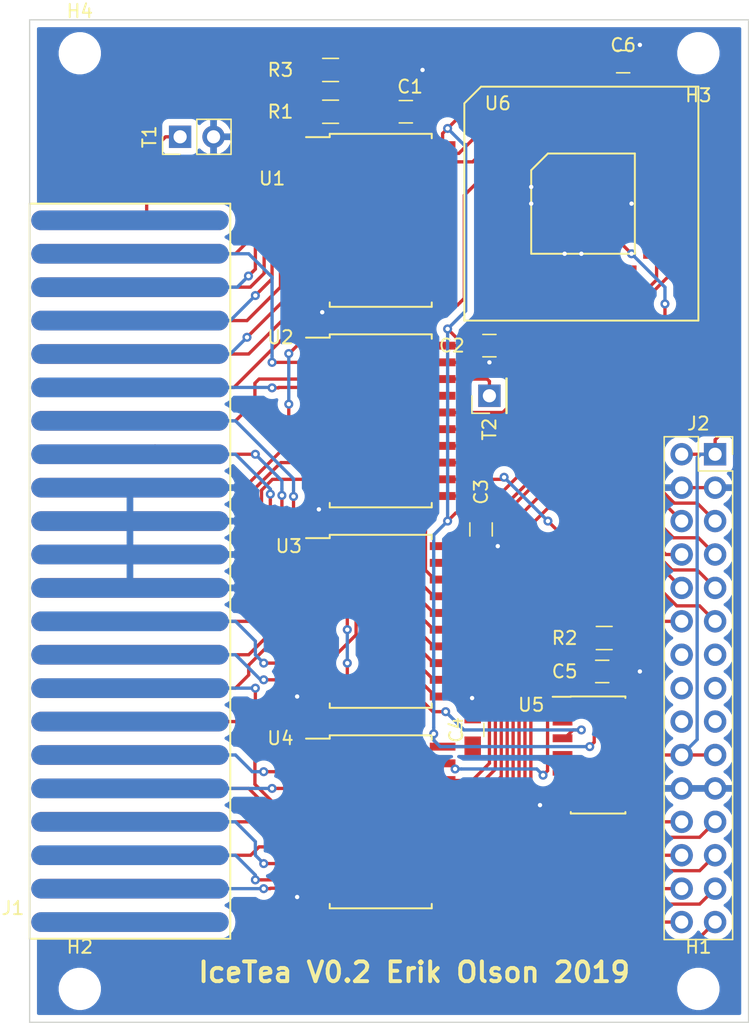
<source format=kicad_pcb>
(kicad_pcb (version 20171130) (host pcbnew "(5.1.2)-1")

  (general
    (thickness 1.6)
    (drawings 5)
    (tracks 733)
    (zones 0)
    (modules 23)
    (nets 80)
  )

  (page USLetter)
  (title_block
    (date 2018-02-02)
  )

  (layers
    (0 F.Cu signal)
    (31 B.Cu signal)
    (35 F.Paste user)
    (36 B.SilkS user)
    (37 F.SilkS user)
    (38 B.Mask user)
    (39 F.Mask user)
    (40 Dwgs.User user)
    (41 Cmts.User user)
    (42 Eco1.User user)
    (43 Eco2.User user)
    (44 Edge.Cuts user)
    (45 Margin user)
    (46 B.CrtYd user)
    (47 F.CrtYd user)
  )

  (setup
    (last_trace_width 0.25)
    (trace_clearance 0.2)
    (zone_clearance 0.506)
    (zone_45_only no)
    (trace_min 0)
    (via_size 0.6858)
    (via_drill 0.3302)
    (via_min_size 0.508)
    (via_min_drill 0.254)
    (uvia_size 0.6858)
    (uvia_drill 0.3302)
    (uvias_allowed no)
    (uvia_min_size 0.6858)
    (uvia_min_drill 0.3302)
    (edge_width 0.1)
    (segment_width 0.2)
    (pcb_text_width 0.3)
    (pcb_text_size 1.5 1.5)
    (mod_edge_width 0.15)
    (mod_text_size 1 1)
    (mod_text_width 0.15)
    (pad_size 1.5 15)
    (pad_drill 0)
    (pad_to_mask_clearance 0.0508)
    (aux_axis_origin 0 0)
    (grid_origin 69.85 139.7)
    (visible_elements 7FFFFFFF)
    (pcbplotparams
      (layerselection 0x010f8_80000001)
      (usegerberextensions true)
      (usegerberattributes false)
      (usegerberadvancedattributes false)
      (creategerberjobfile false)
      (excludeedgelayer true)
      (linewidth 0.100000)
      (plotframeref false)
      (viasonmask false)
      (mode 1)
      (useauxorigin false)
      (hpglpennumber 1)
      (hpglpenspeed 20)
      (hpglpendiameter 15.000000)
      (psnegative false)
      (psa4output false)
      (plotreference true)
      (plotvalue true)
      (plotinvisibletext false)
      (padsonsilk false)
      (subtractmaskfromsilk false)
      (outputformat 1)
      (mirror false)
      (drillshape 0)
      (scaleselection 1)
      (outputdirectory "gerbers"))
  )

  (net 0 "")
  (net 1 GND)
  (net 2 /PLUS5V)
  (net 3 /SBE)
  (net 4 /RESET*)
  (net 5 /EXTINT*)
  (net 6 /A5)
  (net 7 /A10)
  (net 8 /A4)
  (net 9 /A11)
  (net 10 /DBIN)
  (net 11 /A3)
  (net 12 /A12)
  (net 13 /READY)
  (net 14 /LOAD*)
  (net 15 /A8)
  (net 16 /A13)
  (net 17 /A14)
  (net 18 /A7)
  (net 19 /A9)
  (net 20 /A15CRUOUT)
  (net 21 /A2)
  (net 22 /CRUCLK)
  (net 23 /PHI3*)
  (net 24 /WE*)
  (net 25 /MBE*)
  (net 26 /A6)
  (net 27 /A1)
  (net 28 /A0)
  (net 29 /MEMEN*)
  (net 30 /CRUIN)
  (net 31 /D7)
  (net 32 /D4)
  (net 33 /D6)
  (net 34 /D0)
  (net 35 /D5)
  (net 36 /D2)
  (net 37 /D1)
  (net 38 /IAQ)
  (net 39 /D3)
  (net 40 /MINUS5V)
  (net 41 /AUDIOIN)
  (net 42 /ENC2)
  (net 43 /DEC2)
  (net 44 /ENC1)
  (net 45 /DEC1)
  (net 46 /ENC0)
  (net 47 /DEC0)
  (net 48 /BPHI3*)
  (net 49 /BD6)
  (net 50 /BD7)
  (net 51 /BD5)
  (net 52 /BD4)
  (net 53 /BD0)
  (net 54 /BD1)
  (net 55 /BD2)
  (net 56 /BD3)
  (net 57 /DBDIR)
  (net 58 /CRUEN)
  (net 59 /BIAQ)
  (net 60 /BRESET*)
  (net 61 /BDBIN)
  (net 62 /BA15CRUOUT)
  (net 63 /BCRUCLK)
  (net 64 /BWE*)
  (net 65 /BMEMEN*)
  (net 66 /CRUBIT)
  (net 67 /ABEN2)
  (net 68 /ABEN1)
  (net 69 /DBEN2)
  (net 70 /DBEN1)
  (net 71 +3V3)
  (net 72 "Net-(J2-Pad13)")
  (net 73 "Net-(J2-Pad14)")
  (net 74 "Net-(J2-Pad15)")
  (net 75 "Net-(J2-Pad16)")
  (net 76 "Net-(J2-Pad17)")
  (net 77 "Net-(J2-Pad18)")
  (net 78 "Net-(R3-Pad1)")
  (net 79 /CLKIN)

  (net_class Default "This is the default net class."
    (clearance 0.2)
    (trace_width 0.25)
    (via_dia 0.6858)
    (via_drill 0.3302)
    (uvia_dia 0.6858)
    (uvia_drill 0.3302)
    (add_net +3V3)
    (add_net /A0)
    (add_net /A1)
    (add_net /A10)
    (add_net /A11)
    (add_net /A12)
    (add_net /A13)
    (add_net /A14)
    (add_net /A15CRUOUT)
    (add_net /A2)
    (add_net /A3)
    (add_net /A4)
    (add_net /A5)
    (add_net /A6)
    (add_net /A7)
    (add_net /A8)
    (add_net /A9)
    (add_net /ABEN1)
    (add_net /ABEN2)
    (add_net /AUDIOIN)
    (add_net /BA15CRUOUT)
    (add_net /BCRUCLK)
    (add_net /BD0)
    (add_net /BD1)
    (add_net /BD2)
    (add_net /BD3)
    (add_net /BD4)
    (add_net /BD5)
    (add_net /BD6)
    (add_net /BD7)
    (add_net /BDBIN)
    (add_net /BIAQ)
    (add_net /BMEMEN*)
    (add_net /BPHI3*)
    (add_net /BRESET*)
    (add_net /BWE*)
    (add_net /CLKIN)
    (add_net /CRUBIT)
    (add_net /CRUCLK)
    (add_net /CRUEN)
    (add_net /CRUIN)
    (add_net /D0)
    (add_net /D1)
    (add_net /D2)
    (add_net /D3)
    (add_net /D4)
    (add_net /D5)
    (add_net /D6)
    (add_net /D7)
    (add_net /DBDIR)
    (add_net /DBEN1)
    (add_net /DBEN2)
    (add_net /DBIN)
    (add_net /DEC0)
    (add_net /DEC1)
    (add_net /DEC2)
    (add_net /ENC0)
    (add_net /ENC1)
    (add_net /ENC2)
    (add_net /EXTINT*)
    (add_net /IAQ)
    (add_net /LOAD*)
    (add_net /MBE*)
    (add_net /MEMEN*)
    (add_net /MINUS5V)
    (add_net /PHI3*)
    (add_net /PLUS5V)
    (add_net /READY)
    (add_net /RESET*)
    (add_net /SBE)
    (add_net /WE*)
    (add_net GND)
    (add_net "Net-(J2-Pad13)")
    (add_net "Net-(J2-Pad14)")
    (add_net "Net-(J2-Pad15)")
    (add_net "Net-(J2-Pad16)")
    (add_net "Net-(J2-Pad17)")
    (add_net "Net-(J2-Pad18)")
    (add_net "Net-(R3-Pad1)")
  )

  (module IceTea:Card_Edge_2x22 (layer F.Cu) (tedit 5CED5798) (tstamp 5CDB6C06)
    (at 69.85 133.35)
    (path /5A6D1DC3)
    (fp_text reference J1 (at -1.27 -2.33) (layer F.SilkS)
      (effects (font (size 1 1) (thickness 0.15)))
    )
    (fp_text value Conn_02x22_Odd_Even (at -1.27 55.67) (layer F.Fab)
      (effects (font (size 1 1) (thickness 0.15)))
    )
    (fp_text user %R (at -1.27 -2.33) (layer F.Fab)
      (effects (font (size 1 1) (thickness 0.15)))
    )
    (fp_line (start 0 -55.88) (end 0 0) (layer F.SilkS) (width 0.15))
    (fp_line (start 0 0) (end 15.24 0) (layer F.SilkS) (width 0.15))
    (fp_line (start 15.24 0) (end 15.24 -55.88) (layer F.SilkS) (width 0.15))
    (fp_line (start 15.24 -55.88) (end 0 -55.88) (layer F.SilkS) (width 0.15))
    (pad 1 smd oval (at 7.62 -1.27 90) (size 1.5 15) (layers B.Cu B.Paste B.Mask)
      (net 2 /PLUS5V))
    (pad 2 smd oval (at 7.62 -1.27 270) (size 1.5 15) (layers F.Cu F.Paste F.Mask)
      (net 3 /SBE))
    (pad 3 smd oval (at 7.62 -3.81 90) (size 1.5 15) (layers B.Cu B.Paste B.Mask)
      (net 4 /RESET*))
    (pad 4 smd oval (at 7.62 -3.81 90) (size 1.5 15) (layers F.Cu F.Paste F.Mask)
      (net 5 /EXTINT*))
    (pad 5 smd oval (at 7.62 -6.35 90) (size 1.5 15) (layers B.Cu B.Paste B.Mask)
      (net 6 /A5))
    (pad 6 smd oval (at 7.62 -6.35 90) (size 1.5 15) (layers F.Cu F.Paste F.Mask)
      (net 7 /A10))
    (pad 7 smd oval (at 7.62 -8.89 90) (size 1.5 15) (layers B.Cu B.Paste B.Mask)
      (net 8 /A4))
    (pad 8 smd oval (at 7.62 -8.89 90) (size 1.5 15) (layers F.Cu F.Paste F.Mask)
      (net 9 /A11))
    (pad 9 smd oval (at 7.62 -11.43 90) (size 1.5 15) (layers B.Cu B.Paste B.Mask)
      (net 10 /DBIN))
    (pad 10 smd oval (at 7.62 -11.43 90) (size 1.5 15) (layers F.Cu F.Paste F.Mask)
      (net 11 /A3))
    (pad 11 smd oval (at 7.62 -13.97 90) (size 1.5 15) (layers B.Cu B.Paste B.Mask)
      (net 12 /A12))
    (pad 12 smd oval (at 7.62 -13.97 90) (size 1.5 15) (layers F.Cu F.Paste F.Mask)
      (net 13 /READY))
    (pad 13 smd oval (at 7.62 -16.51 90) (size 1.5 15) (layers B.Cu B.Paste B.Mask)
      (net 14 /LOAD*))
    (pad 14 smd oval (at 7.62 -16.51 90) (size 1.5 15) (layers F.Cu F.Paste F.Mask)
      (net 15 /A8))
    (pad 15 smd oval (at 7.62 -19.05 90) (size 1.5 15) (layers B.Cu B.Paste B.Mask)
      (net 16 /A13))
    (pad 16 smd oval (at 7.62 -19.05 90) (size 1.5 15) (layers F.Cu F.Paste F.Mask)
      (net 17 /A14))
    (pad 17 smd oval (at 7.62 -21.59 90) (size 1.5 15) (layers B.Cu B.Paste B.Mask)
      (net 18 /A7))
    (pad 18 smd oval (at 7.62 -21.59 90) (size 1.5 15) (layers F.Cu F.Paste F.Mask)
      (net 19 /A9))
    (pad 19 smd oval (at 7.62 -24.13 90) (size 1.5 15) (layers B.Cu B.Paste B.Mask)
      (net 20 /A15CRUOUT))
    (pad 20 smd oval (at 7.62 -24.13 90) (size 1.5 15) (layers F.Cu F.Paste F.Mask)
      (net 21 /A2))
    (pad 21 smd oval (at 7.62 -26.67 90) (size 1.5 15) (layers B.Cu B.Paste B.Mask)
      (net 1 GND))
    (pad 22 smd oval (at 7.62 -26.67 90) (size 1.5 15) (layers F.Cu F.Paste F.Mask)
      (net 22 /CRUCLK))
    (pad 23 smd oval (at 7.62 -29.21 90) (size 1.5 15) (layers B.Cu B.Paste B.Mask)
      (net 1 GND))
    (pad 24 smd oval (at 7.62 -29.21 90) (size 1.5 15) (layers F.Cu F.Paste F.Mask)
      (net 23 /PHI3*))
    (pad 25 smd oval (at 7.62 -31.75 90) (size 1.5 15) (layers B.Cu B.Paste B.Mask)
      (net 1 GND))
    (pad 26 smd oval (at 7.62 -31.75 90) (size 1.5 15) (layers F.Cu F.Paste F.Mask)
      (net 24 /WE*))
    (pad 27 smd oval (at 7.62 -34.29 90) (size 1.5 15) (layers B.Cu B.Paste B.Mask)
      (net 1 GND))
    (pad 28 smd oval (at 7.62 -34.29 90) (size 1.5 15) (layers F.Cu F.Paste F.Mask)
      (net 25 /MBE*))
    (pad 29 smd oval (at 7.62 -36.83 90) (size 1.5 15) (layers B.Cu B.Paste B.Mask)
      (net 26 /A6))
    (pad 30 smd oval (at 7.62 -36.83 90) (size 1.5 15) (layers F.Cu F.Paste F.Mask)
      (net 27 /A1))
    (pad 31 smd oval (at 7.62 -39.37 90) (size 1.5 15) (layers B.Cu B.Paste B.Mask)
      (net 28 /A0))
    (pad 32 smd oval (at 7.62 -39.37 90) (size 1.5 15) (layers F.Cu F.Paste F.Mask)
      (net 29 /MEMEN*))
    (pad 33 smd oval (at 7.62 -41.91 90) (size 1.5 15) (layers B.Cu B.Paste B.Mask)
      (net 30 /CRUIN))
    (pad 34 smd oval (at 7.62 -41.91 90) (size 1.5 15) (layers F.Cu F.Paste F.Mask)
      (net 31 /D7))
    (pad 35 smd oval (at 7.62 -44.45 90) (size 1.5 15) (layers B.Cu B.Paste B.Mask)
      (net 32 /D4))
    (pad 36 smd oval (at 7.62 -44.45 90) (size 1.5 15) (layers F.Cu F.Paste F.Mask)
      (net 33 /D6))
    (pad 37 smd oval (at 7.62 -46.99 90) (size 1.5 15) (layers B.Cu B.Paste B.Mask)
      (net 34 /D0))
    (pad 38 smd oval (at 7.62 -46.99 90) (size 1.5 15) (layers F.Cu F.Paste F.Mask)
      (net 35 /D5))
    (pad 39 smd oval (at 7.62 -49.53 90) (size 1.5 15) (layers B.Cu B.Paste B.Mask)
      (net 36 /D2))
    (pad 40 smd oval (at 7.62 -49.53 90) (size 1.5 15) (layers F.Cu F.Paste F.Mask)
      (net 37 /D1))
    (pad 41 smd oval (at 7.62 -52.07 90) (size 1.5 15) (layers B.Cu B.Paste B.Mask)
      (net 38 /IAQ))
    (pad 42 smd oval (at 7.62 -52.07 90) (size 1.5 15) (layers F.Cu F.Paste F.Mask)
      (net 39 /D3))
    (pad 43 smd oval (at 7.62 -54.61 90) (size 1.5 15) (layers B.Cu B.Paste B.Mask)
      (net 40 /MINUS5V))
    (pad 44 smd oval (at 7.62 -54.61 90) (size 1.5 15) (layers F.Cu F.Paste F.Mask)
      (net 41 /AUDIOIN))
  )

  (module SMD_Packages:PLCC-28 (layer F.Cu) (tedit 0) (tstamp 5CEAC588)
    (at 111.76 77.47 270)
    (descr "Support CMS Plcc 28 pins")
    (tags "CMS PLCC")
    (path /5D0AF955)
    (attr smd)
    (fp_text reference U6 (at -7.62 6.35 180) (layer F.SilkS)
      (effects (font (size 1 1) (thickness 0.15)))
    )
    (fp_text value ATF22LV10C-28J (at 0 7.62 90) (layer F.Fab)
      (effects (font (size 1 1) (thickness 0.15)))
    )
    (fp_line (start -8.89 7.62) (end -7.62 8.89) (layer F.SilkS) (width 0.15))
    (fp_line (start -7.62 8.89) (end 8.89 8.89) (layer F.SilkS) (width 0.15))
    (fp_line (start 8.89 8.89) (end 8.89 -8.89) (layer F.SilkS) (width 0.15))
    (fp_line (start 8.89 -8.89) (end -8.89 -8.89) (layer F.SilkS) (width 0.15))
    (fp_line (start -8.89 7.62) (end -8.89 -8.89) (layer F.SilkS) (width 0.15))
    (fp_line (start -3.81 -4.064) (end 3.81 -4.064) (layer F.SilkS) (width 0.15))
    (fp_line (start 3.81 -4.064) (end 3.81 3.81) (layer F.SilkS) (width 0.15))
    (fp_line (start 3.81 3.81) (end -2.54 3.81) (layer F.SilkS) (width 0.15))
    (fp_line (start -3.81 -4.064) (end -3.81 2.54) (layer F.SilkS) (width 0.15))
    (fp_line (start -3.81 2.54) (end -2.54 3.81) (layer F.SilkS) (width 0.15))
    (pad 1 smd rect (at -5.715 0 270) (size 2.032 0.762) (layers F.Cu F.Paste F.Mask)
      (net 71 +3V3))
    (pad 2 smd rect (at -5.715 1.27 270) (size 2.032 0.762) (layers F.Cu F.Paste F.Mask)
      (net 79 /CLKIN))
    (pad 3 smd rect (at -5.715 2.54 270) (size 2.032 0.762) (layers F.Cu F.Paste F.Mask)
      (net 69 /DBEN2))
    (pad 4 smd rect (at -5.715 3.81 270) (size 2.032 0.762) (layers F.Cu F.Paste F.Mask)
      (net 57 /DBDIR))
    (pad 5 smd rect (at -3.81 5.715 270) (size 0.762 2.032) (layers F.Cu F.Paste F.Mask)
      (net 70 /DBEN1))
    (pad 6 smd rect (at -2.54 5.715 270) (size 0.762 2.032) (layers F.Cu F.Paste F.Mask)
      (net 65 /BMEMEN*))
    (pad 7 smd rect (at -1.27 5.715 270) (size 0.762 2.032) (layers F.Cu F.Paste F.Mask)
      (net 1 GND))
    (pad 8 smd rect (at 0 5.715 270) (size 0.762 2.032) (layers F.Cu F.Paste F.Mask)
      (net 1 GND))
    (pad 9 smd rect (at 1.27 5.715 270) (size 0.762 2.032) (layers F.Cu F.Paste F.Mask)
      (net 60 /BRESET*))
    (pad 10 smd rect (at 2.54 5.715 270) (size 0.762 2.032) (layers F.Cu F.Paste F.Mask)
      (net 61 /BDBIN))
    (pad 11 smd rect (at 3.81 5.715 270) (size 0.762 2.032) (layers F.Cu F.Paste F.Mask)
      (net 62 /BA15CRUOUT))
    (pad 12 smd rect (at 5.715 3.81 270) (size 2.032 0.762) (layers F.Cu F.Paste F.Mask)
      (net 64 /BWE*))
    (pad 13 smd rect (at 5.715 2.54 270) (size 2.032 0.762) (layers F.Cu F.Paste F.Mask)
      (net 63 /BCRUCLK))
    (pad 14 smd rect (at 5.715 1.27 270) (size 2.032 0.762) (layers F.Cu F.Paste F.Mask)
      (net 1 GND))
    (pad 15 smd rect (at 5.715 0 270) (size 2.032 0.762) (layers F.Cu F.Paste F.Mask)
      (net 1 GND))
    (pad 16 smd rect (at 5.715 -1.27 270) (size 2.032 0.762) (layers F.Cu F.Paste F.Mask)
      (net 1 GND))
    (pad 17 smd rect (at 5.715 -2.54 270) (size 2.032 0.762) (layers F.Cu F.Paste F.Mask)
      (net 68 /ABEN1))
    (pad 18 smd rect (at 5.715 -3.81 270) (size 2.032 0.762) (layers F.Cu F.Paste F.Mask)
      (net 67 /ABEN2))
    (pad 19 smd rect (at 3.81 -5.715 270) (size 0.762 2.032) (layers F.Cu F.Paste F.Mask)
      (net 66 /CRUBIT))
    (pad 20 smd rect (at 2.54 -5.715 270) (size 0.762 2.032) (layers F.Cu F.Paste F.Mask)
      (net 58 /CRUEN))
    (pad 21 smd rect (at 1.27 -5.715 270) (size 0.762 2.032) (layers F.Cu F.Paste F.Mask)
      (net 43 /DEC2))
    (pad 22 smd rect (at 0 -5.715 270) (size 0.762 2.032) (layers F.Cu F.Paste F.Mask)
      (net 1 GND))
    (pad 23 smd rect (at -1.27 -5.715 270) (size 0.762 2.032) (layers F.Cu F.Paste F.Mask)
      (net 45 /DEC1))
    (pad 24 smd rect (at -2.54 -5.715 270) (size 0.762 2.032) (layers F.Cu F.Paste F.Mask)
      (net 47 /DEC0))
    (pad 25 smd rect (at -3.81 -5.715 270) (size 0.762 2.032) (layers F.Cu F.Paste F.Mask)
      (net 46 /ENC0))
    (pad 26 smd rect (at -5.715 -3.81 270) (size 2.032 0.762) (layers F.Cu F.Paste F.Mask)
      (net 44 /ENC1))
    (pad 27 smd rect (at -5.715 -2.54 270) (size 2.032 0.762) (layers F.Cu F.Paste F.Mask)
      (net 42 /ENC2))
    (pad 28 smd rect (at -5.715 -1.27 270) (size 2.032 0.762) (layers F.Cu F.Paste F.Mask)
      (net 71 +3V3))
  )

  (module Capacitors_SMD:C_0805_HandSoldering (layer F.Cu) (tedit 58AA84A8) (tstamp 5CDB6BF4)
    (at 104.775 88.265)
    (descr "Capacitor SMD 0805, hand soldering")
    (tags "capacitor 0805")
    (path /5A6F3336)
    (attr smd)
    (fp_text reference C2 (at -2.855 0) (layer F.SilkS)
      (effects (font (size 1 1) (thickness 0.15)))
    )
    (fp_text value .1uF (at 0 1.5) (layer F.Fab)
      (effects (font (size 1 1) (thickness 0.15)))
    )
    (fp_text user %R (at 0 -1.25) (layer F.Fab)
      (effects (font (size 1 1) (thickness 0.15)))
    )
    (fp_line (start -1 0.62) (end -1 -0.62) (layer F.Fab) (width 0.1))
    (fp_line (start 1 0.62) (end -1 0.62) (layer F.Fab) (width 0.1))
    (fp_line (start 1 -0.62) (end 1 0.62) (layer F.Fab) (width 0.1))
    (fp_line (start -1 -0.62) (end 1 -0.62) (layer F.Fab) (width 0.1))
    (fp_line (start 0.5 -0.85) (end -0.5 -0.85) (layer F.SilkS) (width 0.12))
    (fp_line (start -0.5 0.85) (end 0.5 0.85) (layer F.SilkS) (width 0.12))
    (fp_line (start -2.25 -0.88) (end 2.25 -0.88) (layer F.CrtYd) (width 0.05))
    (fp_line (start -2.25 -0.88) (end -2.25 0.87) (layer F.CrtYd) (width 0.05))
    (fp_line (start 2.25 0.87) (end 2.25 -0.88) (layer F.CrtYd) (width 0.05))
    (fp_line (start 2.25 0.87) (end -2.25 0.87) (layer F.CrtYd) (width 0.05))
    (pad 1 smd rect (at -1.25 0) (size 1.5 1.25) (layers F.Cu F.Paste F.Mask)
      (net 71 +3V3))
    (pad 2 smd rect (at 1.25 0) (size 1.5 1.25) (layers F.Cu F.Paste F.Mask)
      (net 1 GND))
    (model Capacitors_SMD.3dshapes/C_0805.wrl
      (at (xyz 0 0 0))
      (scale (xyz 1 1 1))
      (rotate (xyz 0 0 0))
    )
  )

  (module Capacitors_SMD:C_0805_HandSoldering (layer F.Cu) (tedit 58AA84A8) (tstamp 5CDB6C03)
    (at 98.425 70.485)
    (descr "Capacitor SMD 0805, hand soldering")
    (tags "capacitor 0805")
    (path /5CF30AF0)
    (attr smd)
    (fp_text reference C1 (at 0.32 -1.905) (layer F.SilkS)
      (effects (font (size 1 1) (thickness 0.15)))
    )
    (fp_text value .1uF (at 0 1.5) (layer F.Fab)
      (effects (font (size 1 1) (thickness 0.15)))
    )
    (fp_text user %R (at 0 -1.25) (layer F.Fab)
      (effects (font (size 1 1) (thickness 0.15)))
    )
    (fp_line (start -1 0.62) (end -1 -0.62) (layer F.Fab) (width 0.1))
    (fp_line (start 1 0.62) (end -1 0.62) (layer F.Fab) (width 0.1))
    (fp_line (start 1 -0.62) (end 1 0.62) (layer F.Fab) (width 0.1))
    (fp_line (start -1 -0.62) (end 1 -0.62) (layer F.Fab) (width 0.1))
    (fp_line (start 0.5 -0.85) (end -0.5 -0.85) (layer F.SilkS) (width 0.12))
    (fp_line (start -0.5 0.85) (end 0.5 0.85) (layer F.SilkS) (width 0.12))
    (fp_line (start -2.25 -0.88) (end 2.25 -0.88) (layer F.CrtYd) (width 0.05))
    (fp_line (start -2.25 -0.88) (end -2.25 0.87) (layer F.CrtYd) (width 0.05))
    (fp_line (start 2.25 0.87) (end 2.25 -0.88) (layer F.CrtYd) (width 0.05))
    (fp_line (start 2.25 0.87) (end -2.25 0.87) (layer F.CrtYd) (width 0.05))
    (pad 1 smd rect (at -1.25 0) (size 1.5 1.25) (layers F.Cu F.Paste F.Mask)
      (net 71 +3V3))
    (pad 2 smd rect (at 1.25 0) (size 1.5 1.25) (layers F.Cu F.Paste F.Mask)
      (net 1 GND))
    (model Capacitors_SMD.3dshapes/C_0805.wrl
      (at (xyz 0 0 0))
      (scale (xyz 1 1 1))
      (rotate (xyz 0 0 0))
    )
  )

  (module Capacitors_SMD:C_0805_HandSoldering (layer F.Cu) (tedit 58AA84A8) (tstamp 5CDB6C00)
    (at 103.505 117.475 90)
    (descr "Capacitor SMD 0805, hand soldering")
    (tags "capacitor 0805")
    (path /5A73B531)
    (attr smd)
    (fp_text reference C4 (at 0 -1.25 90) (layer F.SilkS)
      (effects (font (size 1 1) (thickness 0.15)))
    )
    (fp_text value .1uF (at 0 1.5 90) (layer F.Fab)
      (effects (font (size 1 1) (thickness 0.15)))
    )
    (fp_text user %R (at 0 -1.25 90) (layer F.Fab)
      (effects (font (size 1 1) (thickness 0.15)))
    )
    (fp_line (start -1 0.62) (end -1 -0.62) (layer F.Fab) (width 0.1))
    (fp_line (start 1 0.62) (end -1 0.62) (layer F.Fab) (width 0.1))
    (fp_line (start 1 -0.62) (end 1 0.62) (layer F.Fab) (width 0.1))
    (fp_line (start -1 -0.62) (end 1 -0.62) (layer F.Fab) (width 0.1))
    (fp_line (start 0.5 -0.85) (end -0.5 -0.85) (layer F.SilkS) (width 0.12))
    (fp_line (start -0.5 0.85) (end 0.5 0.85) (layer F.SilkS) (width 0.12))
    (fp_line (start -2.25 -0.88) (end 2.25 -0.88) (layer F.CrtYd) (width 0.05))
    (fp_line (start -2.25 -0.88) (end -2.25 0.87) (layer F.CrtYd) (width 0.05))
    (fp_line (start 2.25 0.87) (end 2.25 -0.88) (layer F.CrtYd) (width 0.05))
    (fp_line (start 2.25 0.87) (end -2.25 0.87) (layer F.CrtYd) (width 0.05))
    (pad 1 smd rect (at -1.25 0 90) (size 1.5 1.25) (layers F.Cu F.Paste F.Mask)
      (net 71 +3V3))
    (pad 2 smd rect (at 1.25 0 90) (size 1.5 1.25) (layers F.Cu F.Paste F.Mask)
      (net 1 GND))
    (model Capacitors_SMD.3dshapes/C_0805.wrl
      (at (xyz 0 0 0))
      (scale (xyz 1 1 1))
      (rotate (xyz 0 0 0))
    )
  )

  (module Capacitors_SMD:C_0805_HandSoldering (layer F.Cu) (tedit 58AA84A8) (tstamp 5CDB6BFD)
    (at 104.14 102.235 270)
    (descr "Capacitor SMD 0805, hand soldering")
    (tags "capacitor 0805")
    (path /5A6F346E)
    (attr smd)
    (fp_text reference C3 (at -2.855 0 90) (layer F.SilkS)
      (effects (font (size 1 1) (thickness 0.15)))
    )
    (fp_text value .1uF (at 0 1.5 90) (layer F.Fab)
      (effects (font (size 1 1) (thickness 0.15)))
    )
    (fp_text user %R (at 0 -1.25 90) (layer F.Fab)
      (effects (font (size 1 1) (thickness 0.15)))
    )
    (fp_line (start -1 0.62) (end -1 -0.62) (layer F.Fab) (width 0.1))
    (fp_line (start 1 0.62) (end -1 0.62) (layer F.Fab) (width 0.1))
    (fp_line (start 1 -0.62) (end 1 0.62) (layer F.Fab) (width 0.1))
    (fp_line (start -1 -0.62) (end 1 -0.62) (layer F.Fab) (width 0.1))
    (fp_line (start 0.5 -0.85) (end -0.5 -0.85) (layer F.SilkS) (width 0.12))
    (fp_line (start -0.5 0.85) (end 0.5 0.85) (layer F.SilkS) (width 0.12))
    (fp_line (start -2.25 -0.88) (end 2.25 -0.88) (layer F.CrtYd) (width 0.05))
    (fp_line (start -2.25 -0.88) (end -2.25 0.87) (layer F.CrtYd) (width 0.05))
    (fp_line (start 2.25 0.87) (end 2.25 -0.88) (layer F.CrtYd) (width 0.05))
    (fp_line (start 2.25 0.87) (end -2.25 0.87) (layer F.CrtYd) (width 0.05))
    (pad 1 smd rect (at -1.25 0 270) (size 1.5 1.25) (layers F.Cu F.Paste F.Mask)
      (net 71 +3V3))
    (pad 2 smd rect (at 1.25 0 270) (size 1.5 1.25) (layers F.Cu F.Paste F.Mask)
      (net 1 GND))
    (model Capacitors_SMD.3dshapes/C_0805.wrl
      (at (xyz 0 0 0))
      (scale (xyz 1 1 1))
      (rotate (xyz 0 0 0))
    )
  )

  (module Capacitors_SMD:C_0805_HandSoldering (layer F.Cu) (tedit 58AA84A8) (tstamp 5CDB6BFA)
    (at 113.345 113.03)
    (descr "Capacitor SMD 0805, hand soldering")
    (tags "capacitor 0805")
    (path /5A6F342D)
    (attr smd)
    (fp_text reference C5 (at -2.855 0 180) (layer F.SilkS)
      (effects (font (size 1 1) (thickness 0.15)))
    )
    (fp_text value .1uF (at 0 1.5) (layer F.Fab)
      (effects (font (size 1 1) (thickness 0.15)))
    )
    (fp_text user %R (at 0 -1.25) (layer F.Fab)
      (effects (font (size 1 1) (thickness 0.15)))
    )
    (fp_line (start -1 0.62) (end -1 -0.62) (layer F.Fab) (width 0.1))
    (fp_line (start 1 0.62) (end -1 0.62) (layer F.Fab) (width 0.1))
    (fp_line (start 1 -0.62) (end 1 0.62) (layer F.Fab) (width 0.1))
    (fp_line (start -1 -0.62) (end 1 -0.62) (layer F.Fab) (width 0.1))
    (fp_line (start 0.5 -0.85) (end -0.5 -0.85) (layer F.SilkS) (width 0.12))
    (fp_line (start -0.5 0.85) (end 0.5 0.85) (layer F.SilkS) (width 0.12))
    (fp_line (start -2.25 -0.88) (end 2.25 -0.88) (layer F.CrtYd) (width 0.05))
    (fp_line (start -2.25 -0.88) (end -2.25 0.87) (layer F.CrtYd) (width 0.05))
    (fp_line (start 2.25 0.87) (end 2.25 -0.88) (layer F.CrtYd) (width 0.05))
    (fp_line (start 2.25 0.87) (end -2.25 0.87) (layer F.CrtYd) (width 0.05))
    (pad 1 smd rect (at -1.25 0) (size 1.5 1.25) (layers F.Cu F.Paste F.Mask)
      (net 71 +3V3))
    (pad 2 smd rect (at 1.25 0) (size 1.5 1.25) (layers F.Cu F.Paste F.Mask)
      (net 1 GND))
    (model Capacitors_SMD.3dshapes/C_0805.wrl
      (at (xyz 0 0 0))
      (scale (xyz 1 1 1))
      (rotate (xyz 0 0 0))
    )
  )

  (module Capacitors_SMD:C_0805_HandSoldering (layer F.Cu) (tedit 58AA84A8) (tstamp 5CDB6BF7)
    (at 114.935 66.675)
    (descr "Capacitor SMD 0805, hand soldering")
    (tags "capacitor 0805")
    (path /5A6F3395)
    (attr smd)
    (fp_text reference C6 (at 0 -1.25) (layer F.SilkS)
      (effects (font (size 1 1) (thickness 0.15)))
    )
    (fp_text value .1uF (at 0 1.5) (layer F.Fab)
      (effects (font (size 1 1) (thickness 0.15)))
    )
    (fp_text user %R (at 0 -1.25) (layer F.Fab)
      (effects (font (size 1 1) (thickness 0.15)))
    )
    (fp_line (start -1 0.62) (end -1 -0.62) (layer F.Fab) (width 0.1))
    (fp_line (start 1 0.62) (end -1 0.62) (layer F.Fab) (width 0.1))
    (fp_line (start 1 -0.62) (end 1 0.62) (layer F.Fab) (width 0.1))
    (fp_line (start -1 -0.62) (end 1 -0.62) (layer F.Fab) (width 0.1))
    (fp_line (start 0.5 -0.85) (end -0.5 -0.85) (layer F.SilkS) (width 0.12))
    (fp_line (start -0.5 0.85) (end 0.5 0.85) (layer F.SilkS) (width 0.12))
    (fp_line (start -2.25 -0.88) (end 2.25 -0.88) (layer F.CrtYd) (width 0.05))
    (fp_line (start -2.25 -0.88) (end -2.25 0.87) (layer F.CrtYd) (width 0.05))
    (fp_line (start 2.25 0.87) (end 2.25 -0.88) (layer F.CrtYd) (width 0.05))
    (fp_line (start 2.25 0.87) (end -2.25 0.87) (layer F.CrtYd) (width 0.05))
    (pad 1 smd rect (at -1.25 0) (size 1.5 1.25) (layers F.Cu F.Paste F.Mask)
      (net 71 +3V3))
    (pad 2 smd rect (at 1.25 0) (size 1.5 1.25) (layers F.Cu F.Paste F.Mask)
      (net 1 GND))
    (model Capacitors_SMD.3dshapes/C_0805.wrl
      (at (xyz 0 0 0))
      (scale (xyz 1 1 1))
      (rotate (xyz 0 0 0))
    )
  )

  (module Resistors_SMD:R_0805_HandSoldering (layer F.Cu) (tedit 58E0A804) (tstamp 5CEC1490)
    (at 92.71 67.31 180)
    (descr "Resistor SMD 0805, hand soldering")
    (tags "resistor 0805")
    (path /5D25BC20)
    (attr smd)
    (fp_text reference R3 (at 3.81 0) (layer F.SilkS)
      (effects (font (size 1 1) (thickness 0.15)))
    )
    (fp_text value 3.3K (at 0 1.75) (layer F.Fab)
      (effects (font (size 1 1) (thickness 0.15)))
    )
    (fp_text user %R (at 0 0) (layer F.Fab)
      (effects (font (size 0.5 0.5) (thickness 0.075)))
    )
    (fp_line (start -1 0.62) (end -1 -0.62) (layer F.Fab) (width 0.1))
    (fp_line (start 1 0.62) (end -1 0.62) (layer F.Fab) (width 0.1))
    (fp_line (start 1 -0.62) (end 1 0.62) (layer F.Fab) (width 0.1))
    (fp_line (start -1 -0.62) (end 1 -0.62) (layer F.Fab) (width 0.1))
    (fp_line (start 0.6 0.88) (end -0.6 0.88) (layer F.SilkS) (width 0.12))
    (fp_line (start -0.6 -0.88) (end 0.6 -0.88) (layer F.SilkS) (width 0.12))
    (fp_line (start -2.35 -0.9) (end 2.35 -0.9) (layer F.CrtYd) (width 0.05))
    (fp_line (start -2.35 -0.9) (end -2.35 0.9) (layer F.CrtYd) (width 0.05))
    (fp_line (start 2.35 0.9) (end 2.35 -0.9) (layer F.CrtYd) (width 0.05))
    (fp_line (start 2.35 0.9) (end -2.35 0.9) (layer F.CrtYd) (width 0.05))
    (pad 1 smd rect (at -1.35 0 180) (size 1.5 1.3) (layers F.Cu F.Paste F.Mask)
      (net 78 "Net-(R3-Pad1)"))
    (pad 2 smd rect (at 1.35 0 180) (size 1.5 1.3) (layers F.Cu F.Paste F.Mask)
      (net 71 +3V3))
    (model ${KISYS3DMOD}/Resistors_SMD.3dshapes/R_0805.wrl
      (at (xyz 0 0 0))
      (scale (xyz 1 1 1))
      (rotate (xyz 0 0 0))
    )
  )

  (module Resistors_SMD:R_0805_HandSoldering (layer F.Cu) (tedit 58E0A804) (tstamp 5CDB6C92)
    (at 113.495 110.49)
    (descr "Resistor SMD 0805, hand soldering")
    (tags "resistor 0805")
    (path /5A73B7FA)
    (attr smd)
    (fp_text reference R2 (at -3.005 0) (layer F.SilkS)
      (effects (font (size 1 1) (thickness 0.15)))
    )
    (fp_text value 3.3K (at 0 1.55) (layer F.Fab)
      (effects (font (size 1 1) (thickness 0.15)))
    )
    (fp_text user %R (at 0 0) (layer F.Fab)
      (effects (font (size 0.4 0.4) (thickness 0.075)))
    )
    (fp_line (start -1 0.62) (end -1 -0.62) (layer F.Fab) (width 0.1))
    (fp_line (start 1 0.62) (end -1 0.62) (layer F.Fab) (width 0.1))
    (fp_line (start 1 -0.62) (end 1 0.62) (layer F.Fab) (width 0.1))
    (fp_line (start -1 -0.62) (end 1 -0.62) (layer F.Fab) (width 0.1))
    (fp_line (start 0.6 0.88) (end -0.6 0.88) (layer F.SilkS) (width 0.12))
    (fp_line (start -0.6 -0.88) (end 0.6 -0.88) (layer F.SilkS) (width 0.12))
    (fp_line (start -2.35 -0.9) (end 2.35 -0.9) (layer F.CrtYd) (width 0.05))
    (fp_line (start -2.35 -0.9) (end -2.35 0.9) (layer F.CrtYd) (width 0.05))
    (fp_line (start 2.35 0.9) (end 2.35 -0.9) (layer F.CrtYd) (width 0.05))
    (fp_line (start 2.35 0.9) (end -2.35 0.9) (layer F.CrtYd) (width 0.05))
    (pad 1 smd rect (at -1.35 0) (size 1.5 1.3) (layers F.Cu F.Paste F.Mask)
      (net 71 +3V3))
    (pad 2 smd rect (at 1.35 0) (size 1.5 1.3) (layers F.Cu F.Paste F.Mask)
      (net 58 /CRUEN))
    (model ${KISYS3DMOD}/Resistors_SMD.3dshapes/R_0805.wrl
      (at (xyz 0 0 0))
      (scale (xyz 1 1 1))
      (rotate (xyz 0 0 0))
    )
  )

  (module Resistors_SMD:R_0805_HandSoldering (layer F.Cu) (tedit 58E0A804) (tstamp 5CDB6C8F)
    (at 92.71 70.485 180)
    (descr "Resistor SMD 0805, hand soldering")
    (tags "resistor 0805")
    (path /5A6D7B33)
    (attr smd)
    (fp_text reference R1 (at 3.81 0) (layer F.SilkS)
      (effects (font (size 1 1) (thickness 0.15)))
    )
    (fp_text value 3.3K (at 0 1.55) (layer F.Fab)
      (effects (font (size 1 1) (thickness 0.15)))
    )
    (fp_text user %R (at 0 0) (layer F.Fab)
      (effects (font (size 0.4 0.4) (thickness 0.075)))
    )
    (fp_line (start -1 0.62) (end -1 -0.62) (layer F.Fab) (width 0.1))
    (fp_line (start 1 0.62) (end -1 0.62) (layer F.Fab) (width 0.1))
    (fp_line (start 1 -0.62) (end 1 0.62) (layer F.Fab) (width 0.1))
    (fp_line (start -1 -0.62) (end 1 -0.62) (layer F.Fab) (width 0.1))
    (fp_line (start 0.6 0.88) (end -0.6 0.88) (layer F.SilkS) (width 0.12))
    (fp_line (start -0.6 -0.88) (end 0.6 -0.88) (layer F.SilkS) (width 0.12))
    (fp_line (start -2.35 -0.9) (end 2.35 -0.9) (layer F.CrtYd) (width 0.05))
    (fp_line (start -2.35 -0.9) (end -2.35 0.9) (layer F.CrtYd) (width 0.05))
    (fp_line (start 2.35 0.9) (end 2.35 -0.9) (layer F.CrtYd) (width 0.05))
    (fp_line (start 2.35 0.9) (end -2.35 0.9) (layer F.CrtYd) (width 0.05))
    (pad 1 smd rect (at -1.35 0 180) (size 1.5 1.3) (layers F.Cu F.Paste F.Mask)
      (net 57 /DBDIR))
    (pad 2 smd rect (at 1.35 0 180) (size 1.5 1.3) (layers F.Cu F.Paste F.Mask)
      (net 71 +3V3))
    (model ${KISYS3DMOD}/Resistors_SMD.3dshapes/R_0805.wrl
      (at (xyz 0 0 0))
      (scale (xyz 1 1 1))
      (rotate (xyz 0 0 0))
    )
  )

  (module Socket_Strips:Socket_Strip_Straight_2x15_Pitch2.54mm (layer F.Cu) (tedit 58CD5449) (tstamp 5CE22A86)
    (at 121.92 96.52)
    (descr "Through hole straight socket strip, 2x15, 2.54mm pitch, double rows")
    (tags "Through hole socket strip THT 2x15 2.54mm double row")
    (path /5CE27641)
    (fp_text reference J2 (at -1.27 -2.33) (layer F.SilkS)
      (effects (font (size 1 1) (thickness 0.15)))
    )
    (fp_text value MxMod-Device (at -1.27 37.89) (layer F.Fab)
      (effects (font (size 1 1) (thickness 0.15)))
    )
    (fp_line (start -3.81 -1.27) (end -3.81 36.83) (layer F.Fab) (width 0.1))
    (fp_line (start -3.81 36.83) (end 1.27 36.83) (layer F.Fab) (width 0.1))
    (fp_line (start 1.27 36.83) (end 1.27 -1.27) (layer F.Fab) (width 0.1))
    (fp_line (start 1.27 -1.27) (end -3.81 -1.27) (layer F.Fab) (width 0.1))
    (fp_line (start 1.33 1.27) (end 1.33 36.89) (layer F.SilkS) (width 0.12))
    (fp_line (start 1.33 36.89) (end -3.87 36.89) (layer F.SilkS) (width 0.12))
    (fp_line (start -3.87 36.89) (end -3.87 -1.33) (layer F.SilkS) (width 0.12))
    (fp_line (start -3.87 -1.33) (end -1.27 -1.33) (layer F.SilkS) (width 0.12))
    (fp_line (start -1.27 -1.33) (end -1.27 1.27) (layer F.SilkS) (width 0.12))
    (fp_line (start -1.27 1.27) (end 1.33 1.27) (layer F.SilkS) (width 0.12))
    (fp_line (start 1.33 0) (end 1.33 -1.33) (layer F.SilkS) (width 0.12))
    (fp_line (start 1.33 -1.33) (end 0.06 -1.33) (layer F.SilkS) (width 0.12))
    (fp_line (start -4.35 -1.8) (end -4.35 37.35) (layer F.CrtYd) (width 0.05))
    (fp_line (start -4.35 37.35) (end 1.8 37.35) (layer F.CrtYd) (width 0.05))
    (fp_line (start 1.8 37.35) (end 1.8 -1.8) (layer F.CrtYd) (width 0.05))
    (fp_line (start 1.8 -1.8) (end -4.35 -1.8) (layer F.CrtYd) (width 0.05))
    (fp_text user %R (at -1.27 -2.33) (layer F.Fab)
      (effects (font (size 1 1) (thickness 0.15)))
    )
    (pad 1 thru_hole rect (at 0 0) (size 1.7 1.7) (drill 1) (layers *.Cu *.Mask)
      (net 71 +3V3))
    (pad 2 thru_hole oval (at -2.54 0) (size 1.7 1.7) (drill 1) (layers *.Cu *.Mask)
      (net 71 +3V3))
    (pad 3 thru_hole oval (at 0 2.54) (size 1.7 1.7) (drill 1) (layers *.Cu *.Mask)
      (net 1 GND))
    (pad 4 thru_hole oval (at -2.54 2.54) (size 1.7 1.7) (drill 1) (layers *.Cu *.Mask)
      (net 1 GND))
    (pad 5 thru_hole oval (at 0 5.08) (size 1.7 1.7) (drill 1) (layers *.Cu *.Mask)
      (net 42 /ENC2))
    (pad 6 thru_hole oval (at -2.54 5.08) (size 1.7 1.7) (drill 1) (layers *.Cu *.Mask)
      (net 44 /ENC1))
    (pad 7 thru_hole oval (at 0 7.62) (size 1.7 1.7) (drill 1) (layers *.Cu *.Mask)
      (net 46 /ENC0))
    (pad 8 thru_hole oval (at -2.54 7.62) (size 1.7 1.7) (drill 1) (layers *.Cu *.Mask)
      (net 47 /DEC0))
    (pad 9 thru_hole oval (at 0 10.16) (size 1.7 1.7) (drill 1) (layers *.Cu *.Mask)
      (net 45 /DEC1))
    (pad 10 thru_hole oval (at -2.54 10.16) (size 1.7 1.7) (drill 1) (layers *.Cu *.Mask)
      (net 43 /DEC2))
    (pad 11 thru_hole oval (at 0 12.7) (size 1.7 1.7) (drill 1) (layers *.Cu *.Mask)
      (net 79 /CLKIN))
    (pad 12 thru_hole oval (at -2.54 12.7) (size 1.7 1.7) (drill 1) (layers *.Cu *.Mask)
      (net 48 /BPHI3*))
    (pad 13 thru_hole oval (at 0 15.24) (size 1.7 1.7) (drill 1) (layers *.Cu *.Mask)
      (net 72 "Net-(J2-Pad13)"))
    (pad 14 thru_hole oval (at -2.54 15.24) (size 1.7 1.7) (drill 1) (layers *.Cu *.Mask)
      (net 73 "Net-(J2-Pad14)"))
    (pad 15 thru_hole oval (at 0 17.78) (size 1.7 1.7) (drill 1) (layers *.Cu *.Mask)
      (net 74 "Net-(J2-Pad15)"))
    (pad 16 thru_hole oval (at -2.54 17.78) (size 1.7 1.7) (drill 1) (layers *.Cu *.Mask)
      (net 75 "Net-(J2-Pad16)"))
    (pad 17 thru_hole oval (at 0 20.32) (size 1.7 1.7) (drill 1) (layers *.Cu *.Mask)
      (net 76 "Net-(J2-Pad17)"))
    (pad 18 thru_hole oval (at -2.54 20.32) (size 1.7 1.7) (drill 1) (layers *.Cu *.Mask)
      (net 77 "Net-(J2-Pad18)"))
    (pad 19 thru_hole oval (at 0 22.86) (size 1.7 1.7) (drill 1) (layers *.Cu *.Mask)
      (net 71 +3V3))
    (pad 20 thru_hole oval (at -2.54 22.86) (size 1.7 1.7) (drill 1) (layers *.Cu *.Mask)
      (net 71 +3V3))
    (pad 21 thru_hole oval (at 0 25.4) (size 1.7 1.7) (drill 1) (layers *.Cu *.Mask)
      (net 1 GND))
    (pad 22 thru_hole oval (at -2.54 25.4) (size 1.7 1.7) (drill 1) (layers *.Cu *.Mask)
      (net 1 GND))
    (pad 23 thru_hole oval (at 0 27.94) (size 1.7 1.7) (drill 1) (layers *.Cu *.Mask)
      (net 49 /BD6))
    (pad 24 thru_hole oval (at -2.54 27.94) (size 1.7 1.7) (drill 1) (layers *.Cu *.Mask)
      (net 50 /BD7))
    (pad 25 thru_hole oval (at 0 30.48) (size 1.7 1.7) (drill 1) (layers *.Cu *.Mask)
      (net 51 /BD5))
    (pad 26 thru_hole oval (at -2.54 30.48) (size 1.7 1.7) (drill 1) (layers *.Cu *.Mask)
      (net 52 /BD4))
    (pad 27 thru_hole oval (at 0 33.02) (size 1.7 1.7) (drill 1) (layers *.Cu *.Mask)
      (net 54 /BD1))
    (pad 28 thru_hole oval (at -2.54 33.02) (size 1.7 1.7) (drill 1) (layers *.Cu *.Mask)
      (net 53 /BD0))
    (pad 29 thru_hole oval (at 0 35.56) (size 1.7 1.7) (drill 1) (layers *.Cu *.Mask)
      (net 56 /BD3))
    (pad 30 thru_hole oval (at -2.54 35.56) (size 1.7 1.7) (drill 1) (layers *.Cu *.Mask)
      (net 55 /BD2))
    (model ${KISYS3DMOD}/Socket_Strips.3dshapes/Socket_Strip_Straight_2x15_Pitch2.54mm.wrl
      (offset (xyz -1.269999980926514 -17.77999973297119 0))
      (scale (xyz 1 1 1))
      (rotate (xyz 0 0 270))
    )
  )

  (module Pin_Headers:Pin_Header_Straight_1x01_Pitch2.54mm (layer F.Cu) (tedit 59650532) (tstamp 5CEAC537)
    (at 104.775 92.075 90)
    (descr "Through hole straight pin header, 1x01, 2.54mm pitch, single row")
    (tags "Through hole pin header THT 1x01 2.54mm single row")
    (path /5D21DB51)
    (fp_text reference T2 (at -2.54 0 90) (layer F.SilkS)
      (effects (font (size 1 1) (thickness 0.15)))
    )
    (fp_text value Conn_01x02 (at 0 4.87 90) (layer F.Fab)
      (effects (font (size 1 1) (thickness 0.15)))
    )
    (fp_line (start -0.635 -1.27) (end 1.27 -1.27) (layer F.Fab) (width 0.1))
    (fp_line (start 1.27 -1.27) (end 1.27 1.27) (layer F.Fab) (width 0.1))
    (fp_line (start 1.27 1.27) (end -1.27 1.27) (layer F.Fab) (width 0.1))
    (fp_line (start -1.27 1.27) (end -1.27 -0.635) (layer F.Fab) (width 0.1))
    (fp_line (start -1.27 -0.635) (end -0.635 -1.27) (layer F.Fab) (width 0.1))
    (fp_line (start -1.33 1.33) (end 1.33 1.33) (layer F.SilkS) (width 0.12))
    (fp_line (start -1.33 1.27) (end -1.33 1.33) (layer F.SilkS) (width 0.12))
    (fp_line (start 1.33 1.27) (end 1.33 1.33) (layer F.SilkS) (width 0.12))
    (fp_line (start -1.33 1.27) (end 1.33 1.27) (layer F.SilkS) (width 0.12))
    (fp_line (start -1.33 0) (end -1.33 -1.33) (layer F.SilkS) (width 0.12))
    (fp_line (start -1.33 -1.33) (end 0 -1.33) (layer F.SilkS) (width 0.12))
    (fp_line (start -1.8 -1.8) (end -1.8 1.8) (layer F.CrtYd) (width 0.05))
    (fp_line (start -1.8 1.8) (end 1.8 1.8) (layer F.CrtYd) (width 0.05))
    (fp_line (start 1.8 1.8) (end 1.8 -1.8) (layer F.CrtYd) (width 0.05))
    (fp_line (start 1.8 -1.8) (end -1.8 -1.8) (layer F.CrtYd) (width 0.05))
    (fp_text user %R (at 0 1.27) (layer F.Fab)
      (effects (font (size 1 1) (thickness 0.15)))
    )
    (pad 1 thru_hole rect (at 0 0 90) (size 1.7 1.7) (drill 1) (layers *.Cu *.Mask)
      (net 59 /BIAQ))
    (model ${KISYS3DMOD}/Pin_Headers.3dshapes/Pin_Header_Straight_1x01_Pitch2.54mm.wrl
      (at (xyz 0 0 0))
      (scale (xyz 1 1 1))
      (rotate (xyz 0 0 0))
    )
  )

  (module Housings_SOIC:SOIC-20W_7.5x12.8mm_Pitch1.27mm (layer F.Cu) (tedit 5CED528C) (tstamp 5CDB6C9B)
    (at 96.52 93.98)
    (descr "20-Lead Plastic Small Outline (SO) - Wide, 7.50 mm Body [SOIC] (see Microchip Packaging Specification 00000049BS.pdf)")
    (tags "SOIC 1.27")
    (path /5CFBE103)
    (attr smd)
    (fp_text reference U2 (at -7.62 -6.35) (layer F.SilkS)
      (effects (font (size 1 1) (thickness 0.15)))
    )
    (fp_text value 74LVC245A (at 0 7.5) (layer F.Fab)
      (effects (font (size 1 1) (thickness 0.15)))
    )
    (fp_text user %R (at 0 0) (layer F.Fab)
      (effects (font (size 1 1) (thickness 0.15)))
    )
    (fp_line (start -2.75 -6.4) (end 3.75 -6.4) (layer F.Fab) (width 0.15))
    (fp_line (start 3.75 -6.4) (end 3.75 6.4) (layer F.Fab) (width 0.15))
    (fp_line (start 3.75 6.4) (end -3.75 6.4) (layer F.Fab) (width 0.15))
    (fp_line (start -3.75 6.4) (end -3.75 -5.4) (layer F.Fab) (width 0.15))
    (fp_line (start -3.75 -5.4) (end -2.75 -6.4) (layer F.Fab) (width 0.15))
    (fp_line (start -5.95 -6.75) (end -5.95 6.75) (layer F.CrtYd) (width 0.05))
    (fp_line (start 5.95 -6.75) (end 5.95 6.75) (layer F.CrtYd) (width 0.05))
    (fp_line (start -5.95 -6.75) (end 5.95 -6.75) (layer F.CrtYd) (width 0.05))
    (fp_line (start -5.95 6.75) (end 5.95 6.75) (layer F.CrtYd) (width 0.05))
    (fp_line (start -3.875 -6.575) (end -3.875 -6.325) (layer F.SilkS) (width 0.15))
    (fp_line (start 3.875 -6.575) (end 3.875 -6.24) (layer F.SilkS) (width 0.15))
    (fp_line (start 3.875 6.575) (end 3.875 6.24) (layer F.SilkS) (width 0.15))
    (fp_line (start -3.875 6.575) (end -3.875 6.24) (layer F.SilkS) (width 0.15))
    (fp_line (start -3.875 -6.575) (end 3.875 -6.575) (layer F.SilkS) (width 0.15))
    (fp_line (start -3.875 6.575) (end 3.875 6.575) (layer F.SilkS) (width 0.15))
    (fp_line (start -3.875 -6.325) (end -5.675 -6.325) (layer F.SilkS) (width 0.15))
    (pad 1 smd rect (at -4.7 -5.715) (size 1.95 0.6) (layers F.Cu F.Paste F.Mask)
      (net 78 "Net-(R3-Pad1)"))
    (pad 2 smd rect (at -4.7 -4.445) (size 1.95 0.6) (layers F.Cu F.Paste F.Mask)
      (net 38 /IAQ))
    (pad 3 smd rect (at -4.7 -3.175) (size 1.95 0.6) (layers F.Cu F.Paste F.Mask)
      (net 29 /MEMEN*))
    (pad 4 smd rect (at -4.7 -1.905) (size 1.95 0.6) (layers F.Cu F.Paste F.Mask)
      (net 4 /RESET*))
    (pad 5 smd rect (at -4.7 -0.635) (size 1.95 0.6) (layers F.Cu F.Paste F.Mask)
      (net 10 /DBIN))
    (pad 6 smd rect (at -4.7 0.635) (size 1.95 0.6) (layers F.Cu F.Paste F.Mask)
      (net 20 /A15CRUOUT))
    (pad 7 smd rect (at -4.7 1.905) (size 1.95 0.6) (layers F.Cu F.Paste F.Mask)
      (net 24 /WE*))
    (pad 8 smd rect (at -4.7 3.175) (size 1.95 0.6) (layers F.Cu F.Paste F.Mask)
      (net 23 /PHI3*))
    (pad 9 smd rect (at -4.7 4.445) (size 1.95 0.6) (layers F.Cu F.Paste F.Mask)
      (net 22 /CRUCLK))
    (pad 10 smd rect (at -4.7 5.715) (size 1.95 0.6) (layers F.Cu F.Paste F.Mask)
      (net 1 GND))
    (pad 11 smd rect (at 4.7 5.715) (size 1.95 0.6) (layers F.Cu F.Paste F.Mask)
      (net 63 /BCRUCLK))
    (pad 12 smd rect (at 4.7 4.445) (size 1.95 0.6) (layers F.Cu F.Paste F.Mask)
      (net 48 /BPHI3*))
    (pad 13 smd rect (at 4.7 3.175) (size 1.95 0.6) (layers F.Cu F.Paste F.Mask)
      (net 64 /BWE*))
    (pad 14 smd rect (at 4.7 1.905) (size 1.95 0.6) (layers F.Cu F.Paste F.Mask)
      (net 62 /BA15CRUOUT))
    (pad 15 smd rect (at 4.7 0.635) (size 1.95 0.6) (layers F.Cu F.Paste F.Mask)
      (net 61 /BDBIN))
    (pad 16 smd rect (at 4.7 -0.635) (size 1.95 0.6) (layers F.Cu F.Paste F.Mask)
      (net 60 /BRESET*))
    (pad 17 smd rect (at 4.7 -1.905) (size 1.95 0.6) (layers F.Cu F.Paste F.Mask)
      (net 65 /BMEMEN*))
    (pad 18 smd rect (at 4.7 -3.175) (size 1.95 0.6) (layers F.Cu F.Paste F.Mask)
      (net 59 /BIAQ))
    (pad 19 smd rect (at 4.7 -4.445) (size 1.95 0.6) (layers F.Cu F.Paste F.Mask)
      (net 1 GND))
    (pad 20 smd rect (at 4.7 -5.715) (size 1.95 0.6) (layers F.Cu F.Paste F.Mask)
      (net 71 +3V3))
    (model ${KISYS3DMOD}/Housings_SOIC.3dshapes/SOIC-20W_7.5x12.8mm_Pitch1.27mm.wrl
      (at (xyz 0 0 0))
      (scale (xyz 1 1 1))
      (rotate (xyz 0 0 0))
    )
  )

  (module Housings_SOIC:SOIC-20W_7.5x12.8mm_Pitch1.27mm (layer F.Cu) (tedit 5CEC1215) (tstamp 5CDB6CA4)
    (at 96.52 109.22)
    (descr "20-Lead Plastic Small Outline (SO) - Wide, 7.50 mm Body [SOIC] (see Microchip Packaging Specification 00000049BS.pdf)")
    (tags "SOIC 1.27")
    (path /5CD0E9F9)
    (attr smd)
    (fp_text reference U3 (at -6.985 -5.715) (layer F.SilkS)
      (effects (font (size 1 1) (thickness 0.15)))
    )
    (fp_text value 74LVC245A (at 0 7.5) (layer F.Fab)
      (effects (font (size 1 1) (thickness 0.15)))
    )
    (fp_text user %R (at 0 0) (layer F.Fab)
      (effects (font (size 1 1) (thickness 0.15)))
    )
    (fp_line (start -2.75 -6.4) (end 3.75 -6.4) (layer F.Fab) (width 0.15))
    (fp_line (start 3.75 -6.4) (end 3.75 6.4) (layer F.Fab) (width 0.15))
    (fp_line (start 3.75 6.4) (end -3.75 6.4) (layer F.Fab) (width 0.15))
    (fp_line (start -3.75 6.4) (end -3.75 -5.4) (layer F.Fab) (width 0.15))
    (fp_line (start -3.75 -5.4) (end -2.75 -6.4) (layer F.Fab) (width 0.15))
    (fp_line (start -5.95 -6.75) (end -5.95 6.75) (layer F.CrtYd) (width 0.05))
    (fp_line (start 5.95 -6.75) (end 5.95 6.75) (layer F.CrtYd) (width 0.05))
    (fp_line (start -5.95 -6.75) (end 5.95 -6.75) (layer F.CrtYd) (width 0.05))
    (fp_line (start -5.95 6.75) (end 5.95 6.75) (layer F.CrtYd) (width 0.05))
    (fp_line (start -3.875 -6.575) (end -3.875 -6.325) (layer F.SilkS) (width 0.15))
    (fp_line (start 3.875 -6.575) (end 3.875 -6.24) (layer F.SilkS) (width 0.15))
    (fp_line (start 3.875 6.575) (end 3.875 6.24) (layer F.SilkS) (width 0.15))
    (fp_line (start -3.875 6.575) (end -3.875 6.24) (layer F.SilkS) (width 0.15))
    (fp_line (start -3.875 -6.575) (end 3.875 -6.575) (layer F.SilkS) (width 0.15))
    (fp_line (start -3.875 6.575) (end 3.875 6.575) (layer F.SilkS) (width 0.15))
    (fp_line (start -3.875 -6.325) (end -5.675 -6.325) (layer F.SilkS) (width 0.15))
    (pad 1 smd rect (at -4.7 -5.715) (size 1.95 0.6) (layers F.Cu F.Paste F.Mask)
      (net 78 "Net-(R3-Pad1)"))
    (pad 2 smd rect (at -4.7 -4.445) (size 1.95 0.6) (layers F.Cu F.Paste F.Mask)
      (net 28 /A0))
    (pad 3 smd rect (at -4.7 -3.175) (size 1.95 0.6) (layers F.Cu F.Paste F.Mask)
      (net 27 /A1))
    (pad 4 smd rect (at -4.7 -1.905) (size 1.95 0.6) (layers F.Cu F.Paste F.Mask)
      (net 26 /A6))
    (pad 5 smd rect (at -4.7 -0.635) (size 1.95 0.6) (layers F.Cu F.Paste F.Mask)
      (net 21 /A2))
    (pad 6 smd rect (at -4.7 0.635) (size 1.95 0.6) (layers F.Cu F.Paste F.Mask)
      (net 19 /A9))
    (pad 7 smd rect (at -4.7 1.905) (size 1.95 0.6) (layers F.Cu F.Paste F.Mask)
      (net 17 /A14))
    (pad 8 smd rect (at -4.7 3.175) (size 1.95 0.6) (layers F.Cu F.Paste F.Mask)
      (net 20 /A15CRUOUT))
    (pad 9 smd rect (at -4.7 4.445) (size 1.95 0.6) (layers F.Cu F.Paste F.Mask)
      (net 18 /A7))
    (pad 10 smd rect (at -4.7 5.715) (size 1.95 0.6) (layers F.Cu F.Paste F.Mask)
      (net 1 GND))
    (pad 11 smd rect (at 4.7 5.715) (size 1.95 0.6) (layers F.Cu F.Paste F.Mask)
      (net 56 /BD3))
    (pad 12 smd rect (at 4.7 4.445) (size 1.95 0.6) (layers F.Cu F.Paste F.Mask)
      (net 55 /BD2))
    (pad 13 smd rect (at 4.7 3.175) (size 1.95 0.6) (layers F.Cu F.Paste F.Mask)
      (net 54 /BD1))
    (pad 14 smd rect (at 4.7 1.905) (size 1.95 0.6) (layers F.Cu F.Paste F.Mask)
      (net 53 /BD0))
    (pad 15 smd rect (at 4.7 0.635) (size 1.95 0.6) (layers F.Cu F.Paste F.Mask)
      (net 51 /BD5))
    (pad 16 smd rect (at 4.7 -0.635) (size 1.95 0.6) (layers F.Cu F.Paste F.Mask)
      (net 52 /BD4))
    (pad 17 smd rect (at 4.7 -1.905) (size 1.95 0.6) (layers F.Cu F.Paste F.Mask)
      (net 49 /BD6))
    (pad 18 smd rect (at 4.7 -3.175) (size 1.95 0.6) (layers F.Cu F.Paste F.Mask)
      (net 50 /BD7))
    (pad 19 smd rect (at 4.7 -4.445) (size 1.95 0.6) (layers F.Cu F.Paste F.Mask)
      (net 68 /ABEN1))
    (pad 20 smd rect (at 4.7 -5.715) (size 1.95 0.6) (layers F.Cu F.Paste F.Mask)
      (net 71 +3V3))
    (model ${KISYS3DMOD}/Housings_SOIC.3dshapes/SOIC-20W_7.5x12.8mm_Pitch1.27mm.wrl
      (at (xyz 0 0 0))
      (scale (xyz 1 1 1))
      (rotate (xyz 0 0 0))
    )
  )

  (module Housings_SOIC:SOIC-20W_7.5x12.8mm_Pitch1.27mm (layer F.Cu) (tedit 58CC8F64) (tstamp 5CDB6CAA)
    (at 96.52 78.74)
    (descr "20-Lead Plastic Small Outline (SO) - Wide, 7.50 mm Body [SOIC] (see Microchip Packaging Specification 00000049BS.pdf)")
    (tags "SOIC 1.27")
    (path /5A6D1947)
    (attr smd)
    (fp_text reference U1 (at -8.255 -3.175) (layer F.SilkS)
      (effects (font (size 1 1) (thickness 0.15)))
    )
    (fp_text value 74LVC245A (at 0 7.5) (layer F.Fab)
      (effects (font (size 1 1) (thickness 0.15)))
    )
    (fp_text user %R (at 0 0) (layer F.Fab)
      (effects (font (size 1 1) (thickness 0.15)))
    )
    (fp_line (start -2.75 -6.4) (end 3.75 -6.4) (layer F.Fab) (width 0.15))
    (fp_line (start 3.75 -6.4) (end 3.75 6.4) (layer F.Fab) (width 0.15))
    (fp_line (start 3.75 6.4) (end -3.75 6.4) (layer F.Fab) (width 0.15))
    (fp_line (start -3.75 6.4) (end -3.75 -5.4) (layer F.Fab) (width 0.15))
    (fp_line (start -3.75 -5.4) (end -2.75 -6.4) (layer F.Fab) (width 0.15))
    (fp_line (start -5.95 -6.75) (end -5.95 6.75) (layer F.CrtYd) (width 0.05))
    (fp_line (start 5.95 -6.75) (end 5.95 6.75) (layer F.CrtYd) (width 0.05))
    (fp_line (start -5.95 -6.75) (end 5.95 -6.75) (layer F.CrtYd) (width 0.05))
    (fp_line (start -5.95 6.75) (end 5.95 6.75) (layer F.CrtYd) (width 0.05))
    (fp_line (start -3.875 -6.575) (end -3.875 -6.325) (layer F.SilkS) (width 0.15))
    (fp_line (start 3.875 -6.575) (end 3.875 -6.24) (layer F.SilkS) (width 0.15))
    (fp_line (start 3.875 6.575) (end 3.875 6.24) (layer F.SilkS) (width 0.15))
    (fp_line (start -3.875 6.575) (end -3.875 6.24) (layer F.SilkS) (width 0.15))
    (fp_line (start -3.875 -6.575) (end 3.875 -6.575) (layer F.SilkS) (width 0.15))
    (fp_line (start -3.875 6.575) (end 3.875 6.575) (layer F.SilkS) (width 0.15))
    (fp_line (start -3.875 -6.325) (end -5.675 -6.325) (layer F.SilkS) (width 0.15))
    (pad 1 smd rect (at -4.7 -5.715) (size 1.95 0.6) (layers F.Cu F.Paste F.Mask)
      (net 57 /DBDIR))
    (pad 2 smd rect (at -4.7 -4.445) (size 1.95 0.6) (layers F.Cu F.Paste F.Mask)
      (net 39 /D3))
    (pad 3 smd rect (at -4.7 -3.175) (size 1.95 0.6) (layers F.Cu F.Paste F.Mask)
      (net 36 /D2))
    (pad 4 smd rect (at -4.7 -1.905) (size 1.95 0.6) (layers F.Cu F.Paste F.Mask)
      (net 37 /D1))
    (pad 5 smd rect (at -4.7 -0.635) (size 1.95 0.6) (layers F.Cu F.Paste F.Mask)
      (net 34 /D0))
    (pad 6 smd rect (at -4.7 0.635) (size 1.95 0.6) (layers F.Cu F.Paste F.Mask)
      (net 35 /D5))
    (pad 7 smd rect (at -4.7 1.905) (size 1.95 0.6) (layers F.Cu F.Paste F.Mask)
      (net 32 /D4))
    (pad 8 smd rect (at -4.7 3.175) (size 1.95 0.6) (layers F.Cu F.Paste F.Mask)
      (net 33 /D6))
    (pad 9 smd rect (at -4.7 4.445) (size 1.95 0.6) (layers F.Cu F.Paste F.Mask)
      (net 31 /D7))
    (pad 10 smd rect (at -4.7 5.715) (size 1.95 0.6) (layers F.Cu F.Paste F.Mask)
      (net 1 GND))
    (pad 11 smd rect (at 4.7 5.715) (size 1.95 0.6) (layers F.Cu F.Paste F.Mask)
      (net 50 /BD7))
    (pad 12 smd rect (at 4.7 4.445) (size 1.95 0.6) (layers F.Cu F.Paste F.Mask)
      (net 49 /BD6))
    (pad 13 smd rect (at 4.7 3.175) (size 1.95 0.6) (layers F.Cu F.Paste F.Mask)
      (net 52 /BD4))
    (pad 14 smd rect (at 4.7 1.905) (size 1.95 0.6) (layers F.Cu F.Paste F.Mask)
      (net 51 /BD5))
    (pad 15 smd rect (at 4.7 0.635) (size 1.95 0.6) (layers F.Cu F.Paste F.Mask)
      (net 53 /BD0))
    (pad 16 smd rect (at 4.7 -0.635) (size 1.95 0.6) (layers F.Cu F.Paste F.Mask)
      (net 54 /BD1))
    (pad 17 smd rect (at 4.7 -1.905) (size 1.95 0.6) (layers F.Cu F.Paste F.Mask)
      (net 55 /BD2))
    (pad 18 smd rect (at 4.7 -3.175) (size 1.95 0.6) (layers F.Cu F.Paste F.Mask)
      (net 56 /BD3))
    (pad 19 smd rect (at 4.7 -4.445) (size 1.95 0.6) (layers F.Cu F.Paste F.Mask)
      (net 70 /DBEN1))
    (pad 20 smd rect (at 4.7 -5.715) (size 1.95 0.6) (layers F.Cu F.Paste F.Mask)
      (net 71 +3V3))
    (model ${KISYS3DMOD}/Housings_SOIC.3dshapes/SOIC-20W_7.5x12.8mm_Pitch1.27mm.wrl
      (at (xyz 0 0 0))
      (scale (xyz 1 1 1))
      (rotate (xyz 0 0 0))
    )
  )

  (module Housings_SOIC:SOIC-20W_7.5x12.8mm_Pitch1.27mm (layer F.Cu) (tedit 58CC8F64) (tstamp 5CDB6CA7)
    (at 96.52 124.46)
    (descr "20-Lead Plastic Small Outline (SO) - Wide, 7.50 mm Body [SOIC] (see Microchip Packaging Specification 00000049BS.pdf)")
    (tags "SOIC 1.27")
    (path /5CD0EE0E)
    (attr smd)
    (fp_text reference U4 (at -7.62 -6.35) (layer F.SilkS)
      (effects (font (size 1 1) (thickness 0.15)))
    )
    (fp_text value 74LVC245A (at 0 7.5) (layer F.Fab)
      (effects (font (size 1 1) (thickness 0.15)))
    )
    (fp_text user %R (at 0 0) (layer F.Fab)
      (effects (font (size 1 1) (thickness 0.15)))
    )
    (fp_line (start -2.75 -6.4) (end 3.75 -6.4) (layer F.Fab) (width 0.15))
    (fp_line (start 3.75 -6.4) (end 3.75 6.4) (layer F.Fab) (width 0.15))
    (fp_line (start 3.75 6.4) (end -3.75 6.4) (layer F.Fab) (width 0.15))
    (fp_line (start -3.75 6.4) (end -3.75 -5.4) (layer F.Fab) (width 0.15))
    (fp_line (start -3.75 -5.4) (end -2.75 -6.4) (layer F.Fab) (width 0.15))
    (fp_line (start -5.95 -6.75) (end -5.95 6.75) (layer F.CrtYd) (width 0.05))
    (fp_line (start 5.95 -6.75) (end 5.95 6.75) (layer F.CrtYd) (width 0.05))
    (fp_line (start -5.95 -6.75) (end 5.95 -6.75) (layer F.CrtYd) (width 0.05))
    (fp_line (start -5.95 6.75) (end 5.95 6.75) (layer F.CrtYd) (width 0.05))
    (fp_line (start -3.875 -6.575) (end -3.875 -6.325) (layer F.SilkS) (width 0.15))
    (fp_line (start 3.875 -6.575) (end 3.875 -6.24) (layer F.SilkS) (width 0.15))
    (fp_line (start 3.875 6.575) (end 3.875 6.24) (layer F.SilkS) (width 0.15))
    (fp_line (start -3.875 6.575) (end -3.875 6.24) (layer F.SilkS) (width 0.15))
    (fp_line (start -3.875 -6.575) (end 3.875 -6.575) (layer F.SilkS) (width 0.15))
    (fp_line (start -3.875 6.575) (end 3.875 6.575) (layer F.SilkS) (width 0.15))
    (fp_line (start -3.875 -6.325) (end -5.675 -6.325) (layer F.SilkS) (width 0.15))
    (pad 1 smd rect (at -4.7 -5.715) (size 1.95 0.6) (layers F.Cu F.Paste F.Mask)
      (net 78 "Net-(R3-Pad1)"))
    (pad 2 smd rect (at -4.7 -4.445) (size 1.95 0.6) (layers F.Cu F.Paste F.Mask)
      (net 16 /A13))
    (pad 3 smd rect (at -4.7 -3.175) (size 1.95 0.6) (layers F.Cu F.Paste F.Mask)
      (net 12 /A12))
    (pad 4 smd rect (at -4.7 -1.905) (size 1.95 0.6) (layers F.Cu F.Paste F.Mask)
      (net 15 /A8))
    (pad 5 smd rect (at -4.7 -0.635) (size 1.95 0.6) (layers F.Cu F.Paste F.Mask)
      (net 11 /A3))
    (pad 6 smd rect (at -4.7 0.635) (size 1.95 0.6) (layers F.Cu F.Paste F.Mask)
      (net 9 /A11))
    (pad 7 smd rect (at -4.7 1.905) (size 1.95 0.6) (layers F.Cu F.Paste F.Mask)
      (net 7 /A10))
    (pad 8 smd rect (at -4.7 3.175) (size 1.95 0.6) (layers F.Cu F.Paste F.Mask)
      (net 8 /A4))
    (pad 9 smd rect (at -4.7 4.445) (size 1.95 0.6) (layers F.Cu F.Paste F.Mask)
      (net 6 /A5))
    (pad 10 smd rect (at -4.7 5.715) (size 1.95 0.6) (layers F.Cu F.Paste F.Mask)
      (net 1 GND))
    (pad 11 smd rect (at 4.7 5.715) (size 1.95 0.6) (layers F.Cu F.Paste F.Mask)
      (net 50 /BD7))
    (pad 12 smd rect (at 4.7 4.445) (size 1.95 0.6) (layers F.Cu F.Paste F.Mask)
      (net 49 /BD6))
    (pad 13 smd rect (at 4.7 3.175) (size 1.95 0.6) (layers F.Cu F.Paste F.Mask)
      (net 52 /BD4))
    (pad 14 smd rect (at 4.7 1.905) (size 1.95 0.6) (layers F.Cu F.Paste F.Mask)
      (net 51 /BD5))
    (pad 15 smd rect (at 4.7 0.635) (size 1.95 0.6) (layers F.Cu F.Paste F.Mask)
      (net 53 /BD0))
    (pad 16 smd rect (at 4.7 -0.635) (size 1.95 0.6) (layers F.Cu F.Paste F.Mask)
      (net 54 /BD1))
    (pad 17 smd rect (at 4.7 -1.905) (size 1.95 0.6) (layers F.Cu F.Paste F.Mask)
      (net 55 /BD2))
    (pad 18 smd rect (at 4.7 -3.175) (size 1.95 0.6) (layers F.Cu F.Paste F.Mask)
      (net 56 /BD3))
    (pad 19 smd rect (at 4.7 -4.445) (size 1.95 0.6) (layers F.Cu F.Paste F.Mask)
      (net 67 /ABEN2))
    (pad 20 smd rect (at 4.7 -5.715) (size 1.95 0.6) (layers F.Cu F.Paste F.Mask)
      (net 71 +3V3))
    (model ${KISYS3DMOD}/Housings_SOIC.3dshapes/SOIC-20W_7.5x12.8mm_Pitch1.27mm.wrl
      (at (xyz 0 0 0))
      (scale (xyz 1 1 1))
      (rotate (xyz 0 0 0))
    )
  )

  (module Mounting_Holes:MountingHole_2.2mm_M2 (layer F.Cu) (tedit 56D1B4CB) (tstamp 5CE41401)
    (at 73.66 66.04)
    (descr "Mounting Hole 2.2mm, no annular, M2")
    (tags "mounting hole 2.2mm no annular m2")
    (path /5CE59FEA)
    (attr virtual)
    (fp_text reference H4 (at 0 -3.2) (layer F.SilkS)
      (effects (font (size 1 1) (thickness 0.15)))
    )
    (fp_text value MountingHole (at 0 3.2) (layer F.Fab)
      (effects (font (size 1 1) (thickness 0.15)))
    )
    (fp_text user %R (at 0.3 0) (layer F.Fab)
      (effects (font (size 1 1) (thickness 0.15)))
    )
    (fp_circle (center 0 0) (end 2.2 0) (layer Cmts.User) (width 0.15))
    (fp_circle (center 0 0) (end 2.45 0) (layer F.CrtYd) (width 0.05))
    (pad 1 np_thru_hole circle (at 0 0) (size 2.2 2.2) (drill 2.2) (layers *.Cu *.Mask))
  )

  (module Mounting_Holes:MountingHole_2.2mm_M2 (layer F.Cu) (tedit 56D1B4CB) (tstamp 5CE413FE)
    (at 120.65 66.04 180)
    (descr "Mounting Hole 2.2mm, no annular, M2")
    (tags "mounting hole 2.2mm no annular m2")
    (path /5CE59F12)
    (attr virtual)
    (fp_text reference H3 (at 0 -3.2) (layer F.SilkS)
      (effects (font (size 1 1) (thickness 0.15)))
    )
    (fp_text value MountingHole (at 0 3.2) (layer F.Fab)
      (effects (font (size 1 1) (thickness 0.15)))
    )
    (fp_text user %R (at 0.3 0) (layer F.Fab)
      (effects (font (size 1 1) (thickness 0.15)))
    )
    (fp_circle (center 0 0) (end 2.2 0) (layer Cmts.User) (width 0.15))
    (fp_circle (center 0 0) (end 2.45 0) (layer F.CrtYd) (width 0.05))
    (pad 1 np_thru_hole circle (at 0 0 180) (size 2.2 2.2) (drill 2.2) (layers *.Cu *.Mask))
  )

  (module Mounting_Holes:MountingHole_2.2mm_M2 (layer F.Cu) (tedit 56D1B4CB) (tstamp 5CE413FB)
    (at 73.66 137.16)
    (descr "Mounting Hole 2.2mm, no annular, M2")
    (tags "mounting hole 2.2mm no annular m2")
    (path /5CE59925)
    (attr virtual)
    (fp_text reference H2 (at 0 -3.2) (layer F.SilkS)
      (effects (font (size 1 1) (thickness 0.15)))
    )
    (fp_text value MountingHole (at 0 3.2) (layer F.Fab)
      (effects (font (size 1 1) (thickness 0.15)))
    )
    (fp_text user %R (at 0.3 0) (layer F.Fab)
      (effects (font (size 1 1) (thickness 0.15)))
    )
    (fp_circle (center 0 0) (end 2.2 0) (layer Cmts.User) (width 0.15))
    (fp_circle (center 0 0) (end 2.45 0) (layer F.CrtYd) (width 0.05))
    (pad 1 np_thru_hole circle (at 0 0) (size 2.2 2.2) (drill 2.2) (layers *.Cu *.Mask))
  )

  (module Mounting_Holes:MountingHole_2.2mm_M2 (layer F.Cu) (tedit 56D1B4CB) (tstamp 5CE413F8)
    (at 120.65 137.16)
    (descr "Mounting Hole 2.2mm, no annular, M2")
    (tags "mounting hole 2.2mm no annular m2")
    (path /5CE594E8)
    (attr virtual)
    (fp_text reference H1 (at 0 -3.2) (layer F.SilkS)
      (effects (font (size 1 1) (thickness 0.15)))
    )
    (fp_text value MountingHole (at 0 3.2) (layer F.Fab)
      (effects (font (size 1 1) (thickness 0.15)))
    )
    (fp_text user %R (at 0.3 0) (layer F.Fab)
      (effects (font (size 1 1) (thickness 0.15)))
    )
    (fp_circle (center 0 0) (end 2.2 0) (layer Cmts.User) (width 0.15))
    (fp_circle (center 0 0) (end 2.45 0) (layer F.CrtYd) (width 0.05))
    (pad 1 np_thru_hole circle (at 0 0) (size 2.2 2.2) (drill 2.2) (layers *.Cu *.Mask))
  )

  (module Housings_SOIC:SOIC-14_3.9x8.7mm_Pitch1.27mm (layer F.Cu) (tedit 58CC8F64) (tstamp 5CE3FAB6)
    (at 113.03 119.38)
    (descr "14-Lead Plastic Small Outline (SL) - Narrow, 3.90 mm Body [SOIC] (see Microchip Packaging Specification 00000049BS.pdf)")
    (tags "SOIC 1.27")
    (path /5A73A87E)
    (attr smd)
    (fp_text reference U5 (at -5.08 -3.81) (layer F.SilkS)
      (effects (font (size 1 1) (thickness 0.15)))
    )
    (fp_text value 74HCT125 (at 0 5.375) (layer F.Fab)
      (effects (font (size 1 1) (thickness 0.15)))
    )
    (fp_text user %R (at 0 0) (layer F.Fab)
      (effects (font (size 0.9 0.9) (thickness 0.135)))
    )
    (fp_line (start -0.95 -4.35) (end 1.95 -4.35) (layer F.Fab) (width 0.15))
    (fp_line (start 1.95 -4.35) (end 1.95 4.35) (layer F.Fab) (width 0.15))
    (fp_line (start 1.95 4.35) (end -1.95 4.35) (layer F.Fab) (width 0.15))
    (fp_line (start -1.95 4.35) (end -1.95 -3.35) (layer F.Fab) (width 0.15))
    (fp_line (start -1.95 -3.35) (end -0.95 -4.35) (layer F.Fab) (width 0.15))
    (fp_line (start -3.7 -4.65) (end -3.7 4.65) (layer F.CrtYd) (width 0.05))
    (fp_line (start 3.7 -4.65) (end 3.7 4.65) (layer F.CrtYd) (width 0.05))
    (fp_line (start -3.7 -4.65) (end 3.7 -4.65) (layer F.CrtYd) (width 0.05))
    (fp_line (start -3.7 4.65) (end 3.7 4.65) (layer F.CrtYd) (width 0.05))
    (fp_line (start -2.075 -4.45) (end -2.075 -4.425) (layer F.SilkS) (width 0.15))
    (fp_line (start 2.075 -4.45) (end 2.075 -4.335) (layer F.SilkS) (width 0.15))
    (fp_line (start 2.075 4.45) (end 2.075 4.335) (layer F.SilkS) (width 0.15))
    (fp_line (start -2.075 4.45) (end -2.075 4.335) (layer F.SilkS) (width 0.15))
    (fp_line (start -2.075 -4.45) (end 2.075 -4.45) (layer F.SilkS) (width 0.15))
    (fp_line (start -2.075 4.45) (end 2.075 4.45) (layer F.SilkS) (width 0.15))
    (fp_line (start -2.075 -4.425) (end -3.45 -4.425) (layer F.SilkS) (width 0.15))
    (pad 1 smd rect (at -2.7 -3.81) (size 1.5 0.6) (layers F.Cu F.Paste F.Mask)
      (net 58 /CRUEN))
    (pad 2 smd rect (at -2.7 -2.54) (size 1.5 0.6) (layers F.Cu F.Paste F.Mask)
      (net 66 /CRUBIT))
    (pad 3 smd rect (at -2.7 -1.27) (size 1.5 0.6) (layers F.Cu F.Paste F.Mask)
      (net 30 /CRUIN))
    (pad 4 smd rect (at -2.7 0) (size 1.5 0.6) (layers F.Cu F.Paste F.Mask))
    (pad 5 smd rect (at -2.7 1.27) (size 1.5 0.6) (layers F.Cu F.Paste F.Mask))
    (pad 6 smd rect (at -2.7 2.54) (size 1.5 0.6) (layers F.Cu F.Paste F.Mask))
    (pad 7 smd rect (at -2.7 3.81) (size 1.5 0.6) (layers F.Cu F.Paste F.Mask)
      (net 1 GND))
    (pad 8 smd rect (at 2.7 3.81) (size 1.5 0.6) (layers F.Cu F.Paste F.Mask))
    (pad 9 smd rect (at 2.7 2.54) (size 1.5 0.6) (layers F.Cu F.Paste F.Mask))
    (pad 10 smd rect (at 2.7 1.27) (size 1.5 0.6) (layers F.Cu F.Paste F.Mask))
    (pad 11 smd rect (at 2.7 0) (size 1.5 0.6) (layers F.Cu F.Paste F.Mask))
    (pad 12 smd rect (at 2.7 -1.27) (size 1.5 0.6) (layers F.Cu F.Paste F.Mask))
    (pad 13 smd rect (at 2.7 -2.54) (size 1.5 0.6) (layers F.Cu F.Paste F.Mask))
    (pad 14 smd rect (at 2.7 -3.81) (size 1.5 0.6) (layers F.Cu F.Paste F.Mask)
      (net 71 +3V3))
    (model ${KISYS3DMOD}/Housings_SOIC.3dshapes/SOIC-14_3.9x8.7mm_Pitch1.27mm.wrl
      (at (xyz 0 0 0))
      (scale (xyz 1 1 1))
      (rotate (xyz 0 0 0))
    )
  )

  (module Pin_Headers:Pin_Header_Straight_1x02_Pitch2.54mm (layer F.Cu) (tedit 59650532) (tstamp 5CE3F86E)
    (at 81.28 72.39 90)
    (descr "Through hole straight pin header, 1x02, 2.54mm pitch, single row")
    (tags "Through hole pin header THT 1x02 2.54mm single row")
    (path /5A6E45B3)
    (fp_text reference T1 (at 0 -2.33 90) (layer F.SilkS)
      (effects (font (size 1 1) (thickness 0.15)))
    )
    (fp_text value Conn_01x02 (at 0 4.87 90) (layer F.Fab)
      (effects (font (size 1 1) (thickness 0.15)))
    )
    (fp_line (start -0.635 -1.27) (end 1.27 -1.27) (layer F.Fab) (width 0.1))
    (fp_line (start 1.27 -1.27) (end 1.27 3.81) (layer F.Fab) (width 0.1))
    (fp_line (start 1.27 3.81) (end -1.27 3.81) (layer F.Fab) (width 0.1))
    (fp_line (start -1.27 3.81) (end -1.27 -0.635) (layer F.Fab) (width 0.1))
    (fp_line (start -1.27 -0.635) (end -0.635 -1.27) (layer F.Fab) (width 0.1))
    (fp_line (start -1.33 3.87) (end 1.33 3.87) (layer F.SilkS) (width 0.12))
    (fp_line (start -1.33 1.27) (end -1.33 3.87) (layer F.SilkS) (width 0.12))
    (fp_line (start 1.33 1.27) (end 1.33 3.87) (layer F.SilkS) (width 0.12))
    (fp_line (start -1.33 1.27) (end 1.33 1.27) (layer F.SilkS) (width 0.12))
    (fp_line (start -1.33 0) (end -1.33 -1.33) (layer F.SilkS) (width 0.12))
    (fp_line (start -1.33 -1.33) (end 0 -1.33) (layer F.SilkS) (width 0.12))
    (fp_line (start -1.8 -1.8) (end -1.8 4.35) (layer F.CrtYd) (width 0.05))
    (fp_line (start -1.8 4.35) (end 1.8 4.35) (layer F.CrtYd) (width 0.05))
    (fp_line (start 1.8 4.35) (end 1.8 -1.8) (layer F.CrtYd) (width 0.05))
    (fp_line (start 1.8 -1.8) (end -1.8 -1.8) (layer F.CrtYd) (width 0.05))
    (fp_text user %R (at 0 1.27) (layer F.Fab)
      (effects (font (size 1 1) (thickness 0.15)))
    )
    (pad 1 thru_hole rect (at 0 0 90) (size 1.7 1.7) (drill 1) (layers *.Cu *.Mask)
      (net 41 /AUDIOIN))
    (pad 2 thru_hole oval (at 0 2.54 90) (size 1.7 1.7) (drill 1) (layers *.Cu *.Mask)
      (net 1 GND))
    (model ${KISYS3DMOD}/Pin_Headers.3dshapes/Pin_Header_Straight_1x02_Pitch2.54mm.wrl
      (at (xyz 0 0 0))
      (scale (xyz 1 1 1))
      (rotate (xyz 0 0 0))
    )
  )

  (gr_line (start 69.85 63.5) (end 69.85 139.7) (layer Edge.Cuts) (width 0.1) (tstamp 5CE9898A))
  (gr_line (start 124.46 63.5) (end 69.85 63.5) (layer Edge.Cuts) (width 0.1))
  (gr_line (start 124.46 139.7) (end 124.46 63.5) (layer Edge.Cuts) (width 0.1) (tstamp 5CEAC671))
  (gr_line (start 124.46 139.7) (end 69.85 139.7) (layer Edge.Cuts) (width 0.1))
  (gr_text "IceTea V0.2 Erik Olson 2019" (at 99.06 135.89) (layer F.SilkS)
    (effects (font (size 1.5 1.5) (thickness 0.3)))
  )

  (segment (start 120.555001 94.074999) (end 120.085999 94.074999) (width 0.25) (layer B.Cu) (net 1))
  (via (at 91.82 100.709996) (size 0.6858) (drill 0.3302) (layers F.Cu B.Cu) (net 1))
  (segment (start 91.82 99.695) (end 91.82 100.709996) (width 0.25) (layer F.Cu) (net 1))
  (segment (start 90.654933 114.935) (end 90.17 114.935) (width 0.25) (layer B.Cu) (net 1))
  (segment (start 91.82 114.935) (end 90.17 114.935) (width 0.25) (layer F.Cu) (net 1))
  (segment (start 91.82 115.825) (end 91.820005 115.825005) (width 0.25) (layer B.Cu) (net 1))
  (via (at 90.17 114.935) (size 0.6858) (drill 0.3302) (layers F.Cu B.Cu) (net 1))
  (via (at 90.17 130.17499) (size 0.6858) (drill 0.3302) (layers F.Cu B.Cu) (net 1))
  (segment (start 91.82 130.175) (end 90.17001 130.175) (width 0.25) (layer F.Cu) (net 1))
  (segment (start 90.17001 130.175) (end 90.17 130.17499) (width 0.25) (layer F.Cu) (net 1))
  (via (at 92.075036 85.725) (size 0.6858) (drill 0.3302) (layers F.Cu B.Cu) (net 1))
  (segment (start 91.82 85.469964) (end 92.075036 85.725) (width 0.25) (layer F.Cu) (net 1))
  (segment (start 91.82 84.455) (end 91.82 85.469964) (width 0.25) (layer F.Cu) (net 1))
  (via (at 105.41 103.505) (size 0.6858) (drill 0.3302) (layers F.Cu B.Cu) (net 1))
  (segment (start 104.14 103.82) (end 105.095 103.82) (width 0.25) (layer F.Cu) (net 1))
  (segment (start 105.095 103.82) (end 105.41 103.505) (width 0.25) (layer F.Cu) (net 1))
  (segment (start 103.505 115.739778) (end 103.335224 115.570002) (width 0.25) (layer F.Cu) (net 1))
  (segment (start 121.92 99.06) (end 119.38 99.06) (width 0.25) (layer F.Cu) (net 1))
  (segment (start 105.725 88.89) (end 105.725 88.265) (width 0.25) (layer F.Cu) (net 1))
  (segment (start 105.08 89.535) (end 105.725 88.89) (width 0.25) (layer F.Cu) (net 1))
  (segment (start 101.22 89.535) (end 104.775 89.535) (width 0.25) (layer F.Cu) (net 1))
  (segment (start 104.775 89.535) (end 105.08 89.535) (width 0.25) (layer F.Cu) (net 1) (tstamp 5CEAC83A))
  (via (at 104.775 89.535) (size 0.6858) (drill 0.3302) (layers F.Cu B.Cu) (net 1))
  (segment (start 117.475 77.47) (end 115.57 77.47) (width 0.25) (layer F.Cu) (net 1))
  (via (at 115.57 77.47) (size 0.6858) (drill 0.3302) (layers F.Cu B.Cu) (net 1))
  (segment (start 111.76 83.185) (end 111.76 81.28) (width 0.25) (layer F.Cu) (net 1))
  (via (at 111.76 81.28) (size 0.6858) (drill 0.3302) (layers F.Cu B.Cu) (net 1))
  (via (at 110.49 81.28) (size 0.6858) (drill 0.3302) (layers F.Cu B.Cu) (net 1))
  (segment (start 110.49 83.185) (end 110.49 81.28) (width 0.25) (layer F.Cu) (net 1))
  (via (at 107.95 77.47) (size 0.6858) (drill 0.3302) (layers F.Cu B.Cu) (net 1))
  (segment (start 106.045 77.47) (end 107.95 77.47) (width 0.25) (layer F.Cu) (net 1))
  (via (at 107.95 76.2) (size 0.6858) (drill 0.3302) (layers F.Cu B.Cu) (net 1))
  (segment (start 106.045 76.2) (end 107.95 76.2) (width 0.25) (layer F.Cu) (net 1))
  (via (at 116.205 113.03) (size 0.6858) (drill 0.3302) (layers F.Cu B.Cu) (net 1))
  (segment (start 114.295 113.03) (end 116.205 113.03) (width 0.25) (layer F.Cu) (net 1))
  (via (at 99.695 67.31) (size 0.6858) (drill 0.3302) (layers F.Cu B.Cu) (net 1))
  (segment (start 99.675 67.33) (end 99.695 67.31) (width 0.25) (layer F.Cu) (net 1))
  (segment (start 99.675 70.485) (end 99.675 67.33) (width 0.25) (layer F.Cu) (net 1))
  (via (at 103.459766 115.05291) (size 0.6858) (drill 0.3302) (layers F.Cu B.Cu) (net 1))
  (segment (start 103.505 116.225) (end 103.505 115.098144) (width 0.25) (layer F.Cu) (net 1))
  (segment (start 103.505 115.098144) (end 103.459766 115.05291) (width 0.25) (layer F.Cu) (net 1))
  (via (at 108.61791 123.19) (size 0.6858) (drill 0.3302) (layers F.Cu B.Cu) (net 1))
  (segment (start 110.33 123.19) (end 108.61791 123.19) (width 0.25) (layer F.Cu) (net 1))
  (via (at 116.205 65.404992) (size 0.6858) (drill 0.3302) (layers F.Cu B.Cu) (net 1))
  (segment (start 116.185 65.424992) (end 116.205 65.404992) (width 0.25) (layer F.Cu) (net 1))
  (segment (start 116.185 66.675) (end 116.185 65.424992) (width 0.25) (layer F.Cu) (net 1))
  (segment (start 113.03 83.185) (end 111.76 83.185) (width 0.25) (layer F.Cu) (net 1))
  (segment (start 78.74 129.54) (end 78.772901 129.572901) (width 0.25) (layer B.Cu) (net 4))
  (segment (start 87.629994 129.54) (end 87.63 129.539994) (width 0.25) (layer B.Cu) (net 4))
  (segment (start 78.74 129.54) (end 87.629994 129.54) (width 0.25) (layer B.Cu) (net 4))
  (via (at 87.63 129.539994) (size 0.6858) (drill 0.3302) (layers F.Cu B.Cu) (net 4))
  (segment (start 95.8699 112.081313) (end 95.885 112.096413) (width 0.25) (layer F.Cu) (net 4))
  (segment (start 95.885 128.27) (end 94.615006 129.539994) (width 0.25) (layer F.Cu) (net 4))
  (segment (start 95.8699 93.679012) (end 95.8699 112.081313) (width 0.25) (layer F.Cu) (net 4))
  (segment (start 94.615006 129.539994) (end 90.523498 129.539994) (width 0.25) (layer F.Cu) (net 4))
  (segment (start 90.490594 129.50709) (end 88.147837 129.50709) (width 0.25) (layer F.Cu) (net 4))
  (segment (start 90.523498 129.539994) (end 90.490594 129.50709) (width 0.25) (layer F.Cu) (net 4))
  (segment (start 88.114933 129.539994) (end 87.63 129.539994) (width 0.25) (layer F.Cu) (net 4))
  (segment (start 88.147837 129.50709) (end 88.114933 129.539994) (width 0.25) (layer F.Cu) (net 4))
  (segment (start 94.265888 92.075) (end 95.8699 93.679012) (width 0.25) (layer F.Cu) (net 4))
  (segment (start 95.885 112.096413) (end 95.885 128.27) (width 0.25) (layer F.Cu) (net 4))
  (segment (start 91.82 92.075) (end 94.265888 92.075) (width 0.25) (layer F.Cu) (net 4))
  (segment (start 90.595 128.905) (end 90.562088 128.872088) (width 0.25) (layer F.Cu) (net 6))
  (segment (start 78.74 127) (end 85.49 127) (width 0.25) (layer B.Cu) (net 6))
  (via (at 86.995 128.872088) (size 0.6858) (drill 0.3302) (layers F.Cu B.Cu) (net 6))
  (segment (start 91.82 128.905) (end 90.595 128.905) (width 0.25) (layer F.Cu) (net 6))
  (segment (start 90.562088 128.872088) (end 87.479933 128.872088) (width 0.25) (layer F.Cu) (net 6))
  (segment (start 87.479933 128.872088) (end 86.995 128.872088) (width 0.25) (layer F.Cu) (net 6))
  (segment (start 85.49 127) (end 86.995 128.505) (width 0.25) (layer B.Cu) (net 6))
  (segment (start 86.995 128.505) (end 86.995 128.872088) (width 0.25) (layer B.Cu) (net 6))
  (segment (start 90.595 126.365) (end 91.82 126.365) (width 0.25) (layer F.Cu) (net 7))
  (segment (start 87.276504 126.365) (end 90.595 126.365) (width 0.25) (layer F.Cu) (net 7))
  (segment (start 78.74 127) (end 86.641504 127) (width 0.25) (layer F.Cu) (net 7))
  (segment (start 86.641504 127) (end 87.276504 126.365) (width 0.25) (layer F.Cu) (net 7))
  (via (at 87.629998 127.635) (size 0.6858) (drill 0.3302) (layers F.Cu B.Cu) (net 8))
  (segment (start 91.82 127.635) (end 87.629998 127.635) (width 0.25) (layer F.Cu) (net 8))
  (segment (start 87.629998 127.634998) (end 87.629998 127.635) (width 0.25) (layer B.Cu) (net 8))
  (segment (start 86.995 127) (end 87.629998 127.634998) (width 0.25) (layer B.Cu) (net 8))
  (segment (start 86.995 125.965) (end 86.995 127) (width 0.25) (layer B.Cu) (net 8))
  (segment (start 78.74 124.46) (end 85.49 124.46) (width 0.25) (layer B.Cu) (net 8))
  (segment (start 85.49 124.46) (end 86.995 125.965) (width 0.25) (layer B.Cu) (net 8))
  (segment (start 78.74 124.46) (end 87.63 124.46) (width 0.25) (layer F.Cu) (net 9))
  (segment (start 88.265 125.095) (end 91.82 125.095) (width 0.25) (layer F.Cu) (net 9))
  (segment (start 87.63 124.46) (end 88.265 125.095) (width 0.25) (layer F.Cu) (net 9))
  (via (at 88.265 121.92) (size 0.6858) (drill 0.3302) (layers F.Cu B.Cu) (net 10))
  (segment (start 78.74 121.92) (end 88.265 121.92) (width 0.25) (layer B.Cu) (net 10))
  (segment (start 88.749933 121.92) (end 88.265 121.92) (width 0.25) (layer F.Cu) (net 10))
  (segment (start 91.82 93.345) (end 94.615 93.345) (width 0.25) (layer F.Cu) (net 10))
  (segment (start 94.615 93.345) (end 95.25 93.98) (width 0.25) (layer F.Cu) (net 10))
  (segment (start 95.25 93.98) (end 95.25 121.285) (width 0.25) (layer F.Cu) (net 10))
  (segment (start 95.25 121.285) (end 94.615 121.92) (width 0.25) (layer F.Cu) (net 10))
  (segment (start 94.615 121.92) (end 88.749933 121.92) (width 0.25) (layer F.Cu) (net 10))
  (segment (start 90.595 123.825) (end 91.82 123.825) (width 0.25) (layer F.Cu) (net 11))
  (segment (start 88.395 123.825) (end 90.595 123.825) (width 0.25) (layer F.Cu) (net 11))
  (segment (start 86.49 121.92) (end 88.395 123.825) (width 0.25) (layer F.Cu) (net 11))
  (segment (start 78.74 121.92) (end 86.49 121.92) (width 0.25) (layer F.Cu) (net 11))
  (via (at 87.63 120.65) (size 0.6858) (drill 0.3302) (layers F.Cu B.Cu) (net 12))
  (segment (start 87.145067 120.65) (end 87.63 120.65) (width 0.25) (layer B.Cu) (net 12))
  (segment (start 88.114933 120.65) (end 87.63 120.65) (width 0.25) (layer F.Cu) (net 12))
  (segment (start 90.595 121.285) (end 89.96 120.65) (width 0.25) (layer F.Cu) (net 12))
  (segment (start 91.82 121.285) (end 90.595 121.285) (width 0.25) (layer F.Cu) (net 12))
  (segment (start 89.96 120.65) (end 88.114933 120.65) (width 0.25) (layer F.Cu) (net 12))
  (segment (start 78.74 119.38) (end 85.49 119.38) (width 0.25) (layer B.Cu) (net 12))
  (segment (start 85.49 119.38) (end 86.76 120.65) (width 0.25) (layer B.Cu) (net 12))
  (segment (start 86.76 120.65) (end 87.145067 120.65) (width 0.25) (layer B.Cu) (net 12))
  (segment (start 78.74 116.84) (end 85.49 116.84) (width 0.25) (layer F.Cu) (net 15))
  (segment (start 86.962099 118.312099) (end 86.962099 121.605593) (width 0.25) (layer F.Cu) (net 15))
  (segment (start 85.49 116.84) (end 86.962099 118.312099) (width 0.25) (layer F.Cu) (net 15))
  (segment (start 86.962099 121.605593) (end 88.461506 123.105) (width 0.25) (layer F.Cu) (net 15))
  (segment (start 88.461506 123.105) (end 90.595 123.105) (width 0.25) (layer F.Cu) (net 15))
  (segment (start 91.145 122.555) (end 91.82 122.555) (width 0.25) (layer F.Cu) (net 15))
  (segment (start 90.595 123.105) (end 91.145 122.555) (width 0.25) (layer F.Cu) (net 15))
  (via (at 86.994978 114.3) (size 0.6858) (drill 0.3302) (layers F.Cu B.Cu) (net 16))
  (segment (start 78.74 114.3) (end 86.994978 114.3) (width 0.25) (layer B.Cu) (net 16))
  (segment (start 86.995 114.300022) (end 86.994978 114.3) (width 0.25) (layer F.Cu) (net 16))
  (segment (start 86.995 117.475) (end 86.995 114.300022) (width 0.25) (layer F.Cu) (net 16))
  (segment (start 91.82 120.015) (end 89.535 120.015) (width 0.25) (layer F.Cu) (net 16))
  (segment (start 89.535 120.015) (end 86.995 117.475) (width 0.25) (layer F.Cu) (net 16))
  (segment (start 78.74 114.3) (end 85.49 114.3) (width 0.25) (layer F.Cu) (net 17))
  (segment (start 87.911504 111.125) (end 90.595 111.125) (width 0.25) (layer F.Cu) (net 17))
  (segment (start 90.595 111.125) (end 91.82 111.125) (width 0.25) (layer F.Cu) (net 17))
  (segment (start 86.49 112.546504) (end 87.911504 111.125) (width 0.25) (layer F.Cu) (net 17))
  (segment (start 85.49 114.3) (end 86.49 113.3) (width 0.25) (layer F.Cu) (net 17))
  (segment (start 86.49 113.3) (end 86.49 112.546504) (width 0.25) (layer F.Cu) (net 17))
  (via (at 87.63 113.665) (size 0.6858) (drill 0.3302) (layers F.Cu B.Cu) (net 18))
  (segment (start 91.82 113.665) (end 87.63 113.665) (width 0.25) (layer F.Cu) (net 18))
  (segment (start 78.74 111.76) (end 85.49 111.76) (width 0.25) (layer B.Cu) (net 18))
  (segment (start 87.395 113.665) (end 87.63 113.665) (width 0.25) (layer B.Cu) (net 18))
  (segment (start 85.49 111.76) (end 87.395 113.665) (width 0.25) (layer B.Cu) (net 18))
  (segment (start 88.395 109.855) (end 91.82 109.855) (width 0.25) (layer F.Cu) (net 19))
  (segment (start 78.74 111.76) (end 86.49 111.76) (width 0.25) (layer F.Cu) (net 19))
  (segment (start 86.49 111.76) (end 88.395 109.855) (width 0.25) (layer F.Cu) (net 19))
  (segment (start 91.82 112.395) (end 87.629996 112.395) (width 0.25) (layer F.Cu) (net 20))
  (via (at 87.629996 112.395) (size 0.6858) (drill 0.3302) (layers F.Cu B.Cu) (net 20))
  (segment (start 87.629996 112.394996) (end 87.629996 112.395) (width 0.25) (layer B.Cu) (net 20))
  (segment (start 86.995 111.76) (end 87.629996 112.394996) (width 0.25) (layer B.Cu) (net 20))
  (segment (start 86.995 110.725) (end 86.995 111.76) (width 0.25) (layer B.Cu) (net 20))
  (segment (start 78.74 109.22) (end 85.49 109.22) (width 0.25) (layer B.Cu) (net 20))
  (segment (start 85.49 109.22) (end 86.995 110.725) (width 0.25) (layer B.Cu) (net 20))
  (segment (start 92.495 112.395) (end 91.82 112.395) (width 0.25) (layer F.Cu) (net 20))
  (segment (start 94.615 107.596504) (end 94.647902 107.629406) (width 0.25) (layer F.Cu) (net 20))
  (segment (start 94.647902 107.629406) (end 94.647902 110.242098) (width 0.25) (layer F.Cu) (net 20))
  (segment (start 93.98 94.615) (end 94.615 95.25) (width 0.25) (layer F.Cu) (net 20))
  (segment (start 91.82 94.615) (end 93.98 94.615) (width 0.25) (layer F.Cu) (net 20))
  (segment (start 94.615 95.25) (end 94.615 107.596504) (width 0.25) (layer F.Cu) (net 20))
  (segment (start 94.647902 110.242098) (end 92.495 112.395) (width 0.25) (layer F.Cu) (net 20))
  (segment (start 78.74 109.22) (end 89.535 109.22) (width 0.25) (layer F.Cu) (net 21))
  (segment (start 90.17 108.585) (end 91.82 108.585) (width 0.25) (layer F.Cu) (net 21))
  (segment (start 89.535 109.22) (end 90.17 108.585) (width 0.25) (layer F.Cu) (net 21))
  (segment (start 90.595 98.425) (end 91.82 98.425) (width 0.25) (layer F.Cu) (net 22))
  (segment (start 88.295693 98.425) (end 90.595 98.425) (width 0.25) (layer F.Cu) (net 22))
  (segment (start 87.465032 99.255661) (end 88.295693 98.425) (width 0.25) (layer F.Cu) (net 22))
  (segment (start 87.465032 101.781672) (end 87.465032 99.255661) (width 0.25) (layer F.Cu) (net 22))
  (segment (start 86.995 102.251704) (end 87.465032 101.781672) (width 0.25) (layer F.Cu) (net 22))
  (segment (start 86.995 105.175) (end 86.995 102.251704) (width 0.25) (layer F.Cu) (net 22))
  (segment (start 85.49 106.68) (end 86.995 105.175) (width 0.25) (layer F.Cu) (net 22))
  (segment (start 78.74 106.68) (end 85.49 106.68) (width 0.25) (layer F.Cu) (net 22))
  (segment (start 85.49 104.14) (end 78.74 104.14) (width 0.25) (layer F.Cu) (net 23))
  (segment (start 87.015021 99.069261) (end 87.015021 101.595272) (width 0.25) (layer F.Cu) (net 23))
  (segment (start 87.015021 101.595272) (end 86.49 102.120293) (width 0.25) (layer F.Cu) (net 23))
  (segment (start 86.49 102.120293) (end 86.49 103.14) (width 0.25) (layer F.Cu) (net 23))
  (segment (start 86.49 103.14) (end 85.49 104.14) (width 0.25) (layer F.Cu) (net 23))
  (segment (start 91.82 97.155) (end 88.929282 97.155) (width 0.25) (layer F.Cu) (net 23))
  (segment (start 88.929282 97.155) (end 87.015021 99.069261) (width 0.25) (layer F.Cu) (net 23))
  (segment (start 89.330758 95.885) (end 90.595 95.885) (width 0.25) (layer F.Cu) (net 24))
  (segment (start 90.595 95.885) (end 91.82 95.885) (width 0.25) (layer F.Cu) (net 24))
  (segment (start 86.56501 98.650748) (end 89.330758 95.885) (width 0.25) (layer F.Cu) (net 24))
  (segment (start 86.56501 100.52499) (end 86.56501 98.650748) (width 0.25) (layer F.Cu) (net 24))
  (segment (start 85.49 101.6) (end 86.56501 100.52499) (width 0.25) (layer F.Cu) (net 24))
  (segment (start 78.74 101.6) (end 85.49 101.6) (width 0.25) (layer F.Cu) (net 24))
  (segment (start 91.82 107.315) (end 91.145 107.315) (width 0.25) (layer F.Cu) (net 26))
  (segment (start 91.145 107.315) (end 88.132942 104.302942) (width 0.25) (layer F.Cu) (net 26))
  (segment (start 85.49 96.52) (end 88.132942 99.162942) (width 0.25) (layer B.Cu) (net 26))
  (segment (start 88.132942 99.162942) (end 88.132942 99.549543) (width 0.25) (layer B.Cu) (net 26))
  (segment (start 88.132942 100.034476) (end 88.132942 99.549543) (width 0.25) (layer F.Cu) (net 26))
  (segment (start 88.132942 104.302942) (end 88.132942 100.034476) (width 0.25) (layer F.Cu) (net 26))
  (via (at 88.132942 99.549543) (size 0.6858) (drill 0.3302) (layers F.Cu B.Cu) (net 26))
  (segment (start 78.74 96.52) (end 85.49 96.52) (width 0.25) (layer B.Cu) (net 26))
  (segment (start 78.74 96.52) (end 79.375 95.885) (width 0.25) (layer F.Cu) (net 27))
  (via (at 86.995 96.52) (size 0.6858) (drill 0.3302) (layers F.Cu B.Cu) (net 27))
  (segment (start 78.74 96.52) (end 86.995 96.52) (width 0.25) (layer F.Cu) (net 27))
  (via (at 89.013289 99.647781) (size 0.6858) (drill 0.3302) (layers F.Cu B.Cu) (net 27))
  (segment (start 86.995 96.52) (end 89.013289 98.538289) (width 0.25) (layer B.Cu) (net 27))
  (segment (start 89.013289 98.538289) (end 89.013289 99.162848) (width 0.25) (layer B.Cu) (net 27))
  (segment (start 89.013289 99.162848) (end 89.013289 99.647781) (width 0.25) (layer B.Cu) (net 27))
  (segment (start 89.013289 103.913289) (end 89.013289 99.647781) (width 0.25) (layer F.Cu) (net 27))
  (segment (start 91.82 106.045) (end 91.145 106.045) (width 0.25) (layer F.Cu) (net 27))
  (segment (start 91.145 106.045) (end 89.013289 103.913289) (width 0.25) (layer F.Cu) (net 27))
  (via (at 89.895495 99.727627) (size 0.6858) (drill 0.3302) (layers F.Cu B.Cu) (net 28))
  (segment (start 78.74 93.98) (end 85.49 93.98) (width 0.25) (layer B.Cu) (net 28))
  (segment (start 89.895495 103.525495) (end 89.895495 100.21256) (width 0.25) (layer F.Cu) (net 28))
  (segment (start 89.895495 100.21256) (end 89.895495 99.727627) (width 0.25) (layer F.Cu) (net 28))
  (segment (start 91.145 104.775) (end 89.895495 103.525495) (width 0.25) (layer F.Cu) (net 28))
  (segment (start 91.82 104.775) (end 91.145 104.775) (width 0.25) (layer F.Cu) (net 28))
  (segment (start 89.895495 99.242694) (end 89.895495 99.727627) (width 0.25) (layer B.Cu) (net 28))
  (segment (start 89.895495 98.385495) (end 89.895495 99.242694) (width 0.25) (layer B.Cu) (net 28))
  (segment (start 85.49 93.98) (end 89.895495 98.385495) (width 0.25) (layer B.Cu) (net 28))
  (segment (start 86.962099 92.507901) (end 85.49 93.98) (width 0.25) (layer F.Cu) (net 29))
  (segment (start 86.962099 91.119407) (end 86.962099 92.507901) (width 0.25) (layer F.Cu) (net 29))
  (segment (start 87.276506 90.805) (end 86.962099 91.119407) (width 0.25) (layer F.Cu) (net 29))
  (segment (start 91.82 90.805) (end 87.276506 90.805) (width 0.25) (layer F.Cu) (net 29))
  (segment (start 85.49 93.98) (end 78.74 93.98) (width 0.25) (layer F.Cu) (net 29))
  (via (at 88.265008 91.47291) (size 0.6858) (drill 0.3302) (layers F.Cu B.Cu) (net 30))
  (segment (start 78.74 91.44) (end 88.232098 91.44) (width 0.25) (layer B.Cu) (net 30))
  (segment (start 88.232098 91.44) (end 88.265008 91.47291) (width 0.25) (layer B.Cu) (net 30))
  (via (at 111.76 117.475) (size 0.6858) (drill 0.3302) (layers F.Cu B.Cu) (net 30))
  (segment (start 111.125 117.475) (end 111.76 117.475) (width 0.25) (layer F.Cu) (net 30))
  (segment (start 110.33 118.11) (end 110.33 118.27) (width 0.25) (layer F.Cu) (net 30))
  (segment (start 110.33 118.27) (end 111.125 117.475) (width 0.25) (layer F.Cu) (net 30))
  (segment (start 88.749941 91.47291) (end 88.782851 91.44) (width 0.25) (layer F.Cu) (net 30))
  (segment (start 100.487025 116.087959) (end 100.967179 116.087959) (width 0.25) (layer F.Cu) (net 30))
  (segment (start 101.795011 116.430858) (end 101.452112 116.087959) (width 0.25) (layer B.Cu) (net 30))
  (segment (start 102.839153 117.475) (end 101.795011 116.430858) (width 0.25) (layer B.Cu) (net 30))
  (segment (start 96.319911 93.492611) (end 96.319911 111.920845) (width 0.25) (layer F.Cu) (net 30))
  (via (at 101.452112 116.087959) (size 0.6858) (drill 0.3302) (layers F.Cu B.Cu) (net 30))
  (segment (start 96.319911 111.920845) (end 100.487025 116.087959) (width 0.25) (layer F.Cu) (net 30))
  (segment (start 94.2673 91.44) (end 96.319911 93.492611) (width 0.25) (layer F.Cu) (net 30))
  (segment (start 111.76 117.475) (end 102.839153 117.475) (width 0.25) (layer B.Cu) (net 30))
  (segment (start 88.782851 91.44) (end 94.2673 91.44) (width 0.25) (layer F.Cu) (net 30))
  (segment (start 88.265008 91.47291) (end 88.749941 91.47291) (width 0.25) (layer F.Cu) (net 30))
  (segment (start 100.967179 116.087959) (end 101.452112 116.087959) (width 0.25) (layer F.Cu) (net 30))
  (segment (start 85.37149 91.44) (end 78.74 91.44) (width 0.25) (layer F.Cu) (net 31))
  (segment (start 90.435019 86.376471) (end 85.37149 91.44) (width 0.25) (layer F.Cu) (net 31))
  (segment (start 90.435019 83.894981) (end 90.435019 86.376471) (width 0.25) (layer F.Cu) (net 31))
  (segment (start 91.82 83.185) (end 91.145 83.185) (width 0.25) (layer F.Cu) (net 31))
  (segment (start 91.145 83.185) (end 90.435019 83.894981) (width 0.25) (layer F.Cu) (net 31))
  (via (at 86.36 87.63) (size 0.6858) (drill 0.3302) (layers F.Cu B.Cu) (net 32))
  (segment (start 85.09 88.9) (end 78.74 88.9) (width 0.25) (layer B.Cu) (net 32))
  (segment (start 86.36 87.63) (end 85.09 88.9) (width 0.25) (layer B.Cu) (net 32))
  (segment (start 89.535 84.455) (end 86.36 87.63) (width 0.25) (layer F.Cu) (net 32))
  (segment (start 89.535 82.255) (end 89.535 84.455) (width 0.25) (layer F.Cu) (net 32))
  (segment (start 91.82 80.645) (end 91.145 80.645) (width 0.25) (layer F.Cu) (net 32))
  (segment (start 91.145 80.645) (end 89.535 82.255) (width 0.25) (layer F.Cu) (net 32))
  (segment (start 86.49 88.9) (end 78.74 88.9) (width 0.25) (layer F.Cu) (net 33))
  (segment (start 89.985009 85.404991) (end 86.49 88.9) (width 0.25) (layer F.Cu) (net 33))
  (segment (start 89.98501 83.07499) (end 89.985009 85.404991) (width 0.25) (layer F.Cu) (net 33))
  (segment (start 91.145 81.915) (end 89.98501 83.07499) (width 0.25) (layer F.Cu) (net 33))
  (segment (start 91.82 81.915) (end 91.145 81.915) (width 0.25) (layer F.Cu) (net 33))
  (segment (start 87.337899 84.112101) (end 86.995 84.455) (width 0.25) (layer F.Cu) (net 34))
  (segment (start 88.265 83.185) (end 87.337899 84.112101) (width 0.25) (layer F.Cu) (net 34))
  (segment (start 88.265 80.985) (end 88.265 83.185) (width 0.25) (layer F.Cu) (net 34))
  (segment (start 91.82 78.105) (end 91.145 78.105) (width 0.25) (layer F.Cu) (net 34))
  (segment (start 91.145 78.105) (end 88.265 80.985) (width 0.25) (layer F.Cu) (net 34))
  (via (at 86.995 84.455) (size 0.6858) (drill 0.3302) (layers F.Cu B.Cu) (net 34))
  (segment (start 85.09 86.36) (end 86.995 84.455) (width 0.25) (layer B.Cu) (net 34))
  (segment (start 78.74 86.36) (end 85.09 86.36) (width 0.25) (layer B.Cu) (net 34))
  (segment (start 86.36 86.36) (end 78.74 86.36) (width 0.25) (layer F.Cu) (net 35))
  (segment (start 88.9 83.82) (end 86.36 86.36) (width 0.25) (layer F.Cu) (net 35))
  (segment (start 88.9 81.62) (end 88.9 83.82) (width 0.25) (layer F.Cu) (net 35))
  (segment (start 91.82 79.375) (end 91.145 79.375) (width 0.25) (layer F.Cu) (net 35))
  (segment (start 91.145 79.375) (end 88.9 81.62) (width 0.25) (layer F.Cu) (net 35))
  (segment (start 86.129152 83.314518) (end 86.472051 82.971619) (width 0.25) (layer B.Cu) (net 36))
  (segment (start 85.62367 83.82) (end 86.129152 83.314518) (width 0.25) (layer B.Cu) (net 36))
  (segment (start 78.74 83.82) (end 85.62367 83.82) (width 0.25) (layer B.Cu) (net 36))
  (via (at 86.472051 82.971619) (size 0.6858) (drill 0.3302) (layers F.Cu B.Cu) (net 36))
  (segment (start 86.81495 82.62872) (end 86.472051 82.971619) (width 0.25) (layer F.Cu) (net 36))
  (segment (start 86.995 82.44867) (end 86.81495 82.62872) (width 0.25) (layer F.Cu) (net 36))
  (segment (start 91.82 75.565) (end 91.145 75.565) (width 0.25) (layer F.Cu) (net 36))
  (segment (start 91.145 75.565) (end 86.995 79.715) (width 0.25) (layer F.Cu) (net 36))
  (segment (start 86.995 79.715) (end 86.995 82.44867) (width 0.25) (layer F.Cu) (net 36))
  (segment (start 91.82 76.835) (end 91.145 76.835) (width 0.25) (layer F.Cu) (net 37))
  (segment (start 91.145 76.835) (end 87.662901 80.317099) (width 0.25) (layer F.Cu) (net 37))
  (segment (start 87.662901 80.317099) (end 87.662901 82.769263) (width 0.25) (layer F.Cu) (net 37))
  (segment (start 87.662901 82.769263) (end 86.612164 83.82) (width 0.25) (layer F.Cu) (net 37))
  (segment (start 86.49 83.82) (end 78.74 83.82) (width 0.25) (layer F.Cu) (net 37))
  (segment (start 86.612164 83.82) (end 86.49 83.82) (width 0.25) (layer F.Cu) (net 37))
  (via (at 88.265 89.535) (size 0.6858) (drill 0.3302) (layers F.Cu B.Cu) (net 38))
  (segment (start 88.265 89.050067) (end 88.265 89.535) (width 0.25) (layer B.Cu) (net 38))
  (segment (start 86.49 81.28) (end 88.265 83.055) (width 0.25) (layer B.Cu) (net 38))
  (segment (start 88.265 83.055) (end 88.265 89.050067) (width 0.25) (layer B.Cu) (net 38))
  (segment (start 78.74 81.28) (end 86.49 81.28) (width 0.25) (layer B.Cu) (net 38))
  (segment (start 91.82 89.535) (end 88.265 89.535) (width 0.25) (layer F.Cu) (net 38))
  (segment (start 90.805 74.295) (end 91.82 74.295) (width 0.25) (layer F.Cu) (net 39))
  (segment (start 85.49 81.28) (end 86.49 80.28) (width 0.25) (layer F.Cu) (net 39))
  (segment (start 78.74 81.28) (end 85.49 81.28) (width 0.25) (layer F.Cu) (net 39))
  (segment (start 86.49 80.28) (end 86.49 79.245) (width 0.25) (layer F.Cu) (net 39))
  (segment (start 86.49 79.245) (end 89.535 76.2) (width 0.25) (layer F.Cu) (net 39))
  (segment (start 89.535 76.2) (end 89.535 75.565) (width 0.25) (layer F.Cu) (net 39))
  (segment (start 89.535 75.565) (end 90.805 74.295) (width 0.25) (layer F.Cu) (net 39))
  (segment (start 80.18 72.39) (end 81.28 72.39) (width 0.25) (layer F.Cu) (net 41))
  (segment (start 78.74 73.83) (end 80.18 72.39) (width 0.25) (layer F.Cu) (net 41))
  (segment (start 78.74 78.74) (end 78.74 73.83) (width 0.25) (layer F.Cu) (net 41))
  (segment (start 121.92 101.6) (end 120.555001 100.235001) (width 0.25) (layer F.Cu) (net 42))
  (segment (start 120.555001 100.235001) (end 118.815999 100.235001) (width 0.25) (layer F.Cu) (net 42))
  (segment (start 118.815999 100.235001) (end 117.475003 98.894005) (width 0.25) (layer F.Cu) (net 42))
  (segment (start 117.475003 98.894005) (end 117.475003 94.623459) (width 0.25) (layer F.Cu) (net 42))
  (segment (start 115.006001 70.413999) (end 114.3 71.12) (width 0.25) (layer F.Cu) (net 42))
  (segment (start 114.3 71.12) (end 114.3 71.755) (width 0.25) (layer F.Cu) (net 42))
  (segment (start 116.847411 70.413999) (end 115.006001 70.413999) (width 0.25) (layer F.Cu) (net 42))
  (segment (start 121.735011 75.301598) (end 116.847411 70.413999) (width 0.25) (layer F.Cu) (net 42))
  (segment (start 121.735011 90.363451) (end 121.735011 75.301598) (width 0.25) (layer F.Cu) (net 42))
  (segment (start 117.475003 94.623459) (end 121.735011 90.363451) (width 0.25) (layer F.Cu) (net 42))
  (segment (start 118.11 78.74) (end 117.475 78.74) (width 0.25) (layer F.Cu) (net 43))
  (segment (start 119.38 106.68) (end 118.465011 105.765011) (width 0.25) (layer F.Cu) (net 43))
  (segment (start 118.465011 105.765011) (end 118.46219 105.76501) (width 0.25) (layer F.Cu) (net 43))
  (segment (start 115.119993 102.422813) (end 115.119993 93.796417) (width 0.25) (layer F.Cu) (net 43))
  (segment (start 118.46219 105.76501) (end 115.119993 102.422813) (width 0.25) (layer F.Cu) (net 43))
  (segment (start 119.26601 79.89601) (end 118.11 78.74) (width 0.25) (layer F.Cu) (net 43))
  (segment (start 119.26601 89.6504) (end 119.26601 79.89601) (width 0.25) (layer F.Cu) (net 43))
  (segment (start 115.119993 93.796417) (end 119.26601 89.6504) (width 0.25) (layer F.Cu) (net 43))
  (segment (start 117.552002 71.755) (end 121.285 75.487998) (width 0.25) (layer F.Cu) (net 44))
  (segment (start 121.285 75.487998) (end 121.285 90.177051) (width 0.25) (layer F.Cu) (net 44))
  (segment (start 121.285 90.177051) (end 117.024992 94.437059) (width 0.25) (layer F.Cu) (net 44))
  (segment (start 117.024992 94.437059) (end 117.024992 99.244992) (width 0.25) (layer F.Cu) (net 44))
  (segment (start 117.024992 99.244992) (end 118.530001 100.750001) (width 0.25) (layer F.Cu) (net 44))
  (segment (start 118.530001 100.750001) (end 119.38 101.6) (width 0.25) (layer F.Cu) (net 44))
  (segment (start 115.57 71.755) (end 117.552002 71.755) (width 0.25) (layer F.Cu) (net 44))
  (segment (start 118.11 76.2) (end 119.749978 77.839978) (width 0.25) (layer F.Cu) (net 45))
  (segment (start 119.749978 77.839978) (end 119.749978 89.802842) (width 0.25) (layer F.Cu) (net 45))
  (segment (start 117.475 76.2) (end 118.11 76.2) (width 0.25) (layer F.Cu) (net 45))
  (segment (start 119.749978 89.802842) (end 115.570004 93.982816) (width 0.25) (layer F.Cu) (net 45))
  (segment (start 115.570004 102.236414) (end 118.648591 105.315001) (width 0.25) (layer F.Cu) (net 45))
  (segment (start 115.570004 93.982816) (end 115.570004 102.236414) (width 0.25) (layer F.Cu) (net 45))
  (segment (start 121.070001 105.830001) (end 121.92 106.68) (width 0.25) (layer F.Cu) (net 45))
  (segment (start 120.555001 105.315001) (end 121.070001 105.830001) (width 0.25) (layer F.Cu) (net 45))
  (segment (start 118.648591 105.315001) (end 120.555001 105.315001) (width 0.25) (layer F.Cu) (net 45))
  (segment (start 118.745 102.87) (end 116.574981 100.699981) (width 0.25) (layer F.Cu) (net 46))
  (segment (start 116.574981 100.699981) (end 116.574981 94.250659) (width 0.25) (layer F.Cu) (net 46))
  (segment (start 118.11 73.66) (end 117.475 73.66) (width 0.25) (layer F.Cu) (net 46))
  (segment (start 120.65 76.2) (end 118.11 73.66) (width 0.25) (layer F.Cu) (net 46))
  (segment (start 120.65 90.17564) (end 120.65 76.2) (width 0.25) (layer F.Cu) (net 46))
  (segment (start 116.574981 94.250659) (end 120.65 90.17564) (width 0.25) (layer F.Cu) (net 46))
  (segment (start 120.65 102.87) (end 118.745 102.87) (width 0.25) (layer F.Cu) (net 46))
  (segment (start 121.92 104.14) (end 120.65 102.87) (width 0.25) (layer F.Cu) (net 46))
  (segment (start 120.199989 89.989241) (end 120.199989 77.019989) (width 0.25) (layer F.Cu) (net 47))
  (segment (start 119.38 104.14) (end 118.177919 104.14) (width 0.25) (layer F.Cu) (net 47))
  (segment (start 120.199989 77.019989) (end 118.11 74.93) (width 0.25) (layer F.Cu) (net 47))
  (segment (start 118.11 74.93) (end 117.475 74.93) (width 0.25) (layer F.Cu) (net 47))
  (segment (start 116.12497 94.06426) (end 120.199989 89.989241) (width 0.25) (layer F.Cu) (net 47))
  (segment (start 116.12497 102.087051) (end 116.12497 94.06426) (width 0.25) (layer F.Cu) (net 47))
  (segment (start 118.177919 104.14) (end 116.12497 102.087051) (width 0.25) (layer F.Cu) (net 47))
  (via (at 105.890223 98.270223) (size 0.6858) (drill 0.3302) (layers F.Cu B.Cu) (net 48))
  (segment (start 101.22 98.425) (end 105.735446 98.425) (width 0.25) (layer F.Cu) (net 48))
  (segment (start 105.735446 98.425) (end 105.890223 98.270223) (width 0.25) (layer F.Cu) (net 48))
  (segment (start 105.890223 98.270223) (end 109.22 101.6) (width 0.25) (layer B.Cu) (net 48))
  (via (at 109.22 101.6) (size 0.6858) (drill 0.3302) (layers F.Cu B.Cu) (net 48))
  (segment (start 116.84 109.22) (end 119.38 109.22) (width 0.25) (layer F.Cu) (net 48))
  (segment (start 109.22 101.6) (end 116.84 109.22) (width 0.25) (layer F.Cu) (net 48))
  (segment (start 121.070001 125.309999) (end 121.92 124.46) (width 0.25) (layer F.Cu) (net 49))
  (segment (start 120.744999 125.635001) (end 121.070001 125.309999) (width 0.25) (layer F.Cu) (net 49))
  (segment (start 109.314999 125.635001) (end 120.744999 125.635001) (width 0.25) (layer F.Cu) (net 49))
  (segment (start 101.22 128.905) (end 100.545 128.905) (width 0.25) (layer F.Cu) (net 49))
  (segment (start 99.919999 129.530001) (end 99.919999 130.735001) (width 0.25) (layer F.Cu) (net 49))
  (segment (start 99.919999 130.735001) (end 99.984999 130.800001) (width 0.25) (layer F.Cu) (net 49))
  (segment (start 100.545 128.905) (end 99.919999 129.530001) (width 0.25) (layer F.Cu) (net 49))
  (segment (start 99.984999 130.800001) (end 104.149999 130.800001) (width 0.25) (layer F.Cu) (net 49))
  (segment (start 104.149999 130.800001) (end 109.314999 125.635001) (width 0.25) (layer F.Cu) (net 49))
  (segment (start 99.469988 106.239988) (end 100.545 107.315) (width 0.25) (layer F.Cu) (net 49))
  (segment (start 99.019977 91.737801) (end 99.469988 92.187812) (width 0.25) (layer F.Cu) (net 49))
  (segment (start 100.545 107.315) (end 101.22 107.315) (width 0.25) (layer F.Cu) (net 49))
  (segment (start 99.019977 84.710023) (end 99.019977 91.737801) (width 0.25) (layer F.Cu) (net 49))
  (segment (start 99.469988 92.187812) (end 99.469988 106.239988) (width 0.25) (layer F.Cu) (net 49))
  (segment (start 100.545 83.185) (end 99.019977 84.710023) (width 0.25) (layer F.Cu) (net 49))
  (segment (start 101.22 83.185) (end 100.545 83.185) (width 0.25) (layer F.Cu) (net 49))
  (segment (start 102.235 128.905) (end 101.22 128.905) (width 0.25) (layer F.Cu) (net 49))
  (segment (start 107.475066 123.664934) (end 102.235 128.905) (width 0.25) (layer F.Cu) (net 49))
  (segment (start 107.475066 112.895066) (end 107.475066 123.664934) (width 0.25) (layer F.Cu) (net 49))
  (segment (start 101.22 107.315) (end 101.895 107.315) (width 0.25) (layer F.Cu) (net 49))
  (segment (start 101.895 107.315) (end 107.475066 112.895066) (width 0.25) (layer F.Cu) (net 49))
  (segment (start 101.22 130.175) (end 100.545 130.175) (width 0.25) (layer F.Cu) (net 50))
  (segment (start 101.22 130.175) (end 103.505 130.175) (width 0.25) (layer F.Cu) (net 50))
  (segment (start 109.22 124.46) (end 119.38 124.46) (width 0.25) (layer F.Cu) (net 50))
  (segment (start 103.505 130.175) (end 109.22 124.46) (width 0.25) (layer F.Cu) (net 50))
  (segment (start 101.22 85.005) (end 99.469988 86.755012) (width 0.25) (layer F.Cu) (net 50))
  (segment (start 99.469988 91.551401) (end 99.919999 92.001412) (width 0.25) (layer F.Cu) (net 50))
  (segment (start 101.22 84.455) (end 101.22 85.005) (width 0.25) (layer F.Cu) (net 50))
  (segment (start 99.919999 105.335001) (end 100.629998 106.045) (width 0.25) (layer F.Cu) (net 50))
  (segment (start 99.469988 86.755012) (end 99.469988 91.551401) (width 0.25) (layer F.Cu) (net 50))
  (segment (start 99.919999 92.001412) (end 99.919999 105.335001) (width 0.25) (layer F.Cu) (net 50))
  (segment (start 101.895 106.045) (end 101.22 106.045) (width 0.25) (layer F.Cu) (net 50))
  (segment (start 107.925077 112.075077) (end 101.895 106.045) (width 0.25) (layer F.Cu) (net 50))
  (segment (start 107.925077 122.584156) (end 107.925077 112.075077) (width 0.25) (layer F.Cu) (net 50))
  (segment (start 101.22 130.175) (end 101.895 130.175) (width 0.25) (layer F.Cu) (net 50))
  (segment (start 101.895 130.175) (end 107.95 124.12) (width 0.25) (layer F.Cu) (net 50))
  (segment (start 107.95 124.12) (end 107.95 122.609079) (width 0.25) (layer F.Cu) (net 50))
  (segment (start 107.95 122.609079) (end 107.925077 122.584156) (width 0.25) (layer F.Cu) (net 50))
  (segment (start 100.545 126.365) (end 101.22 126.365) (width 0.25) (layer F.Cu) (net 51))
  (segment (start 99.612199 131.700021) (end 106.424979 131.700021) (width 0.25) (layer F.Cu) (net 51))
  (segment (start 99.019981 131.107803) (end 99.612199 131.700021) (width 0.25) (layer F.Cu) (net 51))
  (segment (start 100.545 126.365) (end 99.019981 127.890019) (width 0.25) (layer F.Cu) (net 51))
  (segment (start 99.019981 127.890019) (end 99.019981 131.107803) (width 0.25) (layer F.Cu) (net 51))
  (segment (start 121.070001 127.849999) (end 121.92 127) (width 0.25) (layer F.Cu) (net 51))
  (segment (start 120.744999 128.175001) (end 121.070001 127.849999) (width 0.25) (layer F.Cu) (net 51))
  (segment (start 109.949999 128.175001) (end 120.744999 128.175001) (width 0.25) (layer F.Cu) (net 51))
  (segment (start 106.424979 131.700021) (end 109.949999 128.175001) (width 0.25) (layer F.Cu) (net 51))
  (segment (start 100.545 80.645) (end 98.119955 83.070045) (width 0.25) (layer F.Cu) (net 51))
  (segment (start 98.569966 92.560612) (end 98.569966 107.879966) (width 0.25) (layer F.Cu) (net 51))
  (segment (start 100.545 109.855) (end 101.22 109.855) (width 0.25) (layer F.Cu) (net 51))
  (segment (start 98.119955 92.110601) (end 98.569966 92.560612) (width 0.25) (layer F.Cu) (net 51))
  (segment (start 101.22 80.645) (end 100.545 80.645) (width 0.25) (layer F.Cu) (net 51))
  (segment (start 98.569966 107.879966) (end 100.545 109.855) (width 0.25) (layer F.Cu) (net 51))
  (segment (start 98.119955 83.070045) (end 98.119955 92.110601) (width 0.25) (layer F.Cu) (net 51))
  (segment (start 102.235 126.365) (end 101.22 126.365) (width 0.25) (layer F.Cu) (net 51))
  (segment (start 106.575044 122.024956) (end 102.235 126.365) (width 0.25) (layer F.Cu) (net 51))
  (segment (start 106.575044 113.985044) (end 106.575044 122.024956) (width 0.25) (layer F.Cu) (net 51))
  (segment (start 102.445 109.855) (end 106.575044 113.985044) (width 0.25) (layer F.Cu) (net 51))
  (segment (start 101.22 109.855) (end 102.445 109.855) (width 0.25) (layer F.Cu) (net 51))
  (segment (start 101.22 127.635) (end 100.545 127.635) (width 0.25) (layer F.Cu) (net 52))
  (segment (start 99.798599 131.250011) (end 105.604989 131.250011) (width 0.25) (layer F.Cu) (net 52))
  (segment (start 99.46999 130.921402) (end 99.798599 131.250011) (width 0.25) (layer F.Cu) (net 52))
  (segment (start 100.545 127.635) (end 99.469989 128.710011) (width 0.25) (layer F.Cu) (net 52))
  (segment (start 99.469989 128.710011) (end 99.46999 130.921402) (width 0.25) (layer F.Cu) (net 52))
  (segment (start 109.855 127) (end 119.38 127) (width 0.25) (layer F.Cu) (net 52))
  (segment (start 105.604989 131.250011) (end 109.855 127) (width 0.25) (layer F.Cu) (net 52))
  (segment (start 99.019977 107.059977) (end 99.019977 92.374211) (width 0.25) (layer F.Cu) (net 52))
  (segment (start 98.569966 83.890034) (end 100.545 81.915) (width 0.25) (layer F.Cu) (net 52))
  (segment (start 98.569966 91.924201) (end 98.569966 83.890034) (width 0.25) (layer F.Cu) (net 52))
  (segment (start 99.019977 92.374211) (end 98.569966 91.924201) (width 0.25) (layer F.Cu) (net 52))
  (segment (start 100.545 81.915) (end 101.22 81.915) (width 0.25) (layer F.Cu) (net 52))
  (segment (start 100.545 108.585) (end 99.019977 107.059977) (width 0.25) (layer F.Cu) (net 52))
  (segment (start 101.22 108.585) (end 100.545 108.585) (width 0.25) (layer F.Cu) (net 52))
  (segment (start 101.895 108.585) (end 101.22 108.585) (width 0.25) (layer F.Cu) (net 52))
  (segment (start 107.025055 113.715055) (end 101.895 108.585) (width 0.25) (layer F.Cu) (net 52))
  (segment (start 107.025055 122.844945) (end 107.025055 113.715055) (width 0.25) (layer F.Cu) (net 52))
  (segment (start 101.22 127.635) (end 102.235 127.635) (width 0.25) (layer F.Cu) (net 52))
  (segment (start 102.235 127.635) (end 107.025055 122.844945) (width 0.25) (layer F.Cu) (net 52))
  (segment (start 101.22 125.095) (end 100.545 125.095) (width 0.25) (layer F.Cu) (net 53))
  (segment (start 99.425799 132.150031) (end 107.244969 132.150031) (width 0.25) (layer F.Cu) (net 53))
  (segment (start 98.569972 131.294204) (end 99.425799 132.150031) (width 0.25) (layer F.Cu) (net 53))
  (segment (start 100.545 125.095) (end 98.569972 127.070028) (width 0.25) (layer F.Cu) (net 53))
  (segment (start 98.569972 127.070028) (end 98.569972 131.294204) (width 0.25) (layer F.Cu) (net 53))
  (segment (start 109.855 129.54) (end 119.38 129.54) (width 0.25) (layer F.Cu) (net 53))
  (segment (start 107.244969 132.150031) (end 109.855 129.54) (width 0.25) (layer F.Cu) (net 53))
  (segment (start 100.545 79.375) (end 101.22 79.375) (width 0.25) (layer F.Cu) (net 53))
  (segment (start 97.669944 82.250056) (end 100.545 79.375) (width 0.25) (layer F.Cu) (net 53))
  (segment (start 101.22 111.125) (end 100.545 111.125) (width 0.25) (layer F.Cu) (net 53))
  (segment (start 100.545 111.125) (end 98.119955 108.699955) (width 0.25) (layer F.Cu) (net 53))
  (segment (start 98.119955 92.747011) (end 97.669944 92.297001) (width 0.25) (layer F.Cu) (net 53))
  (segment (start 97.669944 92.297001) (end 97.669944 82.250056) (width 0.25) (layer F.Cu) (net 53))
  (segment (start 98.119955 108.699955) (end 98.119955 92.747011) (width 0.25) (layer F.Cu) (net 53))
  (segment (start 102.445 111.125) (end 101.22 111.125) (width 0.25) (layer F.Cu) (net 53))
  (segment (start 102.563707 111.125) (end 102.445 111.125) (width 0.25) (layer F.Cu) (net 53))
  (segment (start 106.125033 114.686326) (end 102.563707 111.125) (width 0.25) (layer F.Cu) (net 53))
  (segment (start 106.125033 121.209199) (end 106.125033 114.686326) (width 0.25) (layer F.Cu) (net 53))
  (segment (start 101.22 125.095) (end 102.239233 125.095) (width 0.25) (layer F.Cu) (net 53))
  (segment (start 102.239233 125.095) (end 106.125033 121.209199) (width 0.25) (layer F.Cu) (net 53))
  (segment (start 100.545 123.825) (end 101.22 123.825) (width 0.25) (layer F.Cu) (net 54))
  (segment (start 99.239399 132.600041) (end 108.064959 132.600041) (width 0.25) (layer F.Cu) (net 54))
  (segment (start 98.119963 131.480605) (end 99.239399 132.600041) (width 0.25) (layer F.Cu) (net 54))
  (segment (start 100.545 123.825) (end 98.119963 126.250037) (width 0.25) (layer F.Cu) (net 54))
  (segment (start 98.119963 126.250037) (end 98.119963 131.480605) (width 0.25) (layer F.Cu) (net 54))
  (segment (start 121.070001 130.389999) (end 121.92 129.54) (width 0.25) (layer F.Cu) (net 54))
  (segment (start 120.744999 130.715001) (end 121.070001 130.389999) (width 0.25) (layer F.Cu) (net 54))
  (segment (start 109.949999 130.715001) (end 120.744999 130.715001) (width 0.25) (layer F.Cu) (net 54))
  (segment (start 108.064959 132.600041) (end 109.949999 130.715001) (width 0.25) (layer F.Cu) (net 54))
  (segment (start 100.545 78.105) (end 97.219933 81.430067) (width 0.25) (layer F.Cu) (net 54))
  (segment (start 97.669944 109.519944) (end 100.545 112.395) (width 0.25) (layer F.Cu) (net 54))
  (segment (start 100.545 112.395) (end 101.22 112.395) (width 0.25) (layer F.Cu) (net 54))
  (segment (start 97.219933 92.483401) (end 97.669944 92.933412) (width 0.25) (layer F.Cu) (net 54))
  (segment (start 101.22 78.105) (end 100.545 78.105) (width 0.25) (layer F.Cu) (net 54))
  (segment (start 97.669944 92.933412) (end 97.669944 109.519944) (width 0.25) (layer F.Cu) (net 54))
  (segment (start 97.219933 81.430067) (end 97.219933 92.483401) (width 0.25) (layer F.Cu) (net 54))
  (segment (start 102.872822 123.825) (end 101.22 123.825) (width 0.25) (layer F.Cu) (net 54))
  (segment (start 105.675022 121.0228) (end 102.872822 123.825) (width 0.25) (layer F.Cu) (net 54))
  (segment (start 105.675022 114.872726) (end 105.675022 121.0228) (width 0.25) (layer F.Cu) (net 54))
  (segment (start 101.22 112.395) (end 103.197296 112.395) (width 0.25) (layer F.Cu) (net 54))
  (segment (start 103.197296 112.395) (end 105.675022 114.872726) (width 0.25) (layer F.Cu) (net 54))
  (segment (start 101.22 122.555) (end 100.545 122.555) (width 0.25) (layer F.Cu) (net 55))
  (segment (start 99.052999 133.050051) (end 109.519949 133.050051) (width 0.25) (layer F.Cu) (net 55))
  (segment (start 97.669954 131.667006) (end 99.052999 133.050051) (width 0.25) (layer F.Cu) (net 55))
  (segment (start 100.545 122.555) (end 97.669953 125.430047) (width 0.25) (layer F.Cu) (net 55))
  (segment (start 97.669953 125.430047) (end 97.669954 131.667006) (width 0.25) (layer F.Cu) (net 55))
  (segment (start 110.49 132.08) (end 119.38 132.08) (width 0.25) (layer F.Cu) (net 55))
  (segment (start 109.519949 133.050051) (end 110.49 132.08) (width 0.25) (layer F.Cu) (net 55))
  (segment (start 97.219933 110.339933) (end 97.219933 93.119811) (width 0.25) (layer F.Cu) (net 55))
  (segment (start 100.545 113.665) (end 97.219933 110.339933) (width 0.25) (layer F.Cu) (net 55))
  (segment (start 101.22 113.665) (end 100.545 113.665) (width 0.25) (layer F.Cu) (net 55))
  (segment (start 96.769922 80.610078) (end 100.545 76.835) (width 0.25) (layer F.Cu) (net 55))
  (segment (start 96.769922 92.669801) (end 96.769922 80.610078) (width 0.25) (layer F.Cu) (net 55))
  (segment (start 100.545 76.835) (end 101.22 76.835) (width 0.25) (layer F.Cu) (net 55))
  (segment (start 97.219933 93.119811) (end 96.769922 92.669801) (width 0.25) (layer F.Cu) (net 55))
  (segment (start 102.445 122.555) (end 101.22 122.555) (width 0.25) (layer F.Cu) (net 55))
  (segment (start 103.135022 122.555) (end 102.445 122.555) (width 0.25) (layer F.Cu) (net 55))
  (segment (start 105.225011 120.465011) (end 103.135022 122.555) (width 0.25) (layer F.Cu) (net 55))
  (segment (start 105.225011 115.059126) (end 105.225011 120.465011) (width 0.25) (layer F.Cu) (net 55))
  (segment (start 101.22 113.665) (end 103.830885 113.665) (width 0.25) (layer F.Cu) (net 55))
  (segment (start 103.830885 113.665) (end 105.225011 115.059126) (width 0.25) (layer F.Cu) (net 55))
  (segment (start 121.070001 132.929999) (end 121.92 132.08) (width 0.25) (layer F.Cu) (net 56))
  (segment (start 120.499939 133.500061) (end 121.070001 132.929999) (width 0.25) (layer F.Cu) (net 56))
  (segment (start 98.866599 133.500061) (end 120.499939 133.500061) (width 0.25) (layer F.Cu) (net 56))
  (segment (start 97.219945 131.853407) (end 98.866599 133.500061) (width 0.25) (layer F.Cu) (net 56))
  (segment (start 97.219945 124.610055) (end 97.219945 131.853407) (width 0.25) (layer F.Cu) (net 56))
  (segment (start 100.545 121.285) (end 97.219945 124.610055) (width 0.25) (layer F.Cu) (net 56))
  (segment (start 101.22 121.285) (end 100.545 121.285) (width 0.25) (layer F.Cu) (net 56))
  (segment (start 100.683496 114.935) (end 101.22 114.935) (width 0.25) (layer F.Cu) (net 56))
  (segment (start 96.319911 92.856201) (end 96.769922 93.306211) (width 0.25) (layer F.Cu) (net 56))
  (segment (start 101.22 75.565) (end 100.545 75.565) (width 0.25) (layer F.Cu) (net 56))
  (segment (start 96.769922 111.021426) (end 100.683496 114.935) (width 0.25) (layer F.Cu) (net 56))
  (segment (start 100.545 75.565) (end 96.319911 79.790089) (width 0.25) (layer F.Cu) (net 56))
  (segment (start 96.319911 79.790089) (end 96.319911 92.856201) (width 0.25) (layer F.Cu) (net 56))
  (segment (start 96.769922 93.306211) (end 96.769922 111.021426) (width 0.25) (layer F.Cu) (net 56))
  (segment (start 101.895 114.935) (end 101.22 114.935) (width 0.25) (layer F.Cu) (net 56))
  (segment (start 102.445 114.385) (end 101.895 114.935) (width 0.25) (layer F.Cu) (net 56))
  (segment (start 100.577902 121.317902) (end 103.472098 121.317902) (width 0.25) (layer F.Cu) (net 56))
  (segment (start 100.545 121.285) (end 100.577902 121.317902) (width 0.25) (layer F.Cu) (net 56))
  (segment (start 103.472098 121.317902) (end 104.775 120.015) (width 0.25) (layer F.Cu) (net 56))
  (segment (start 104.775 120.015) (end 104.775 115.281505) (width 0.25) (layer F.Cu) (net 56))
  (segment (start 104.775 115.281505) (end 103.878495 114.385) (width 0.25) (layer F.Cu) (net 56))
  (segment (start 103.878495 114.385) (end 102.445 114.385) (width 0.25) (layer F.Cu) (net 56))
  (segment (start 93.045 73.025) (end 91.82 73.025) (width 0.25) (layer F.Cu) (net 57))
  (segment (start 94.06 70.485) (end 93.96 70.485) (width 0.25) (layer F.Cu) (net 57))
  (segment (start 93.045 71.5) (end 93.045 73.025) (width 0.25) (layer F.Cu) (net 57))
  (segment (start 94.06 70.485) (end 93.045 71.5) (width 0.25) (layer F.Cu) (net 57))
  (segment (start 97.155 73.58) (end 97.155 73.66) (width 0.25) (layer F.Cu) (net 57))
  (segment (start 107.319 71.755) (end 107.95 71.755) (width 0.25) (layer F.Cu) (net 57))
  (segment (start 94.06 70.485) (end 97.155 73.58) (width 0.25) (layer F.Cu) (net 57))
  (segment (start 97.155 73.66) (end 98.37 73.66) (width 0.25) (layer F.Cu) (net 57))
  (segment (start 98.37 73.66) (end 98.379999 73.650001) (width 0.25) (layer F.Cu) (net 57))
  (segment (start 98.379999 73.650001) (end 102.455001 73.650001) (width 0.25) (layer F.Cu) (net 57))
  (segment (start 104.350002 71.755) (end 107.319 71.755) (width 0.25) (layer F.Cu) (net 57))
  (segment (start 102.455001 73.650001) (end 104.350002 71.755) (width 0.25) (layer F.Cu) (net 57))
  (segment (start 116.84 80.01) (end 117.475 80.01) (width 0.25) (layer F.Cu) (net 58))
  (segment (start 110.33 115.02) (end 110.33 115.57) (width 0.25) (layer F.Cu) (net 58))
  (segment (start 111.125 109.22) (end 110.33 110.015) (width 0.25) (layer F.Cu) (net 58))
  (segment (start 110.33 110.015) (end 110.33 115.02) (width 0.25) (layer F.Cu) (net 58))
  (segment (start 114.445 108.73) (end 114.445 110.49) (width 0.25) (layer F.Cu) (net 58))
  (segment (start 107.781496 102.066496) (end 114.445 108.73) (width 0.25) (layer F.Cu) (net 58))
  (segment (start 107.76501 102.066496) (end 107.781496 102.066496) (width 0.25) (layer F.Cu) (net 58))
  (segment (start 118.741 80.01) (end 118.816001 80.085001) (width 0.25) (layer F.Cu) (net 58))
  (segment (start 118.816001 80.085001) (end 118.816001 82.557411) (width 0.25) (layer F.Cu) (net 58))
  (segment (start 117.475 80.01) (end 118.741 80.01) (width 0.25) (layer F.Cu) (net 58))
  (segment (start 118.816001 82.557411) (end 113.03 88.343412) (width 0.25) (layer F.Cu) (net 58))
  (segment (start 113.03 88.343412) (end 113.03 96.801506) (width 0.25) (layer F.Cu) (net 58))
  (segment (start 113.03 96.801506) (end 107.76501 102.066496) (width 0.25) (layer F.Cu) (net 58))
  (segment (start 114.745 110.49) (end 114.845 110.49) (width 0.25) (layer F.Cu) (net 58))
  (segment (start 113.475 109.22) (end 114.745 110.49) (width 0.25) (layer F.Cu) (net 58))
  (segment (start 113.03 109.22) (end 113.475 109.22) (width 0.25) (layer F.Cu) (net 58))
  (segment (start 113.03 109.22) (end 111.125 109.22) (width 0.25) (layer F.Cu) (net 58))
  (segment (start 113.175 109.22) (end 113.03 109.22) (width 0.25) (layer F.Cu) (net 58))
  (segment (start 104.775 90.975) (end 104.775 92.075) (width 0.25) (layer F.Cu) (net 59))
  (segment (start 104.605 90.805) (end 104.775 90.975) (width 0.25) (layer F.Cu) (net 59))
  (segment (start 101.22 90.805) (end 104.605 90.805) (width 0.25) (layer F.Cu) (net 59))
  (segment (start 105.41 78.74) (end 106.045 78.74) (width 0.25) (layer F.Cu) (net 60))
  (segment (start 104.14 84.455) (end 104.14 80.01) (width 0.25) (layer F.Cu) (net 60))
  (segment (start 104.14 80.01) (end 105.41 78.74) (width 0.25) (layer F.Cu) (net 60))
  (segment (start 107.100001 87.415001) (end 104.14 84.455) (width 0.25) (layer F.Cu) (net 60))
  (segment (start 107.100001 92.035001) (end 107.100001 87.415001) (width 0.25) (layer F.Cu) (net 60))
  (segment (start 101.22 93.345) (end 105.790002 93.345) (width 0.25) (layer F.Cu) (net 60))
  (segment (start 105.790002 93.345) (end 107.100001 92.035001) (width 0.25) (layer F.Cu) (net 60))
  (segment (start 102.445 94.615) (end 101.22 94.615) (width 0.25) (layer F.Cu) (net 61))
  (segment (start 106.681411 94.615) (end 102.445 94.615) (width 0.25) (layer F.Cu) (net 61))
  (segment (start 107.765011 93.5314) (end 106.681411 94.615) (width 0.25) (layer F.Cu) (net 61))
  (segment (start 107.765012 93.531399) (end 107.765011 93.5314) (width 0.25) (layer F.Cu) (net 61))
  (segment (start 107.765012 87.408599) (end 107.765012 93.531399) (width 0.25) (layer F.Cu) (net 61))
  (segment (start 104.703999 84.347586) (end 107.765012 87.408599) (width 0.25) (layer F.Cu) (net 61))
  (segment (start 104.703999 80.716001) (end 104.703999 84.347586) (width 0.25) (layer F.Cu) (net 61))
  (segment (start 106.045 80.01) (end 105.41 80.01) (width 0.25) (layer F.Cu) (net 61))
  (segment (start 105.41 80.01) (end 104.703999 80.716001) (width 0.25) (layer F.Cu) (net 61))
  (segment (start 102.445 95.885) (end 101.22 95.885) (width 0.25) (layer F.Cu) (net 62))
  (segment (start 106.047822 95.885) (end 102.445 95.885) (width 0.25) (layer F.Cu) (net 62))
  (segment (start 108.215022 93.7178) (end 106.047822 95.885) (width 0.25) (layer F.Cu) (net 62))
  (segment (start 108.215022 85.990022) (end 108.215022 93.7178) (width 0.25) (layer F.Cu) (net 62))
  (segment (start 106.045 81.28) (end 106.045 83.82) (width 0.25) (layer F.Cu) (net 62))
  (segment (start 106.045 83.82) (end 108.215022 85.990022) (width 0.25) (layer F.Cu) (net 62))
  (segment (start 109.22 83.185) (end 109.22 95.91649) (width 0.25) (layer F.Cu) (net 63))
  (segment (start 102.445 99.695) (end 101.22 99.695) (width 0.25) (layer F.Cu) (net 63))
  (segment (start 109.22 95.91649) (end 105.44149 99.695) (width 0.25) (layer F.Cu) (net 63))
  (segment (start 105.44149 99.695) (end 102.445 99.695) (width 0.25) (layer F.Cu) (net 63))
  (segment (start 107.95 83.185) (end 107.95 84.451) (width 0.25) (layer F.Cu) (net 64))
  (segment (start 102.445 97.155) (end 101.22 97.155) (width 0.25) (layer F.Cu) (net 64))
  (segment (start 105.414233 97.155) (end 102.445 97.155) (width 0.25) (layer F.Cu) (net 64))
  (segment (start 108.665033 93.9042) (end 105.414233 97.155) (width 0.25) (layer F.Cu) (net 64))
  (segment (start 107.95 84.455) (end 108.665033 85.170033) (width 0.25) (layer F.Cu) (net 64))
  (segment (start 108.665033 85.170033) (end 108.665033 93.9042) (width 0.25) (layer F.Cu) (net 64))
  (segment (start 104.775 74.93) (end 106.045 74.93) (width 0.25) (layer F.Cu) (net 65))
  (segment (start 102.87 76.835) (end 104.775 74.93) (width 0.25) (layer F.Cu) (net 65))
  (segment (start 102.87 84.665002) (end 102.87 76.835) (width 0.25) (layer F.Cu) (net 65))
  (segment (start 100.629998 92.075) (end 99.919999 91.365001) (width 0.25) (layer F.Cu) (net 65))
  (segment (start 101.22 92.075) (end 100.629998 92.075) (width 0.25) (layer F.Cu) (net 65))
  (segment (start 99.919999 91.365001) (end 99.919998 86.941412) (width 0.25) (layer F.Cu) (net 65))
  (segment (start 99.919998 86.941412) (end 101.670009 85.191401) (width 0.25) (layer F.Cu) (net 65))
  (segment (start 101.670009 85.191401) (end 102.343601 85.191401) (width 0.25) (layer F.Cu) (net 65))
  (segment (start 102.343601 85.191401) (end 102.87 84.665002) (width 0.25) (layer F.Cu) (net 65))
  (segment (start 109.964998 116.84) (end 110.33 116.84) (width 0.25) (layer F.Cu) (net 66))
  (segment (start 117.475 83.262002) (end 112.472002 88.265) (width 0.25) (layer F.Cu) (net 66))
  (segment (start 107.315 109.597256) (end 109.254999 111.537255) (width 0.25) (layer F.Cu) (net 66))
  (segment (start 109.254999 116.130001) (end 109.964998 116.84) (width 0.25) (layer F.Cu) (net 66))
  (segment (start 109.254999 111.537255) (end 109.254999 116.130001) (width 0.25) (layer F.Cu) (net 66))
  (segment (start 107.315 100.965) (end 107.315 109.597256) (width 0.25) (layer F.Cu) (net 66))
  (segment (start 112.472002 95.807998) (end 107.315 100.965) (width 0.25) (layer F.Cu) (net 66))
  (segment (start 112.472002 88.265) (end 112.472002 95.807998) (width 0.25) (layer F.Cu) (net 66))
  (segment (start 117.475 81.28) (end 117.475 83.262002) (width 0.25) (layer F.Cu) (net 66))
  (via (at 108.849723 120.914721) (size 0.6858) (drill 0.3302) (layers F.Cu B.Cu) (net 67))
  (segment (start 108.37709 120.442088) (end 102.654121 120.442088) (width 0.25) (layer B.Cu) (net 67))
  (segment (start 102.654121 120.442088) (end 102.169188 120.442088) (width 0.25) (layer B.Cu) (net 67))
  (segment (start 101.7421 120.015) (end 101.826289 120.099189) (width 0.25) (layer F.Cu) (net 67))
  (via (at 102.169188 120.442088) (size 0.6858) (drill 0.3302) (layers F.Cu B.Cu) (net 67))
  (segment (start 101.22 120.015) (end 101.7421 120.015) (width 0.25) (layer F.Cu) (net 67))
  (segment (start 101.826289 120.099189) (end 102.169188 120.442088) (width 0.25) (layer F.Cu) (net 67))
  (segment (start 108.849723 120.914721) (end 108.37709 120.442088) (width 0.25) (layer B.Cu) (net 67))
  (segment (start 115.570004 82.700063) (end 115.570004 83.184996) (width 0.25) (layer F.Cu) (net 67) (tstamp 5CEAC521))
  (segment (start 109.192622 120.571822) (end 108.849723 120.914721) (width 0.25) (layer F.Cu) (net 67))
  (segment (start 109.192622 116.704035) (end 109.192622 120.571822) (width 0.25) (layer F.Cu) (net 67))
  (segment (start 108.804988 116.316401) (end 109.192622 116.704035) (width 0.25) (layer F.Cu) (net 67))
  (segment (start 108.804988 111.723655) (end 108.804988 116.316401) (width 0.25) (layer F.Cu) (net 67))
  (segment (start 115.57 84.455) (end 111.76 88.265) (width 0.25) (layer F.Cu) (net 67))
  (segment (start 115.57 83.185) (end 115.57 84.455) (width 0.25) (layer F.Cu) (net 67))
  (segment (start 111.76 88.265) (end 111.76 95.25) (width 0.25) (layer F.Cu) (net 67))
  (segment (start 111.76 95.25) (end 106.68 100.33) (width 0.25) (layer F.Cu) (net 67))
  (segment (start 106.68 100.33) (end 106.68 109.598667) (width 0.25) (layer F.Cu) (net 67))
  (segment (start 106.68 109.598667) (end 108.804988 111.723655) (width 0.25) (layer F.Cu) (net 67))
  (segment (start 102.445 104.775) (end 101.22 104.775) (width 0.25) (layer F.Cu) (net 68))
  (segment (start 105.41 104.775) (end 102.445 104.775) (width 0.25) (layer F.Cu) (net 68))
  (segment (start 114.3 84.455) (end 111.125 87.63) (width 0.25) (layer F.Cu) (net 68))
  (segment (start 114.3 83.185) (end 114.3 84.455) (width 0.25) (layer F.Cu) (net 68))
  (segment (start 111.125 87.63) (end 111.125 95.24859) (width 0.25) (layer F.Cu) (net 68))
  (segment (start 111.125 95.24859) (end 106.077901 100.295689) (width 0.25) (layer F.Cu) (net 68))
  (segment (start 106.077901 100.295689) (end 106.077901 104.107099) (width 0.25) (layer F.Cu) (net 68))
  (segment (start 106.077901 104.107099) (end 105.41 104.775) (width 0.25) (layer F.Cu) (net 68))
  (segment (start 103.505 74.295) (end 101.22 74.295) (width 0.25) (layer F.Cu) (net 70))
  (segment (start 106.045 73.66) (end 104.14 73.66) (width 0.25) (layer F.Cu) (net 70))
  (segment (start 104.14 73.66) (end 103.505 74.295) (width 0.25) (layer F.Cu) (net 70))
  (segment (start 101.6 103.125) (end 101.22 103.505) (width 0.25) (layer F.Cu) (net 71))
  (segment (start 119.38 119.38) (end 121.92 119.38) (width 0.25) (layer F.Cu) (net 71))
  (segment (start 116.18 115.57) (end 115.73 115.57) (width 0.25) (layer F.Cu) (net 71))
  (segment (start 117.475 116.865) (end 116.18 115.57) (width 0.25) (layer F.Cu) (net 71))
  (segment (start 117.475 119.38) (end 117.475 116.865) (width 0.25) (layer F.Cu) (net 71))
  (segment (start 119.38 119.38) (end 117.475 119.38) (width 0.25) (layer F.Cu) (net 71))
  (segment (start 119.38 96.52) (end 121.92 96.52) (width 0.25) (layer F.Cu) (net 71))
  (segment (start 103.19 118.745) (end 103.505 119.06) (width 0.25) (layer F.Cu) (net 71))
  (segment (start 101.22 118.745) (end 103.19 118.745) (width 0.25) (layer F.Cu) (net 71))
  (via (at 101.6 101.6) (size 0.6858) (drill 0.3302) (layers F.Cu B.Cu) (net 71))
  (segment (start 120.229999 118.530001) (end 119.38 119.38) (width 0.25) (layer B.Cu) (net 71))
  (segment (start 120.555001 118.204999) (end 120.229999 118.530001) (width 0.25) (layer B.Cu) (net 71))
  (segment (start 120.555001 96.784999) (end 120.555001 118.204999) (width 0.25) (layer B.Cu) (net 71))
  (segment (start 120.82 96.52) (end 120.555001 96.784999) (width 0.25) (layer B.Cu) (net 71))
  (segment (start 121.92 96.52) (end 120.82 96.52) (width 0.25) (layer B.Cu) (net 71))
  (segment (start 103.825 88.265) (end 101.22 88.265) (width 0.25) (layer F.Cu) (net 71))
  (via (at 101.6 86.995) (size 0.6858) (drill 0.3302) (layers F.Cu B.Cu) (net 71))
  (segment (start 102.87 88.265) (end 101.6 86.995) (width 0.25) (layer F.Cu) (net 71))
  (segment (start 103.825 88.265) (end 102.87 88.265) (width 0.25) (layer F.Cu) (net 71))
  (segment (start 101.6 101.6) (end 101.6 86.995) (width 0.25) (layer B.Cu) (net 71))
  (segment (start 111.76 71.755) (end 113.03 71.755) (width 0.25) (layer F.Cu) (net 71))
  (segment (start 102.929933 73.025) (end 102.975 72.979933) (width 0.25) (layer B.Cu) (net 71))
  (segment (start 102.87 73.025) (end 102.929933 73.025) (width 0.25) (layer B.Cu) (net 71))
  (segment (start 111.76 71.755) (end 111.76 71.12) (width 0.25) (layer F.Cu) (net 71))
  (segment (start 101.6 86.995) (end 102.975 85.62) (width 0.25) (layer B.Cu) (net 71))
  (segment (start 102.940999 70.413999) (end 101.942899 71.412099) (width 0.25) (layer F.Cu) (net 71))
  (segment (start 102.975 85.62) (end 102.975 72.979933) (width 0.25) (layer B.Cu) (net 71))
  (segment (start 102.824935 72.979933) (end 101.942899 72.097897) (width 0.25) (layer B.Cu) (net 71))
  (segment (start 102.975 72.979933) (end 102.824935 72.979933) (width 0.25) (layer B.Cu) (net 71))
  (segment (start 101.942899 72.097897) (end 101.6 71.754998) (width 0.25) (layer B.Cu) (net 71))
  (segment (start 101.942899 71.412099) (end 101.6 71.754998) (width 0.25) (layer F.Cu) (net 71))
  (segment (start 111.76 71.12) (end 111.053999 70.413999) (width 0.25) (layer F.Cu) (net 71))
  (segment (start 111.053999 70.413999) (end 102.940999 70.413999) (width 0.25) (layer F.Cu) (net 71))
  (via (at 101.6 71.754998) (size 0.6858) (drill 0.3302) (layers F.Cu B.Cu) (net 71))
  (segment (start 112.395 110.49) (end 112.395 113.03) (width 0.25) (layer F.Cu) (net 71))
  (segment (start 115.28 115.57) (end 115.73 115.57) (width 0.25) (layer F.Cu) (net 71))
  (segment (start 112.74 113.03) (end 115.28 115.57) (width 0.25) (layer F.Cu) (net 71))
  (segment (start 112.395 113.03) (end 112.74 113.03) (width 0.25) (layer F.Cu) (net 71))
  (segment (start 101.22 72.134998) (end 101.6 71.754998) (width 0.25) (layer F.Cu) (net 71))
  (segment (start 101.22 73.025) (end 101.22 72.134998) (width 0.25) (layer F.Cu) (net 71))
  (segment (start 99.715 73.025) (end 101.22 73.025) (width 0.25) (layer F.Cu) (net 71))
  (segment (start 97.175 70.485) (end 99.715 73.025) (width 0.25) (layer F.Cu) (net 71))
  (segment (start 103.74 100.985) (end 101.22 103.505) (width 0.25) (layer F.Cu) (net 71))
  (segment (start 104.14 100.985) (end 103.74 100.985) (width 0.25) (layer F.Cu) (net 71))
  (segment (start 102.215 100.985) (end 101.6 101.6) (width 0.25) (layer F.Cu) (net 71))
  (segment (start 104.14 100.985) (end 102.215 100.985) (width 0.25) (layer F.Cu) (net 71))
  (via (at 112.395 118.745) (size 0.6858) (drill 0.3302) (layers F.Cu B.Cu) (net 71))
  (segment (start 112.737899 118.402101) (end 112.395 118.745) (width 0.25) (layer F.Cu) (net 71))
  (segment (start 112.737899 113.672899) (end 112.737899 118.402101) (width 0.25) (layer F.Cu) (net 71))
  (segment (start 112.395 113.03) (end 112.095 113.03) (width 0.25) (layer F.Cu) (net 71))
  (segment (start 112.095 113.03) (end 112.737899 113.672899) (width 0.25) (layer F.Cu) (net 71))
  (segment (start 112.395 118.745) (end 101.033388 118.745) (width 0.25) (layer B.Cu) (net 71))
  (segment (start 101.6 101.6) (end 100.544275 102.655725) (width 0.25) (layer B.Cu) (net 71))
  (segment (start 100.544275 118.255887) (end 100.544275 117.770954) (width 0.25) (layer B.Cu) (net 71))
  (segment (start 100.544275 102.655725) (end 100.544275 117.286021) (width 0.25) (layer B.Cu) (net 71))
  (segment (start 100.544275 118.255887) (end 100.544275 117.770954) (width 0.25) (layer F.Cu) (net 71))
  (segment (start 100.544275 117.286021) (end 100.544275 117.770954) (width 0.25) (layer B.Cu) (net 71))
  (segment (start 101.033388 118.745) (end 100.544275 118.255887) (width 0.25) (layer F.Cu) (net 71))
  (via (at 100.544275 117.770954) (size 0.6858) (drill 0.3302) (layers F.Cu B.Cu) (net 71))
  (segment (start 101.22 118.745) (end 101.033388 118.745) (width 0.25) (layer F.Cu) (net 71))
  (segment (start 101.033388 118.745) (end 100.544275 118.255887) (width 0.25) (layer B.Cu) (net 71))
  (segment (start 113.744822 66.675) (end 113.685 66.675) (width 0.25) (layer F.Cu) (net 71))
  (segment (start 122.370009 75.300187) (end 113.744822 66.675) (width 0.25) (layer F.Cu) (net 71))
  (segment (start 122.370009 94.969991) (end 122.370009 75.300187) (width 0.25) (layer F.Cu) (net 71))
  (segment (start 121.92 96.52) (end 121.92 95.42) (width 0.25) (layer F.Cu) (net 71))
  (segment (start 121.92 95.42) (end 122.370009 94.969991) (width 0.25) (layer F.Cu) (net 71))
  (segment (start 113.03 67.33) (end 113.03 71.755) (width 0.25) (layer F.Cu) (net 71))
  (segment (start 113.685 66.675) (end 113.03 67.33) (width 0.25) (layer F.Cu) (net 71))
  (segment (start 91.46 70.485) (end 91.36 70.485) (width 0.25) (layer F.Cu) (net 71))
  (segment (start 92.54501 69.39999) (end 91.46 70.485) (width 0.25) (layer F.Cu) (net 71))
  (segment (start 95.96499 69.39999) (end 92.54501 69.39999) (width 0.25) (layer F.Cu) (net 71))
  (segment (start 97.05 70.485) (end 95.96499 69.39999) (width 0.25) (layer F.Cu) (net 71))
  (segment (start 97.175 70.485) (end 97.05 70.485) (width 0.25) (layer F.Cu) (net 71))
  (segment (start 91.36 70.485) (end 91.36 67.31) (width 0.25) (layer F.Cu) (net 71))
  (segment (start 91.82 88.265) (end 90.17 88.265) (width 0.25) (layer F.Cu) (net 78))
  (segment (start 89.5679 88.8671) (end 89.535 88.8671) (width 0.25) (layer F.Cu) (net 78))
  (segment (start 90.17 88.265) (end 89.5679 88.8671) (width 0.25) (layer F.Cu) (net 78))
  (via (at 89.535 88.8671) (size 0.6858) (drill 0.3302) (layers F.Cu B.Cu) (net 78))
  (via (at 89.535 92.71) (size 0.6858) (drill 0.3302) (layers F.Cu B.Cu) (net 78))
  (segment (start 89.535 88.8671) (end 89.535 92.71) (width 0.25) (layer B.Cu) (net 78))
  (segment (start 93.98 86.105) (end 91.82 88.265) (width 0.25) (layer F.Cu) (net 78))
  (segment (start 93.98 74.594998) (end 93.98 86.105) (width 0.25) (layer F.Cu) (net 78))
  (segment (start 93.055001 73.669999) (end 93.98 74.594998) (width 0.25) (layer F.Cu) (net 78))
  (segment (start 93.96 67.31) (end 92.984999 66.334999) (width 0.25) (layer F.Cu) (net 78))
  (segment (start 94.06 67.31) (end 93.96 67.31) (width 0.25) (layer F.Cu) (net 78))
  (segment (start 92.984999 66.334999) (end 90.349999 66.334999) (width 0.25) (layer F.Cu) (net 78))
  (segment (start 90.349999 66.334999) (end 90.284999 66.399999) (width 0.25) (layer F.Cu) (net 78))
  (segment (start 90.604997 73.669999) (end 93.055001 73.669999) (width 0.25) (layer F.Cu) (net 78))
  (segment (start 90.284999 66.399999) (end 90.284999 73.350001) (width 0.25) (layer F.Cu) (net 78))
  (segment (start 90.284999 73.350001) (end 90.604997 73.669999) (width 0.25) (layer F.Cu) (net 78))
  (via (at 93.98 112.395) (size 0.6858) (drill 0.3302) (layers F.Cu B.Cu) (net 78))
  (segment (start 93.98 116.035) (end 93.98 112.395) (width 0.25) (layer F.Cu) (net 78))
  (segment (start 91.82 118.745) (end 91.82 118.195) (width 0.25) (layer F.Cu) (net 78))
  (segment (start 91.82 118.195) (end 93.98 116.035) (width 0.25) (layer F.Cu) (net 78))
  (via (at 93.98 109.854998) (size 0.6858) (drill 0.3302) (layers F.Cu B.Cu) (net 78))
  (segment (start 89.535 92.71) (end 89.535 94.190002) (width 0.25) (layer F.Cu) (net 78))
  (segment (start 90.584999 95.240001) (end 93.035003 95.240001) (width 0.25) (layer F.Cu) (net 78))
  (segment (start 89.535 94.190002) (end 90.584999 95.240001) (width 0.25) (layer F.Cu) (net 78))
  (segment (start 93.035003 95.240001) (end 93.98 96.184998) (width 0.25) (layer F.Cu) (net 78))
  (segment (start 91.82 102.955) (end 91.82 103.505) (width 0.25) (layer F.Cu) (net 78))
  (segment (start 92.487901 102.287099) (end 91.82 102.955) (width 0.25) (layer F.Cu) (net 78))
  (segment (start 92.487901 100.887101) (end 92.487901 102.287099) (width 0.25) (layer F.Cu) (net 78))
  (segment (start 93.98 99.395002) (end 92.487901 100.887101) (width 0.25) (layer F.Cu) (net 78))
  (segment (start 93.98 96.184998) (end 93.98 99.395002) (width 0.25) (layer F.Cu) (net 78))
  (segment (start 93.98 109.370065) (end 93.98 109.854998) (width 0.25) (layer F.Cu) (net 78))
  (segment (start 93.98 104.99) (end 93.98 109.370065) (width 0.25) (layer F.Cu) (net 78))
  (segment (start 92.495 103.505) (end 93.98 104.99) (width 0.25) (layer F.Cu) (net 78))
  (segment (start 91.82 103.505) (end 92.495 103.505) (width 0.25) (layer F.Cu) (net 78))
  (segment (start 93.98 109.854998) (end 93.98 112.395) (width 0.25) (layer B.Cu) (net 78))
  (via (at 118.11 85.09) (size 0.6858) (drill 0.3302) (layers F.Cu B.Cu) (net 79))
  (via (at 115.57 81.28) (size 0.6858) (drill 0.3302) (layers F.Cu B.Cu) (net 79))
  (segment (start 110.49 71.755) (end 110.49 76.2) (width 0.25) (layer F.Cu) (net 79))
  (segment (start 110.49 76.2) (end 115.57 81.28) (width 0.25) (layer F.Cu) (net 79))
  (segment (start 118.11 83.82) (end 118.11 85.09) (width 0.25) (layer B.Cu) (net 79))
  (segment (start 115.57 81.28) (end 118.11 83.82) (width 0.25) (layer B.Cu) (net 79))
  (segment (start 118.11 90.17) (end 118.11 85.09) (width 0.25) (layer F.Cu) (net 79))
  (segment (start 114.669982 93.610018) (end 118.11 90.17) (width 0.25) (layer F.Cu) (net 79))
  (segment (start 114.669982 103.708984) (end 114.669982 93.610018) (width 0.25) (layer F.Cu) (net 79))
  (segment (start 119.005997 108.044999) (end 114.669982 103.708984) (width 0.25) (layer F.Cu) (net 79))
  (segment (start 120.744999 108.044999) (end 119.005997 108.044999) (width 0.25) (layer F.Cu) (net 79))
  (segment (start 121.92 109.22) (end 120.744999 108.044999) (width 0.25) (layer F.Cu) (net 79))

  (zone (net 1) (net_name GND) (layer B.Cu) (tstamp 0) (hatch edge 0.508)
    (connect_pads (clearance 0.506))
    (min_thickness 0.254)
    (fill yes (arc_segments 32) (thermal_gap 0.508) (thermal_bridge_width 0.508) (smoothing chamfer))
    (polygon
      (pts
        (xy 69.85 63.5) (xy 69.85 139.7) (xy 124.46 139.7) (xy 124.46 63.5)
      )
    )
    (filled_polygon
      (pts
        (xy 123.777 139.017) (xy 70.533 139.017) (xy 70.533 136.989314) (xy 71.927 136.989314) (xy 71.927 137.330686)
        (xy 71.993598 137.665497) (xy 72.124236 137.980883) (xy 72.313891 138.264723) (xy 72.555277 138.506109) (xy 72.839117 138.695764)
        (xy 73.154503 138.826402) (xy 73.489314 138.893) (xy 73.830686 138.893) (xy 74.165497 138.826402) (xy 74.480883 138.695764)
        (xy 74.764723 138.506109) (xy 75.006109 138.264723) (xy 75.195764 137.980883) (xy 75.326402 137.665497) (xy 75.393 137.330686)
        (xy 75.393 136.989314) (xy 118.917 136.989314) (xy 118.917 137.330686) (xy 118.983598 137.665497) (xy 119.114236 137.980883)
        (xy 119.303891 138.264723) (xy 119.545277 138.506109) (xy 119.829117 138.695764) (xy 120.144503 138.826402) (xy 120.479314 138.893)
        (xy 120.820686 138.893) (xy 121.155497 138.826402) (xy 121.470883 138.695764) (xy 121.754723 138.506109) (xy 121.996109 138.264723)
        (xy 122.185764 137.980883) (xy 122.316402 137.665497) (xy 122.383 137.330686) (xy 122.383 136.989314) (xy 122.316402 136.654503)
        (xy 122.185764 136.339117) (xy 121.996109 136.055277) (xy 121.754723 135.813891) (xy 121.470883 135.624236) (xy 121.155497 135.493598)
        (xy 120.820686 135.427) (xy 120.479314 135.427) (xy 120.144503 135.493598) (xy 119.829117 135.624236) (xy 119.545277 135.813891)
        (xy 119.303891 136.055277) (xy 119.114236 136.339117) (xy 118.983598 136.654503) (xy 118.917 136.989314) (xy 75.393 136.989314)
        (xy 75.326402 136.654503) (xy 75.195764 136.339117) (xy 75.006109 136.055277) (xy 74.764723 135.813891) (xy 74.480883 135.624236)
        (xy 74.165497 135.493598) (xy 73.830686 135.427) (xy 73.489314 135.427) (xy 73.154503 135.493598) (xy 72.839117 135.624236)
        (xy 72.555277 135.813891) (xy 72.313891 136.055277) (xy 72.124236 136.339117) (xy 71.993598 136.654503) (xy 71.927 136.989314)
        (xy 70.533 136.989314) (xy 70.533 133.451273) (xy 70.652066 133.463) (xy 84.287934 133.463) (xy 84.491115 133.442988)
        (xy 84.751812 133.363907) (xy 84.992071 133.235486) (xy 85.20266 133.06266) (xy 85.375486 132.852071) (xy 85.503907 132.611812)
        (xy 85.582988 132.351115) (xy 85.609691 132.08) (xy 85.582988 131.808885) (xy 85.503907 131.548188) (xy 85.375486 131.307929)
        (xy 85.20266 131.09734) (xy 84.992071 130.924514) (xy 84.77783 130.81) (xy 84.992071 130.695486) (xy 85.20266 130.52266)
        (xy 85.375486 130.312071) (xy 85.383007 130.298) (xy 87.007875 130.298) (xy 87.0079 130.298025) (xy 87.167738 130.404825)
        (xy 87.34534 130.478391) (xy 87.533882 130.515894) (xy 87.726118 130.515894) (xy 87.91466 130.478391) (xy 88.092262 130.404825)
        (xy 88.2521 130.298025) (xy 88.388031 130.162094) (xy 88.494831 130.002256) (xy 88.568397 129.824654) (xy 88.6059 129.636112)
        (xy 88.6059 129.443876) (xy 88.568397 129.255334) (xy 88.494831 129.077732) (xy 88.388031 128.917894) (xy 88.2521 128.781963)
        (xy 88.092262 128.675163) (xy 87.938151 128.611327) (xy 87.933397 128.587428) (xy 87.925692 128.568827) (xy 88.09226 128.499831)
        (xy 88.252098 128.393031) (xy 88.388029 128.2571) (xy 88.494829 128.097262) (xy 88.568395 127.91966) (xy 88.605898 127.731118)
        (xy 88.605898 127.538882) (xy 88.568395 127.35034) (xy 88.494829 127.172738) (xy 88.388029 127.0129) (xy 88.252098 126.876969)
        (xy 88.09226 126.770169) (xy 87.914658 126.696603) (xy 87.753 126.664448) (xy 87.753 126.002221) (xy 87.756666 125.964999)
        (xy 87.753 125.927777) (xy 87.753 125.927768) (xy 87.742032 125.816406) (xy 87.698689 125.673523) (xy 87.628303 125.54184)
        (xy 87.53358 125.42642) (xy 87.50466 125.402686) (xy 86.561973 124.46) (xy 117.889825 124.46) (xy 117.918458 124.750719)
        (xy 118.003258 125.030265) (xy 118.140965 125.287897) (xy 118.326287 125.513713) (xy 118.552103 125.699035) (xy 118.610035 125.73)
        (xy 118.552103 125.760965) (xy 118.326287 125.946287) (xy 118.140965 126.172103) (xy 118.003258 126.429735) (xy 117.918458 126.709281)
        (xy 117.889825 127) (xy 117.918458 127.290719) (xy 118.003258 127.570265) (xy 118.140965 127.827897) (xy 118.326287 128.053713)
        (xy 118.552103 128.239035) (xy 118.610035 128.27) (xy 118.552103 128.300965) (xy 118.326287 128.486287) (xy 118.140965 128.712103)
        (xy 118.003258 128.969735) (xy 117.918458 129.249281) (xy 117.889825 129.54) (xy 117.918458 129.830719) (xy 118.003258 130.110265)
        (xy 118.140965 130.367897) (xy 118.326287 130.593713) (xy 118.552103 130.779035) (xy 118.610035 130.81) (xy 118.552103 130.840965)
        (xy 118.326287 131.026287) (xy 118.140965 131.252103) (xy 118.003258 131.509735) (xy 117.918458 131.789281) (xy 117.889825 132.08)
        (xy 117.918458 132.370719) (xy 118.003258 132.650265) (xy 118.140965 132.907897) (xy 118.326287 133.133713) (xy 118.552103 133.319035)
        (xy 118.809735 133.456742) (xy 119.089281 133.541542) (xy 119.30715 133.563) (xy 119.45285 133.563) (xy 119.670719 133.541542)
        (xy 119.950265 133.456742) (xy 120.207897 133.319035) (xy 120.433713 133.133713) (xy 120.619035 132.907897) (xy 120.65 132.849965)
        (xy 120.680965 132.907897) (xy 120.866287 133.133713) (xy 121.092103 133.319035) (xy 121.349735 133.456742) (xy 121.629281 133.541542)
        (xy 121.84715 133.563) (xy 121.99285 133.563) (xy 122.210719 133.541542) (xy 122.490265 133.456742) (xy 122.747897 133.319035)
        (xy 122.973713 133.133713) (xy 123.159035 132.907897) (xy 123.296742 132.650265) (xy 123.381542 132.370719) (xy 123.410175 132.08)
        (xy 123.381542 131.789281) (xy 123.296742 131.509735) (xy 123.159035 131.252103) (xy 122.973713 131.026287) (xy 122.747897 130.840965)
        (xy 122.689965 130.81) (xy 122.747897 130.779035) (xy 122.973713 130.593713) (xy 123.159035 130.367897) (xy 123.296742 130.110265)
        (xy 123.381542 129.830719) (xy 123.410175 129.54) (xy 123.381542 129.249281) (xy 123.296742 128.969735) (xy 123.159035 128.712103)
        (xy 122.973713 128.486287) (xy 122.747897 128.300965) (xy 122.689965 128.27) (xy 122.747897 128.239035) (xy 122.973713 128.053713)
        (xy 123.159035 127.827897) (xy 123.296742 127.570265) (xy 123.381542 127.290719) (xy 123.410175 127) (xy 123.381542 126.709281)
        (xy 123.296742 126.429735) (xy 123.159035 126.172103) (xy 122.973713 125.946287) (xy 122.747897 125.760965) (xy 122.689965 125.73)
        (xy 122.747897 125.699035) (xy 122.973713 125.513713) (xy 123.159035 125.287897) (xy 123.296742 125.030265) (xy 123.381542 124.750719)
        (xy 123.410175 124.46) (xy 123.381542 124.169281) (xy 123.296742 123.889735) (xy 123.159035 123.632103) (xy 122.973713 123.406287)
        (xy 122.747897 123.220965) (xy 122.682471 123.185994) (xy 122.801355 123.115178) (xy 123.017588 122.920269) (xy 123.191641 122.68692)
        (xy 123.316825 122.424099) (xy 123.361476 122.27689) (xy 123.240155 122.047) (xy 122.047 122.047) (xy 122.047 122.067)
        (xy 121.793 122.067) (xy 121.793 122.047) (xy 119.507 122.047) (xy 119.507 122.067) (xy 119.253 122.067)
        (xy 119.253 122.047) (xy 118.059845 122.047) (xy 117.938524 122.27689) (xy 117.983175 122.424099) (xy 118.108359 122.68692)
        (xy 118.282412 122.920269) (xy 118.498645 123.115178) (xy 118.617529 123.185994) (xy 118.552103 123.220965) (xy 118.326287 123.406287)
        (xy 118.140965 123.632103) (xy 118.003258 123.889735) (xy 117.918458 124.169281) (xy 117.889825 124.46) (xy 86.561973 124.46)
        (xy 86.052323 123.950351) (xy 86.02858 123.92142) (xy 85.91316 123.826697) (xy 85.781477 123.756311) (xy 85.638594 123.712968)
        (xy 85.527232 123.702) (xy 85.49 123.698333) (xy 85.452768 123.702) (xy 85.383007 123.702) (xy 85.375486 123.687929)
        (xy 85.20266 123.47734) (xy 84.992071 123.304514) (xy 84.77783 123.19) (xy 84.992071 123.075486) (xy 85.20266 122.90266)
        (xy 85.375486 122.692071) (xy 85.383007 122.678) (xy 87.642869 122.678) (xy 87.6429 122.678031) (xy 87.802738 122.784831)
        (xy 87.98034 122.858397) (xy 88.168882 122.8959) (xy 88.361118 122.8959) (xy 88.54966 122.858397) (xy 88.727262 122.784831)
        (xy 88.8871 122.678031) (xy 89.023031 122.5421) (xy 89.129831 122.382262) (xy 89.203397 122.20466) (xy 89.2409 122.016118)
        (xy 89.2409 121.823882) (xy 89.203397 121.63534) (xy 89.129831 121.457738) (xy 89.023031 121.2979) (xy 88.8871 121.161969)
        (xy 88.727262 121.055169) (xy 88.54966 120.981603) (xy 88.549006 120.981473) (xy 88.568397 120.93466) (xy 88.6059 120.746118)
        (xy 88.6059 120.553882) (xy 88.568397 120.36534) (xy 88.494831 120.187738) (xy 88.388031 120.0279) (xy 88.2521 119.891969)
        (xy 88.092262 119.785169) (xy 87.91466 119.711603) (xy 87.726118 119.6741) (xy 87.533882 119.6741) (xy 87.34534 119.711603)
        (xy 87.167738 119.785169) (xy 87.04749 119.865516) (xy 86.052323 118.870351) (xy 86.02858 118.84142) (xy 85.91316 118.746697)
        (xy 85.781477 118.676311) (xy 85.638594 118.632968) (xy 85.527232 118.622) (xy 85.49 118.618333) (xy 85.452768 118.622)
        (xy 85.383007 118.622) (xy 85.375486 118.607929) (xy 85.20266 118.39734) (xy 84.992071 118.224514) (xy 84.77783 118.11)
        (xy 84.992071 117.995486) (xy 85.20266 117.82266) (xy 85.323976 117.674836) (xy 99.568375 117.674836) (xy 99.568375 117.867072)
        (xy 99.605878 118.055614) (xy 99.679444 118.233216) (xy 99.786244 118.393054) (xy 99.797196 118.404006) (xy 99.797243 118.40448)
        (xy 99.840586 118.547363) (xy 99.910972 118.679046) (xy 100.005695 118.794467) (xy 100.034626 118.81821) (xy 100.471068 119.254653)
        (xy 100.494808 119.28358) (xy 100.610228 119.378303) (xy 100.741911 119.448689) (xy 100.884794 119.492032) (xy 100.996156 119.503)
        (xy 100.996165 119.503) (xy 101.033387 119.506666) (xy 101.070609 119.503) (xy 101.888002 119.503) (xy 101.884528 119.503691)
        (xy 101.706926 119.577257) (xy 101.547088 119.684057) (xy 101.411157 119.819988) (xy 101.304357 119.979826) (xy 101.230791 120.157428)
        (xy 101.193288 120.34597) (xy 101.193288 120.538206) (xy 101.230791 120.726748) (xy 101.304357 120.90435) (xy 101.411157 121.064188)
        (xy 101.547088 121.200119) (xy 101.706926 121.306919) (xy 101.884528 121.380485) (xy 102.07307 121.417988) (xy 102.265306 121.417988)
        (xy 102.453848 121.380485) (xy 102.63145 121.306919) (xy 102.791288 121.200119) (xy 102.791319 121.200088) (xy 107.911619 121.200088)
        (xy 107.984892 121.376983) (xy 108.091692 121.536821) (xy 108.227623 121.672752) (xy 108.387461 121.779552) (xy 108.565063 121.853118)
        (xy 108.753605 121.890621) (xy 108.945841 121.890621) (xy 109.134383 121.853118) (xy 109.311985 121.779552) (xy 109.471823 121.672752)
        (xy 109.607754 121.536821) (xy 109.714554 121.376983) (xy 109.78812 121.199381) (xy 109.825623 121.010839) (xy 109.825623 120.818603)
        (xy 109.78812 120.630061) (xy 109.714554 120.452459) (xy 109.607754 120.292621) (xy 109.471823 120.15669) (xy 109.311985 120.04989)
        (xy 109.134383 119.976324) (xy 108.945841 119.938821) (xy 108.945795 119.938821) (xy 108.939414 119.93244) (xy 108.91567 119.903508)
        (xy 108.80025 119.808785) (xy 108.668567 119.738399) (xy 108.525684 119.695056) (xy 108.414322 119.684088) (xy 108.37709 119.680421)
        (xy 108.339858 119.684088) (xy 102.791319 119.684088) (xy 102.791288 119.684057) (xy 102.63145 119.577257) (xy 102.453848 119.503691)
        (xy 102.450374 119.503) (xy 111.772869 119.503) (xy 111.7729 119.503031) (xy 111.932738 119.609831) (xy 112.11034 119.683397)
        (xy 112.298882 119.7209) (xy 112.491118 119.7209) (xy 112.67966 119.683397) (xy 112.857262 119.609831) (xy 113.0171 119.503031)
        (xy 113.153031 119.3671) (xy 113.259831 119.207262) (xy 113.333397 119.02966) (xy 113.3709 118.841118) (xy 113.3709 118.648882)
        (xy 113.333397 118.46034) (xy 113.259831 118.282738) (xy 113.153031 118.1229) (xy 113.0171 117.986969) (xy 112.857262 117.880169)
        (xy 112.67966 117.806603) (xy 112.679006 117.806473) (xy 112.698397 117.75966) (xy 112.7359 117.571118) (xy 112.7359 117.378882)
        (xy 112.698397 117.19034) (xy 112.624831 117.012738) (xy 112.518031 116.8529) (xy 112.3821 116.716969) (xy 112.222262 116.610169)
        (xy 112.04466 116.536603) (xy 111.856118 116.4991) (xy 111.663882 116.4991) (xy 111.47534 116.536603) (xy 111.297738 116.610169)
        (xy 111.1379 116.716969) (xy 111.137869 116.717) (xy 103.153127 116.717) (xy 102.428012 115.991887) (xy 102.428012 115.991841)
        (xy 102.390509 115.803299) (xy 102.316943 115.625697) (xy 102.210143 115.465859) (xy 102.074212 115.329928) (xy 101.914374 115.223128)
        (xy 101.736772 115.149562) (xy 101.54823 115.112059) (xy 101.355994 115.112059) (xy 101.302275 115.122744) (xy 101.302275 102.969697)
        (xy 101.696073 102.5759) (xy 101.696118 102.5759) (xy 101.88466 102.538397) (xy 102.062262 102.464831) (xy 102.2221 102.358031)
        (xy 102.358031 102.2221) (xy 102.464831 102.062262) (xy 102.538397 101.88466) (xy 102.5759 101.696118) (xy 102.5759 101.503882)
        (xy 102.538397 101.31534) (xy 102.464831 101.137738) (xy 102.358031 100.9779) (xy 102.358 100.977869) (xy 102.358 98.174105)
        (xy 104.914323 98.174105) (xy 104.914323 98.366341) (xy 104.951826 98.554883) (xy 105.025392 98.732485) (xy 105.132192 98.892323)
        (xy 105.268123 99.028254) (xy 105.427961 99.135054) (xy 105.605563 99.20862) (xy 105.794105 99.246123) (xy 105.794151 99.246123)
        (xy 108.2441 101.696074) (xy 108.2441 101.696118) (xy 108.281603 101.88466) (xy 108.355169 102.062262) (xy 108.461969 102.2221)
        (xy 108.5979 102.358031) (xy 108.757738 102.464831) (xy 108.93534 102.538397) (xy 109.123882 102.5759) (xy 109.316118 102.5759)
        (xy 109.50466 102.538397) (xy 109.682262 102.464831) (xy 109.8421 102.358031) (xy 109.978031 102.2221) (xy 110.084831 102.062262)
        (xy 110.158397 101.88466) (xy 110.1959 101.696118) (xy 110.1959 101.503882) (xy 110.158397 101.31534) (xy 110.084831 101.137738)
        (xy 109.978031 100.9779) (xy 109.8421 100.841969) (xy 109.682262 100.735169) (xy 109.50466 100.661603) (xy 109.316118 100.6241)
        (xy 109.316074 100.6241) (xy 106.866123 98.174151) (xy 106.866123 98.174105) (xy 106.82862 97.985563) (xy 106.755054 97.807961)
        (xy 106.648254 97.648123) (xy 106.512323 97.512192) (xy 106.352485 97.405392) (xy 106.174883 97.331826) (xy 105.986341 97.294323)
        (xy 105.794105 97.294323) (xy 105.605563 97.331826) (xy 105.427961 97.405392) (xy 105.268123 97.512192) (xy 105.132192 97.648123)
        (xy 105.025392 97.807961) (xy 104.951826 97.985563) (xy 104.914323 98.174105) (xy 102.358 98.174105) (xy 102.358 96.52)
        (xy 117.889825 96.52) (xy 117.918458 96.810719) (xy 118.003258 97.090265) (xy 118.140965 97.347897) (xy 118.326287 97.573713)
        (xy 118.552103 97.759035) (xy 118.617529 97.794006) (xy 118.498645 97.864822) (xy 118.282412 98.059731) (xy 118.108359 98.29308)
        (xy 117.983175 98.555901) (xy 117.938524 98.70311) (xy 118.059845 98.933) (xy 119.253 98.933) (xy 119.253 98.913)
        (xy 119.507 98.913) (xy 119.507 98.933) (xy 119.527 98.933) (xy 119.527 99.187) (xy 119.507 99.187)
        (xy 119.507 99.207) (xy 119.253 99.207) (xy 119.253 99.187) (xy 118.059845 99.187) (xy 117.938524 99.41689)
        (xy 117.983175 99.564099) (xy 118.108359 99.82692) (xy 118.282412 100.060269) (xy 118.498645 100.255178) (xy 118.617529 100.325994)
        (xy 118.552103 100.360965) (xy 118.326287 100.546287) (xy 118.140965 100.772103) (xy 118.003258 101.029735) (xy 117.918458 101.309281)
        (xy 117.889825 101.6) (xy 117.918458 101.890719) (xy 118.003258 102.170265) (xy 118.140965 102.427897) (xy 118.326287 102.653713)
        (xy 118.552103 102.839035) (xy 118.610035 102.87) (xy 118.552103 102.900965) (xy 118.326287 103.086287) (xy 118.140965 103.312103)
        (xy 118.003258 103.569735) (xy 117.918458 103.849281) (xy 117.889825 104.14) (xy 117.918458 104.430719) (xy 118.003258 104.710265)
        (xy 118.140965 104.967897) (xy 118.326287 105.193713) (xy 118.552103 105.379035) (xy 118.610035 105.41) (xy 118.552103 105.440965)
        (xy 118.326287 105.626287) (xy 118.140965 105.852103) (xy 118.003258 106.109735) (xy 117.918458 106.389281) (xy 117.889825 106.68)
        (xy 117.918458 106.970719) (xy 118.003258 107.250265) (xy 118.140965 107.507897) (xy 118.326287 107.733713) (xy 118.552103 107.919035)
        (xy 118.610035 107.95) (xy 118.552103 107.980965) (xy 118.326287 108.166287) (xy 118.140965 108.392103) (xy 118.003258 108.649735)
        (xy 117.918458 108.929281) (xy 117.889825 109.22) (xy 117.918458 109.510719) (xy 118.003258 109.790265) (xy 118.140965 110.047897)
        (xy 118.326287 110.273713) (xy 118.552103 110.459035) (xy 118.610035 110.49) (xy 118.552103 110.520965) (xy 118.326287 110.706287)
        (xy 118.140965 110.932103) (xy 118.003258 111.189735) (xy 117.918458 111.469281) (xy 117.889825 111.76) (xy 117.918458 112.050719)
        (xy 118.003258 112.330265) (xy 118.140965 112.587897) (xy 118.326287 112.813713) (xy 118.552103 112.999035) (xy 118.610035 113.03)
        (xy 118.552103 113.060965) (xy 118.326287 113.246287) (xy 118.140965 113.472103) (xy 118.003258 113.729735) (xy 117.918458 114.009281)
        (xy 117.889825 114.3) (xy 117.918458 114.590719) (xy 118.003258 114.870265) (xy 118.140965 115.127897) (xy 118.326287 115.353713)
        (xy 118.552103 115.539035) (xy 118.610035 115.57) (xy 118.552103 115.600965) (xy 118.326287 115.786287) (xy 118.140965 116.012103)
        (xy 118.003258 116.269735) (xy 117.918458 116.549281) (xy 117.889825 116.84) (xy 117.918458 117.130719) (xy 118.003258 117.410265)
        (xy 118.140965 117.667897) (xy 118.326287 117.893713) (xy 118.552103 118.079035) (xy 118.610035 118.11) (xy 118.552103 118.140965)
        (xy 118.326287 118.326287) (xy 118.140965 118.552103) (xy 118.003258 118.809735) (xy 117.918458 119.089281) (xy 117.889825 119.38)
        (xy 117.918458 119.670719) (xy 118.003258 119.950265) (xy 118.140965 120.207897) (xy 118.326287 120.433713) (xy 118.552103 120.619035)
        (xy 118.617529 120.654006) (xy 118.498645 120.724822) (xy 118.282412 120.919731) (xy 118.108359 121.15308) (xy 117.983175 121.415901)
        (xy 117.938524 121.56311) (xy 118.059845 121.793) (xy 119.253 121.793) (xy 119.253 121.773) (xy 119.507 121.773)
        (xy 119.507 121.793) (xy 121.793 121.793) (xy 121.793 121.773) (xy 122.047 121.773) (xy 122.047 121.793)
        (xy 123.240155 121.793) (xy 123.361476 121.56311) (xy 123.316825 121.415901) (xy 123.191641 121.15308) (xy 123.017588 120.919731)
        (xy 122.801355 120.724822) (xy 122.682471 120.654006) (xy 122.747897 120.619035) (xy 122.973713 120.433713) (xy 123.159035 120.207897)
        (xy 123.296742 119.950265) (xy 123.381542 119.670719) (xy 123.410175 119.38) (xy 123.381542 119.089281) (xy 123.296742 118.809735)
        (xy 123.159035 118.552103) (xy 122.973713 118.326287) (xy 122.747897 118.140965) (xy 122.689965 118.11) (xy 122.747897 118.079035)
        (xy 122.973713 117.893713) (xy 123.159035 117.667897) (xy 123.296742 117.410265) (xy 123.381542 117.130719) (xy 123.410175 116.84)
        (xy 123.381542 116.549281) (xy 123.296742 116.269735) (xy 123.159035 116.012103) (xy 122.973713 115.786287) (xy 122.747897 115.600965)
        (xy 122.689965 115.57) (xy 122.747897 115.539035) (xy 122.973713 115.353713) (xy 123.159035 115.127897) (xy 123.296742 114.870265)
        (xy 123.381542 114.590719) (xy 123.410175 114.3) (xy 123.381542 114.009281) (xy 123.296742 113.729735) (xy 123.159035 113.472103)
        (xy 122.973713 113.246287) (xy 122.747897 113.060965) (xy 122.689965 113.03) (xy 122.747897 112.999035) (xy 122.973713 112.813713)
        (xy 123.159035 112.587897) (xy 123.296742 112.330265) (xy 123.381542 112.050719) (xy 123.410175 111.76) (xy 123.381542 111.469281)
        (xy 123.296742 111.189735) (xy 123.159035 110.932103) (xy 122.973713 110.706287) (xy 122.747897 110.520965) (xy 122.689965 110.49)
        (xy 122.747897 110.459035) (xy 122.973713 110.273713) (xy 123.159035 110.047897) (xy 123.296742 109.790265) (xy 123.381542 109.510719)
        (xy 123.410175 109.22) (xy 123.381542 108.929281) (xy 123.296742 108.649735) (xy 123.159035 108.392103) (xy 122.973713 108.166287)
        (xy 122.747897 107.980965) (xy 122.689965 107.95) (xy 122.747897 107.919035) (xy 122.973713 107.733713) (xy 123.159035 107.507897)
        (xy 123.296742 107.250265) (xy 123.381542 106.970719) (xy 123.410175 106.68) (xy 123.381542 106.389281) (xy 123.296742 106.109735)
        (xy 123.159035 105.852103) (xy 122.973713 105.626287) (xy 122.747897 105.440965) (xy 122.689965 105.41) (xy 122.747897 105.379035)
        (xy 122.973713 105.193713) (xy 123.159035 104.967897) (xy 123.296742 104.710265) (xy 123.381542 104.430719) (xy 123.410175 104.14)
        (xy 123.381542 103.849281) (xy 123.296742 103.569735) (xy 123.159035 103.312103) (xy 122.973713 103.086287) (xy 122.747897 102.900965)
        (xy 122.689965 102.87) (xy 122.747897 102.839035) (xy 122.973713 102.653713) (xy 123.159035 102.427897) (xy 123.296742 102.170265)
        (xy 123.381542 101.890719) (xy 123.410175 101.6) (xy 123.381542 101.309281) (xy 123.296742 101.029735) (xy 123.159035 100.772103)
        (xy 122.973713 100.546287) (xy 122.747897 100.360965) (xy 122.682471 100.325994) (xy 122.801355 100.255178) (xy 123.017588 100.060269)
        (xy 123.191641 99.82692) (xy 123.316825 99.564099) (xy 123.361476 99.41689) (xy 123.240155 99.187) (xy 122.047 99.187)
        (xy 122.047 99.207) (xy 121.793 99.207) (xy 121.793 99.187) (xy 121.773 99.187) (xy 121.773 98.933)
        (xy 121.793 98.933) (xy 121.793 98.913) (xy 122.047 98.913) (xy 122.047 98.933) (xy 123.240155 98.933)
        (xy 123.361476 98.70311) (xy 123.316825 98.555901) (xy 123.191641 98.29308) (xy 123.017588 98.059731) (xy 122.931798 97.982401)
        (xy 123.01341 97.957645) (xy 123.123377 97.898866) (xy 123.219764 97.819764) (xy 123.298866 97.723377) (xy 123.357645 97.61341)
        (xy 123.39384 97.49409) (xy 123.406062 97.37) (xy 123.406062 95.67) (xy 123.39384 95.54591) (xy 123.357645 95.42659)
        (xy 123.298866 95.316623) (xy 123.219764 95.220236) (xy 123.123377 95.141134) (xy 123.01341 95.082355) (xy 122.89409 95.04616)
        (xy 122.77 95.033938) (xy 121.07 95.033938) (xy 120.94591 95.04616) (xy 120.82659 95.082355) (xy 120.716623 95.141134)
        (xy 120.620236 95.220236) (xy 120.541134 95.316623) (xy 120.482355 95.42659) (xy 120.460436 95.498849) (xy 120.433713 95.466287)
        (xy 120.207897 95.280965) (xy 119.950265 95.143258) (xy 119.670719 95.058458) (xy 119.45285 95.037) (xy 119.30715 95.037)
        (xy 119.089281 95.058458) (xy 118.809735 95.143258) (xy 118.552103 95.280965) (xy 118.326287 95.466287) (xy 118.140965 95.692103)
        (xy 118.003258 95.949735) (xy 117.918458 96.229281) (xy 117.889825 96.52) (xy 102.358 96.52) (xy 102.358 91.225)
        (xy 103.288938 91.225) (xy 103.288938 92.925) (xy 103.30116 93.04909) (xy 103.337355 93.16841) (xy 103.396134 93.278377)
        (xy 103.475236 93.374764) (xy 103.571623 93.453866) (xy 103.68159 93.512645) (xy 103.80091 93.54884) (xy 103.925 93.561062)
        (xy 105.625 93.561062) (xy 105.74909 93.54884) (xy 105.86841 93.512645) (xy 105.978377 93.453866) (xy 106.074764 93.374764)
        (xy 106.153866 93.278377) (xy 106.212645 93.16841) (xy 106.24884 93.04909) (xy 106.261062 92.925) (xy 106.261062 91.225)
        (xy 106.24884 91.10091) (xy 106.212645 90.98159) (xy 106.153866 90.871623) (xy 106.074764 90.775236) (xy 105.978377 90.696134)
        (xy 105.86841 90.637355) (xy 105.74909 90.60116) (xy 105.625 90.588938) (xy 103.925 90.588938) (xy 103.80091 90.60116)
        (xy 103.68159 90.637355) (xy 103.571623 90.696134) (xy 103.475236 90.775236) (xy 103.396134 90.871623) (xy 103.337355 90.98159)
        (xy 103.30116 91.10091) (xy 103.288938 91.225) (xy 102.358 91.225) (xy 102.358 87.617131) (xy 102.358031 87.6171)
        (xy 102.464831 87.457262) (xy 102.538397 87.27966) (xy 102.5759 87.091118) (xy 102.5759 87.091073) (xy 103.48466 86.182314)
        (xy 103.51358 86.15858) (xy 103.608303 86.04316) (xy 103.678689 85.911477) (xy 103.722032 85.768594) (xy 103.733 85.657232)
        (xy 103.733 85.657231) (xy 103.736667 85.62) (xy 103.733 85.582768) (xy 103.733 81.183882) (xy 114.5941 81.183882)
        (xy 114.5941 81.376118) (xy 114.631603 81.56466) (xy 114.705169 81.742262) (xy 114.811969 81.9021) (xy 114.9479 82.038031)
        (xy 115.107738 82.144831) (xy 115.28534 82.218397) (xy 115.473882 82.2559) (xy 115.473928 82.2559) (xy 117.352 84.133974)
        (xy 117.352001 84.467868) (xy 117.351969 84.4679) (xy 117.245169 84.627738) (xy 117.171603 84.80534) (xy 117.1341 84.993882)
        (xy 117.1341 85.186118) (xy 117.171603 85.37466) (xy 117.245169 85.552262) (xy 117.351969 85.7121) (xy 117.4879 85.848031)
        (xy 117.647738 85.954831) (xy 117.82534 86.028397) (xy 118.013882 86.0659) (xy 118.206118 86.0659) (xy 118.39466 86.028397)
        (xy 118.572262 85.954831) (xy 118.7321 85.848031) (xy 118.868031 85.7121) (xy 118.974831 85.552262) (xy 119.048397 85.37466)
        (xy 119.0859 85.186118) (xy 119.0859 84.993882) (xy 119.048397 84.80534) (xy 118.974831 84.627738) (xy 118.868031 84.4679)
        (xy 118.868 84.467869) (xy 118.868 83.857221) (xy 118.871666 83.819999) (xy 118.868 83.782777) (xy 118.868 83.782768)
        (xy 118.857032 83.671406) (xy 118.813689 83.528523) (xy 118.743303 83.39684) (xy 118.64858 83.28142) (xy 118.61966 83.257686)
        (xy 116.5459 81.183928) (xy 116.5459 81.183882) (xy 116.508397 80.99534) (xy 116.434831 80.817738) (xy 116.328031 80.6579)
        (xy 116.1921 80.521969) (xy 116.032262 80.415169) (xy 115.85466 80.341603) (xy 115.666118 80.3041) (xy 115.473882 80.3041)
        (xy 115.28534 80.341603) (xy 115.107738 80.415169) (xy 114.9479 80.521969) (xy 114.811969 80.6579) (xy 114.705169 80.817738)
        (xy 114.631603 80.99534) (xy 114.5941 81.183882) (xy 103.733 81.183882) (xy 103.733 73.017165) (xy 103.736667 72.979933)
        (xy 103.722032 72.831339) (xy 103.678689 72.688456) (xy 103.608303 72.556773) (xy 103.51358 72.441353) (xy 103.39816 72.34663)
        (xy 103.266477 72.276244) (xy 103.161321 72.244345) (xy 102.5759 71.658926) (xy 102.5759 71.65888) (xy 102.538397 71.470338)
        (xy 102.464831 71.292736) (xy 102.358031 71.132898) (xy 102.2221 70.996967) (xy 102.062262 70.890167) (xy 101.88466 70.816601)
        (xy 101.696118 70.779098) (xy 101.503882 70.779098) (xy 101.31534 70.816601) (xy 101.137738 70.890167) (xy 100.9779 70.996967)
        (xy 100.841969 71.132898) (xy 100.735169 71.292736) (xy 100.661603 71.470338) (xy 100.6241 71.65888) (xy 100.6241 71.851116)
        (xy 100.661603 72.039658) (xy 100.735169 72.21726) (xy 100.841969 72.377098) (xy 100.9779 72.513029) (xy 101.137738 72.619829)
        (xy 101.31534 72.693395) (xy 101.503882 72.730898) (xy 101.503928 72.730898) (xy 102.217001 73.443973) (xy 102.217 85.306026)
        (xy 101.503927 86.0191) (xy 101.503882 86.0191) (xy 101.31534 86.056603) (xy 101.137738 86.130169) (xy 100.9779 86.236969)
        (xy 100.841969 86.3729) (xy 100.735169 86.532738) (xy 100.661603 86.71034) (xy 100.6241 86.898882) (xy 100.6241 87.091118)
        (xy 100.661603 87.27966) (xy 100.735169 87.457262) (xy 100.841969 87.6171) (xy 100.842001 87.617132) (xy 100.842 100.977869)
        (xy 100.841969 100.9779) (xy 100.735169 101.137738) (xy 100.661603 101.31534) (xy 100.6241 101.503882) (xy 100.6241 101.503927)
        (xy 100.034626 102.093402) (xy 100.005695 102.117145) (xy 99.910972 102.232566) (xy 99.840586 102.364249) (xy 99.797243 102.507131)
        (xy 99.797243 102.507132) (xy 99.782608 102.655725) (xy 99.786275 102.692957) (xy 99.786276 117.148822) (xy 99.786244 117.148854)
        (xy 99.679444 117.308692) (xy 99.605878 117.486294) (xy 99.568375 117.674836) (xy 85.323976 117.674836) (xy 85.375486 117.612071)
        (xy 85.503907 117.371812) (xy 85.582988 117.111115) (xy 85.609691 116.84) (xy 85.582988 116.568885) (xy 85.503907 116.308188)
        (xy 85.375486 116.067929) (xy 85.20266 115.85734) (xy 84.992071 115.684514) (xy 84.77783 115.57) (xy 84.992071 115.455486)
        (xy 85.20266 115.28266) (xy 85.375486 115.072071) (xy 85.383007 115.058) (xy 86.372847 115.058) (xy 86.372878 115.058031)
        (xy 86.532716 115.164831) (xy 86.710318 115.238397) (xy 86.89886 115.2759) (xy 87.091096 115.2759) (xy 87.279638 115.238397)
        (xy 87.45724 115.164831) (xy 87.617078 115.058031) (xy 87.753009 114.9221) (xy 87.859809 114.762262) (xy 87.927882 114.59792)
        (xy 88.092262 114.529831) (xy 88.2521 114.423031) (xy 88.388031 114.2871) (xy 88.494831 114.127262) (xy 88.568397 113.94966)
        (xy 88.6059 113.761118) (xy 88.6059 113.568882) (xy 88.568397 113.38034) (xy 88.494831 113.202738) (xy 88.388031 113.0429)
        (xy 88.375129 113.029998) (xy 88.388027 113.0171) (xy 88.494827 112.857262) (xy 88.568393 112.67966) (xy 88.605896 112.491118)
        (xy 88.605896 112.298882) (xy 88.568393 112.11034) (xy 88.494827 111.932738) (xy 88.388027 111.7729) (xy 88.252096 111.636969)
        (xy 88.092258 111.530169) (xy 87.914656 111.456603) (xy 87.753 111.424448) (xy 87.753 110.762221) (xy 87.756666 110.724999)
        (xy 87.753 110.687777) (xy 87.753 110.687768) (xy 87.742032 110.576406) (xy 87.698689 110.433523) (xy 87.628303 110.30184)
        (xy 87.53358 110.18642) (xy 87.50466 110.162686) (xy 87.100854 109.75888) (xy 93.0041 109.75888) (xy 93.0041 109.951116)
        (xy 93.041603 110.139658) (xy 93.115169 110.31726) (xy 93.221969 110.477098) (xy 93.222 110.477129) (xy 93.222001 111.772868)
        (xy 93.221969 111.7729) (xy 93.115169 111.932738) (xy 93.041603 112.11034) (xy 93.0041 112.298882) (xy 93.0041 112.491118)
        (xy 93.041603 112.67966) (xy 93.115169 112.857262) (xy 93.221969 113.0171) (xy 93.3579 113.153031) (xy 93.517738 113.259831)
        (xy 93.69534 113.333397) (xy 93.883882 113.3709) (xy 94.076118 113.3709) (xy 94.26466 113.333397) (xy 94.442262 113.259831)
        (xy 94.6021 113.153031) (xy 94.738031 113.0171) (xy 94.844831 112.857262) (xy 94.918397 112.67966) (xy 94.9559 112.491118)
        (xy 94.9559 112.298882) (xy 94.918397 112.11034) (xy 94.844831 111.932738) (xy 94.738031 111.7729) (xy 94.738 111.772869)
        (xy 94.738 110.477129) (xy 94.738031 110.477098) (xy 94.844831 110.31726) (xy 94.918397 110.139658) (xy 94.9559 109.951116)
        (xy 94.9559 109.75888) (xy 94.918397 109.570338) (xy 94.844831 109.392736) (xy 94.738031 109.232898) (xy 94.6021 109.096967)
        (xy 94.442262 108.990167) (xy 94.26466 108.916601) (xy 94.076118 108.879098) (xy 93.883882 108.879098) (xy 93.69534 108.916601)
        (xy 93.517738 108.990167) (xy 93.3579 109.096967) (xy 93.221969 109.232898) (xy 93.115169 109.392736) (xy 93.041603 109.570338)
        (xy 93.0041 109.75888) (xy 87.100854 109.75888) (xy 86.052323 108.710351) (xy 86.02858 108.68142) (xy 85.91316 108.586697)
        (xy 85.781477 108.516311) (xy 85.638594 108.472968) (xy 85.527232 108.462) (xy 85.49 108.458333) (xy 85.452768 108.462)
        (xy 85.383007 108.462) (xy 85.375486 108.447929) (xy 85.20266 108.23734) (xy 84.992071 108.064514) (xy 84.775011 107.948493)
        (xy 84.867349 107.910972) (xy 85.095061 107.761028) (xy 85.289145 107.56954) (xy 85.442142 107.343868) (xy 85.548173 107.092684)
        (xy 85.562318 107.021185) (xy 85.439656 106.807) (xy 77.597 106.807) (xy 77.597 106.827) (xy 77.343 106.827)
        (xy 77.343 106.807) (xy 77.323 106.807) (xy 77.323 106.553) (xy 77.343 106.553) (xy 77.343 104.267)
        (xy 77.597 104.267) (xy 77.597 106.553) (xy 85.439656 106.553) (xy 85.562318 106.338815) (xy 85.548173 106.267316)
        (xy 85.442142 106.016132) (xy 85.289145 105.79046) (xy 85.095061 105.598972) (xy 84.867349 105.449028) (xy 84.771303 105.41)
        (xy 84.867349 105.370972) (xy 85.095061 105.221028) (xy 85.289145 105.02954) (xy 85.442142 104.803868) (xy 85.548173 104.552684)
        (xy 85.562318 104.481185) (xy 85.439656 104.267) (xy 77.597 104.267) (xy 77.343 104.267) (xy 77.323 104.267)
        (xy 77.323 104.013) (xy 77.343 104.013) (xy 77.343 101.727) (xy 77.597 101.727) (xy 77.597 104.013)
        (xy 85.439656 104.013) (xy 85.562318 103.798815) (xy 85.548173 103.727316) (xy 85.442142 103.476132) (xy 85.289145 103.25046)
        (xy 85.095061 103.058972) (xy 84.867349 102.909028) (xy 84.771303 102.87) (xy 84.867349 102.830972) (xy 85.095061 102.681028)
        (xy 85.289145 102.48954) (xy 85.442142 102.263868) (xy 85.548173 102.012684) (xy 85.562318 101.941185) (xy 85.439656 101.727)
        (xy 77.597 101.727) (xy 77.343 101.727) (xy 77.323 101.727) (xy 77.323 101.473) (xy 77.343 101.473)
        (xy 77.343 99.187) (xy 77.597 99.187) (xy 77.597 101.473) (xy 85.439656 101.473) (xy 85.562318 101.258815)
        (xy 85.548173 101.187316) (xy 85.442142 100.936132) (xy 85.289145 100.71046) (xy 85.095061 100.518972) (xy 84.867349 100.369028)
        (xy 84.771303 100.33) (xy 84.867349 100.290972) (xy 85.095061 100.141028) (xy 85.289145 99.94954) (xy 85.442142 99.723868)
        (xy 85.548173 99.472684) (xy 85.562318 99.401185) (xy 85.439656 99.187) (xy 77.597 99.187) (xy 77.343 99.187)
        (xy 77.323 99.187) (xy 77.323 98.933) (xy 77.343 98.933) (xy 77.343 98.913) (xy 77.597 98.913)
        (xy 77.597 98.933) (xy 85.439656 98.933) (xy 85.562318 98.718815) (xy 85.548173 98.647316) (xy 85.442142 98.396132)
        (xy 85.289145 98.17046) (xy 85.095061 97.978972) (xy 84.867349 97.829028) (xy 84.775011 97.791507) (xy 84.992071 97.675486)
        (xy 85.20266 97.50266) (xy 85.291922 97.393894) (xy 87.189296 99.29127) (xy 87.157042 99.453425) (xy 87.157042 99.645661)
        (xy 87.194545 99.834203) (xy 87.268111 100.011805) (xy 87.374911 100.171643) (xy 87.510842 100.307574) (xy 87.67068 100.414374)
        (xy 87.848282 100.48794) (xy 88.036824 100.525443) (xy 88.22906 100.525443) (xy 88.417602 100.48794) (xy 88.477173 100.463265)
        (xy 88.551027 100.512612) (xy 88.728629 100.586178) (xy 88.917171 100.623681) (xy 89.109407 100.623681) (xy 89.297949 100.586178)
        (xy 89.37566 100.553989) (xy 89.433233 100.592458) (xy 89.610835 100.666024) (xy 89.799377 100.703527) (xy 89.991613 100.703527)
        (xy 90.180155 100.666024) (xy 90.357757 100.592458) (xy 90.517595 100.485658) (xy 90.653526 100.349727) (xy 90.760326 100.189889)
        (xy 90.833892 100.012287) (xy 90.871395 99.823745) (xy 90.871395 99.631509) (xy 90.833892 99.442967) (xy 90.760326 99.265365)
        (xy 90.653526 99.105527) (xy 90.653495 99.105496) (xy 90.653495 98.422727) (xy 90.657162 98.385495) (xy 90.642527 98.236901)
        (xy 90.622372 98.17046) (xy 90.599184 98.094018) (xy 90.528798 97.962335) (xy 90.434075 97.846915) (xy 90.405155 97.823182)
        (xy 86.052324 93.470352) (xy 86.02858 93.44142) (xy 85.91316 93.346697) (xy 85.781477 93.276311) (xy 85.638594 93.232968)
        (xy 85.527232 93.222) (xy 85.49 93.218333) (xy 85.452768 93.222) (xy 85.383007 93.222) (xy 85.375486 93.207929)
        (xy 85.20266 92.99734) (xy 84.992071 92.824514) (xy 84.77783 92.71) (xy 84.992071 92.595486) (xy 85.20266 92.42266)
        (xy 85.375486 92.212071) (xy 85.383007 92.198) (xy 87.609967 92.198) (xy 87.642908 92.230941) (xy 87.802746 92.337741)
        (xy 87.980348 92.411307) (xy 88.16889 92.44881) (xy 88.361126 92.44881) (xy 88.549668 92.411307) (xy 88.61334 92.384933)
        (xy 88.596603 92.42534) (xy 88.5591 92.613882) (xy 88.5591 92.806118) (xy 88.596603 92.99466) (xy 88.670169 93.172262)
        (xy 88.776969 93.3321) (xy 88.9129 93.468031) (xy 89.072738 93.574831) (xy 89.25034 93.648397) (xy 89.438882 93.6859)
        (xy 89.631118 93.6859) (xy 89.81966 93.648397) (xy 89.997262 93.574831) (xy 90.1571 93.468031) (xy 90.293031 93.3321)
        (xy 90.399831 93.172262) (xy 90.473397 92.99466) (xy 90.5109 92.806118) (xy 90.5109 92.613882) (xy 90.473397 92.42534)
        (xy 90.399831 92.247738) (xy 90.293031 92.0879) (xy 90.293 92.087869) (xy 90.293 89.489231) (xy 90.293031 89.4892)
        (xy 90.399831 89.329362) (xy 90.473397 89.15176) (xy 90.5109 88.963218) (xy 90.5109 88.770982) (xy 90.473397 88.58244)
        (xy 90.399831 88.404838) (xy 90.293031 88.245) (xy 90.1571 88.109069) (xy 89.997262 88.002269) (xy 89.81966 87.928703)
        (xy 89.631118 87.8912) (xy 89.438882 87.8912) (xy 89.25034 87.928703) (xy 89.072738 88.002269) (xy 89.023 88.035503)
        (xy 89.023 83.092231) (xy 89.026667 83.054999) (xy 89.012032 82.906406) (xy 88.968689 82.763523) (xy 88.898303 82.63184)
        (xy 88.80358 82.51642) (xy 88.774655 82.492682) (xy 87.052324 80.770352) (xy 87.02858 80.74142) (xy 86.91316 80.646697)
        (xy 86.781477 80.576311) (xy 86.638594 80.532968) (xy 86.527232 80.522) (xy 86.49 80.518333) (xy 86.452768 80.522)
        (xy 85.383007 80.522) (xy 85.375486 80.507929) (xy 85.20266 80.29734) (xy 84.992071 80.124514) (xy 84.77783 80.01)
        (xy 84.992071 79.895486) (xy 85.20266 79.72266) (xy 85.375486 79.512071) (xy 85.503907 79.271812) (xy 85.582988 79.011115)
        (xy 85.609691 78.74) (xy 85.582988 78.468885) (xy 85.503907 78.208188) (xy 85.375486 77.967929) (xy 85.20266 77.75734)
        (xy 84.992071 77.584514) (xy 84.751812 77.456093) (xy 84.491115 77.377012) (xy 84.287934 77.357) (xy 70.652066 77.357)
        (xy 70.533 77.368727) (xy 70.533 71.54) (xy 79.793938 71.54) (xy 79.793938 73.24) (xy 79.80616 73.36409)
        (xy 79.842355 73.48341) (xy 79.901134 73.593377) (xy 79.980236 73.689764) (xy 80.076623 73.768866) (xy 80.18659 73.827645)
        (xy 80.30591 73.86384) (xy 80.43 73.876062) (xy 82.13 73.876062) (xy 82.25409 73.86384) (xy 82.37341 73.827645)
        (xy 82.483377 73.768866) (xy 82.579764 73.689764) (xy 82.658866 73.593377) (xy 82.717645 73.48341) (xy 82.742401 73.401798)
        (xy 82.819731 73.487588) (xy 83.05308 73.661641) (xy 83.315901 73.786825) (xy 83.46311 73.831476) (xy 83.693 73.710155)
        (xy 83.693 72.517) (xy 83.947 72.517) (xy 83.947 73.710155) (xy 84.17689 73.831476) (xy 84.324099 73.786825)
        (xy 84.58692 73.661641) (xy 84.820269 73.487588) (xy 85.015178 73.271355) (xy 85.164157 73.021252) (xy 85.261481 72.746891)
        (xy 85.140814 72.517) (xy 83.947 72.517) (xy 83.693 72.517) (xy 83.673 72.517) (xy 83.673 72.263)
        (xy 83.693 72.263) (xy 83.693 71.069845) (xy 83.947 71.069845) (xy 83.947 72.263) (xy 85.140814 72.263)
        (xy 85.261481 72.033109) (xy 85.164157 71.758748) (xy 85.015178 71.508645) (xy 84.820269 71.292412) (xy 84.58692 71.118359)
        (xy 84.324099 70.993175) (xy 84.17689 70.948524) (xy 83.947 71.069845) (xy 83.693 71.069845) (xy 83.46311 70.948524)
        (xy 83.315901 70.993175) (xy 83.05308 71.118359) (xy 82.819731 71.292412) (xy 82.742401 71.378202) (xy 82.717645 71.29659)
        (xy 82.658866 71.186623) (xy 82.579764 71.090236) (xy 82.483377 71.011134) (xy 82.37341 70.952355) (xy 82.25409 70.91616)
        (xy 82.13 70.903938) (xy 80.43 70.903938) (xy 80.30591 70.91616) (xy 80.18659 70.952355) (xy 80.076623 71.011134)
        (xy 79.980236 71.090236) (xy 79.901134 71.186623) (xy 79.842355 71.29659) (xy 79.80616 71.41591) (xy 79.793938 71.54)
        (xy 70.533 71.54) (xy 70.533 65.869314) (xy 71.927 65.869314) (xy 71.927 66.210686) (xy 71.993598 66.545497)
        (xy 72.124236 66.860883) (xy 72.313891 67.144723) (xy 72.555277 67.386109) (xy 72.839117 67.575764) (xy 73.154503 67.706402)
        (xy 73.489314 67.773) (xy 73.830686 67.773) (xy 74.165497 67.706402) (xy 74.480883 67.575764) (xy 74.764723 67.386109)
        (xy 75.006109 67.144723) (xy 75.195764 66.860883) (xy 75.326402 66.545497) (xy 75.393 66.210686) (xy 75.393 65.869314)
        (xy 118.917 65.869314) (xy 118.917 66.210686) (xy 118.983598 66.545497) (xy 119.114236 66.860883) (xy 119.303891 67.144723)
        (xy 119.545277 67.386109) (xy 119.829117 67.575764) (xy 120.144503 67.706402) (xy 120.479314 67.773) (xy 120.820686 67.773)
        (xy 121.155497 67.706402) (xy 121.470883 67.575764) (xy 121.754723 67.386109) (xy 121.996109 67.144723) (xy 122.185764 66.860883)
        (xy 122.316402 66.545497) (xy 122.383 66.210686) (xy 122.383 65.869314) (xy 122.316402 65.534503) (xy 122.185764 65.219117)
        (xy 121.996109 64.935277) (xy 121.754723 64.693891) (xy 121.470883 64.504236) (xy 121.155497 64.373598) (xy 120.820686 64.307)
        (xy 120.479314 64.307) (xy 120.144503 64.373598) (xy 119.829117 64.504236) (xy 119.545277 64.693891) (xy 119.303891 64.935277)
        (xy 119.114236 65.219117) (xy 118.983598 65.534503) (xy 118.917 65.869314) (xy 75.393 65.869314) (xy 75.326402 65.534503)
        (xy 75.195764 65.219117) (xy 75.006109 64.935277) (xy 74.764723 64.693891) (xy 74.480883 64.504236) (xy 74.165497 64.373598)
        (xy 73.830686 64.307) (xy 73.489314 64.307) (xy 73.154503 64.373598) (xy 72.839117 64.504236) (xy 72.555277 64.693891)
        (xy 72.313891 64.935277) (xy 72.124236 65.219117) (xy 71.993598 65.534503) (xy 71.927 65.869314) (xy 70.533 65.869314)
        (xy 70.533 64.183) (xy 123.777001 64.183)
      )
    )
  )
)

</source>
